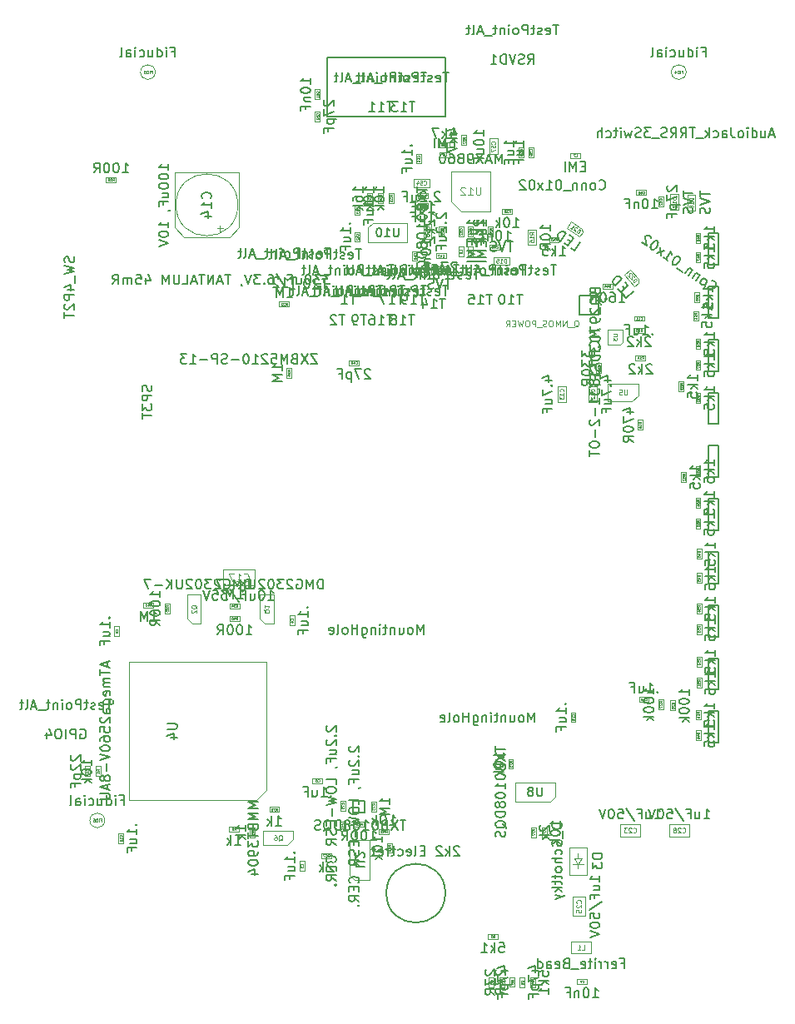
<source format=gbr>
G04 #@! TF.GenerationSoftware,KiCad,Pcbnew,5.1.6+dfsg1-1~bpo10+1*
G04 #@! TF.CreationDate,2021-06-28T17:41:37-04:00*
G04 #@! TF.ProjectId,RUSP_Mainboard,52555350-5f4d-4616-996e-626f6172642e,rev?*
G04 #@! TF.SameCoordinates,Original*
G04 #@! TF.FileFunction,Other,Fab,Bot*
%FSLAX46Y46*%
G04 Gerber Fmt 4.6, Leading zero omitted, Abs format (unit mm)*
G04 Created by KiCad (PCBNEW 5.1.6+dfsg1-1~bpo10+1) date 2021-06-28 17:41:37*
%MOMM*%
%LPD*%
G01*
G04 APERTURE LIST*
%ADD10C,0.100000*%
%ADD11C,0.150000*%
%ADD12C,0.127000*%
%ADD13C,0.200000*%
%ADD14C,0.040000*%
%ADD15C,0.075000*%
%ADD16C,0.015000*%
%ADD17C,0.080000*%
%ADD18C,0.050000*%
%ADD19C,0.060000*%
%ADD20C,0.120000*%
G04 APERTURE END LIST*
D10*
X135100000Y-134250000D02*
X136100000Y-134250000D01*
X135100000Y-133750000D02*
X135100000Y-134250000D01*
X136100000Y-133750000D02*
X135100000Y-133750000D01*
X136100000Y-134250000D02*
X136100000Y-133750000D01*
X134480000Y-137600000D02*
X134480000Y-136200000D01*
X137520000Y-136200000D02*
X134480000Y-136200000D01*
X136950000Y-137600000D02*
X137520000Y-137050000D01*
X137520000Y-137050000D02*
X137520000Y-136200000D01*
X136950000Y-137600000D02*
X134500000Y-137600000D01*
X137100000Y-82350000D02*
X136100000Y-82350000D01*
X137100000Y-82850000D02*
X137100000Y-82350000D01*
X136100000Y-82850000D02*
X137100000Y-82850000D01*
X136100000Y-82350000D02*
X136100000Y-82850000D01*
D11*
X153000000Y-63500000D02*
X153000000Y-57500000D01*
X153000000Y-57500000D02*
X141000000Y-57500000D01*
X141000000Y-57500000D02*
X141000000Y-63500000D01*
X141000000Y-63500000D02*
X153000000Y-63500000D01*
D10*
X164150000Y-132720000D02*
X163650000Y-133220000D01*
X164150000Y-132720000D02*
X164150000Y-131220000D01*
X160150000Y-133220000D02*
X163650000Y-133220000D01*
X160150000Y-131220000D02*
X160150000Y-133220000D01*
X164150000Y-131220000D02*
X160150000Y-131220000D01*
D11*
X153000000Y-142500000D02*
G75*
G03*
X153000000Y-142500000I-3000000J0D01*
G01*
X143600000Y-134300000D02*
X143600000Y-133100000D01*
X143600000Y-133100000D02*
X144800000Y-133100000D01*
X144800000Y-133100000D02*
X144800000Y-134300000D01*
X144800000Y-134300000D02*
X143600000Y-134300000D01*
D12*
X168600000Y-81700000D02*
X168600000Y-83700000D01*
X168600000Y-81700000D02*
X166600000Y-81700000D01*
X166600000Y-83700000D02*
X166600000Y-81700000D01*
X166600000Y-83700000D02*
X168600000Y-83700000D01*
D13*
X169450000Y-82050000D02*
G75*
G03*
X169450000Y-82050000I-100000J0D01*
G01*
D11*
X179775000Y-127200000D02*
X180775000Y-127200000D01*
X180775000Y-127200000D02*
X180775000Y-124000000D01*
X179775000Y-124000000D02*
X180775000Y-124000000D01*
X179775000Y-127200000D02*
X179775000Y-124000000D01*
X179775000Y-78600000D02*
X179775000Y-75400000D01*
X179775000Y-75400000D02*
X180775000Y-75400000D01*
X180775000Y-78600000D02*
X180775000Y-75400000D01*
X179775000Y-78600000D02*
X180775000Y-78600000D01*
X179775000Y-84000000D02*
X179775000Y-80800000D01*
X179775000Y-80800000D02*
X180775000Y-80800000D01*
X180775000Y-84000000D02*
X180775000Y-80800000D01*
X179775000Y-84000000D02*
X180775000Y-84000000D01*
X179795000Y-89400000D02*
X179795000Y-86200000D01*
X179795000Y-86200000D02*
X180795000Y-86200000D01*
X180795000Y-89400000D02*
X180795000Y-86200000D01*
X179795000Y-89400000D02*
X180795000Y-89400000D01*
X179795000Y-94800000D02*
X179795000Y-91600000D01*
X179795000Y-91600000D02*
X180795000Y-91600000D01*
X180795000Y-94800000D02*
X180795000Y-91600000D01*
X179795000Y-94800000D02*
X180795000Y-94800000D01*
X179775000Y-100200000D02*
X179775000Y-97000000D01*
X179775000Y-97000000D02*
X180775000Y-97000000D01*
X180775000Y-100200000D02*
X180775000Y-97000000D01*
X179775000Y-100200000D02*
X180775000Y-100200000D01*
X179775000Y-105600000D02*
X179775000Y-102400000D01*
X179775000Y-102400000D02*
X180775000Y-102400000D01*
X180775000Y-105600000D02*
X180775000Y-102400000D01*
X179775000Y-105600000D02*
X180775000Y-105600000D01*
X179775000Y-111000000D02*
X179775000Y-107800000D01*
X179775000Y-107800000D02*
X180775000Y-107800000D01*
X180775000Y-111000000D02*
X180775000Y-107800000D01*
X179775000Y-111000000D02*
X180775000Y-111000000D01*
X179775000Y-116400000D02*
X179775000Y-113200000D01*
X179775000Y-113200000D02*
X180775000Y-113200000D01*
X180775000Y-116400000D02*
X180775000Y-113200000D01*
X179775000Y-116400000D02*
X180775000Y-116400000D01*
X179775000Y-121800000D02*
X179775000Y-118600000D01*
X179775000Y-118600000D02*
X180775000Y-118600000D01*
X180775000Y-121800000D02*
X180775000Y-118600000D01*
X179775000Y-121800000D02*
X180775000Y-121800000D01*
D10*
X167400000Y-140620000D02*
X167400000Y-137820000D01*
X167400000Y-137820000D02*
X165600000Y-137820000D01*
X165600000Y-137820000D02*
X165600000Y-140620000D01*
X165600000Y-140620000D02*
X167400000Y-140620000D01*
X166500000Y-139970000D02*
X166500000Y-139570000D01*
X166500000Y-139570000D02*
X167050000Y-139570000D01*
X166500000Y-139570000D02*
X165950000Y-139570000D01*
X166500000Y-139570000D02*
X166900000Y-138970000D01*
X166900000Y-138970000D02*
X166100000Y-138970000D01*
X166100000Y-138970000D02*
X166500000Y-139570000D01*
X166500000Y-138970000D02*
X166500000Y-138470000D01*
X165800000Y-148650000D02*
X167800000Y-148650000D01*
X165800000Y-147450000D02*
X165800000Y-148650000D01*
X167800000Y-147450000D02*
X165800000Y-147450000D01*
X167800000Y-148650000D02*
X167800000Y-147450000D01*
X133800000Y-133000000D02*
X134800000Y-132000000D01*
X120800000Y-133000000D02*
X133800000Y-133000000D01*
X120800000Y-119000000D02*
X120800000Y-133000000D01*
X134800000Y-119000000D02*
X120800000Y-119000000D01*
X134800000Y-132000000D02*
X134800000Y-119000000D01*
X177500000Y-59000000D02*
G75*
G03*
X177500000Y-59000000I-750000J0D01*
G01*
X123500000Y-59000000D02*
G75*
G03*
X123500000Y-59000000I-750000J0D01*
G01*
X118350000Y-135100000D02*
G75*
G03*
X118350000Y-135100000I-750000J0D01*
G01*
X136850000Y-90100000D02*
X137350000Y-90100000D01*
X137350000Y-90100000D02*
X137350000Y-89100000D01*
X137350000Y-89100000D02*
X136850000Y-89100000D01*
X136850000Y-89100000D02*
X136850000Y-90100000D01*
X116350000Y-129600000D02*
X116350000Y-130600000D01*
X116850000Y-129600000D02*
X116350000Y-129600000D01*
X116850000Y-130600000D02*
X116850000Y-129600000D01*
X116350000Y-130600000D02*
X116850000Y-130600000D01*
X138175000Y-140225000D02*
X138675000Y-140225000D01*
X138675000Y-140225000D02*
X138675000Y-139225000D01*
X138675000Y-139225000D02*
X138175000Y-139225000D01*
X138175000Y-139225000D02*
X138175000Y-140225000D01*
X137650000Y-115270000D02*
X137650000Y-114270000D01*
X137150000Y-115270000D02*
X137650000Y-115270000D01*
X137150000Y-114270000D02*
X137150000Y-115270000D01*
X137650000Y-114270000D02*
X137150000Y-114270000D01*
X119325000Y-116350000D02*
X119825000Y-116350000D01*
X119825000Y-116350000D02*
X119825000Y-115350000D01*
X119825000Y-115350000D02*
X119325000Y-115350000D01*
X119325000Y-115350000D02*
X119325000Y-116350000D01*
X139500000Y-131300000D02*
X140500000Y-131300000D01*
X139500000Y-130800000D02*
X139500000Y-131300000D01*
X140500000Y-130800000D02*
X139500000Y-130800000D01*
X140500000Y-131300000D02*
X140500000Y-130800000D01*
X167400000Y-151750000D02*
X167400000Y-151250000D01*
X167400000Y-151250000D02*
X166400000Y-151250000D01*
X166400000Y-151250000D02*
X166400000Y-151750000D01*
X166400000Y-151750000D02*
X167400000Y-151750000D01*
X157950000Y-151050000D02*
X157450000Y-151050000D01*
X157450000Y-151050000D02*
X157450000Y-152050000D01*
X157450000Y-152050000D02*
X157950000Y-152050000D01*
X157950000Y-152050000D02*
X157950000Y-151050000D01*
X161080000Y-151060000D02*
X160580000Y-151060000D01*
X160580000Y-151060000D02*
X160580000Y-152060000D01*
X160580000Y-152060000D02*
X161080000Y-152060000D01*
X161080000Y-152060000D02*
X161080000Y-151060000D01*
X120250000Y-137400000D02*
X120250000Y-136400000D01*
X119750000Y-137400000D02*
X120250000Y-137400000D01*
X119750000Y-136400000D02*
X119750000Y-137400000D01*
X120250000Y-136400000D02*
X119750000Y-136400000D01*
X173200000Y-84300000D02*
X173200000Y-83800000D01*
X173200000Y-83800000D02*
X172200000Y-83800000D01*
X172200000Y-83800000D02*
X172200000Y-84300000D01*
X172200000Y-84300000D02*
X173200000Y-84300000D01*
X131900000Y-72500000D02*
G75*
G03*
X131900000Y-72500000I-3150000J0D01*
G01*
X132050000Y-69200000D02*
X125450000Y-69200000D01*
X132050000Y-74800000D02*
X132050000Y-69200000D01*
X125450000Y-74800000D02*
X125450000Y-69200000D01*
X131050000Y-75800000D02*
X126450000Y-75800000D01*
X131050000Y-75800000D02*
X132050000Y-74800000D01*
X126450000Y-75800000D02*
X125450000Y-74800000D01*
X130080000Y-75204838D02*
X130080000Y-74574838D01*
X130395000Y-74889838D02*
X129765000Y-74889838D01*
X142850000Y-136200000D02*
X142850000Y-135200000D01*
X142350000Y-136200000D02*
X142850000Y-136200000D01*
X142350000Y-135200000D02*
X142350000Y-136200000D01*
X142850000Y-135200000D02*
X142350000Y-135200000D01*
X144300000Y-73550000D02*
X144300000Y-72550000D01*
X143800000Y-73550000D02*
X144300000Y-73550000D01*
X143800000Y-72550000D02*
X143800000Y-73550000D01*
X144300000Y-72550000D02*
X143800000Y-72550000D01*
X143800000Y-75250000D02*
X143800000Y-76250000D01*
X144300000Y-75250000D02*
X143800000Y-75250000D01*
X144300000Y-76250000D02*
X144300000Y-75250000D01*
X143800000Y-76250000D02*
X144300000Y-76250000D01*
X143215000Y-88800000D02*
X144215000Y-88800000D01*
X143215000Y-88300000D02*
X143215000Y-88800000D01*
X144215000Y-88300000D02*
X143215000Y-88300000D01*
X144215000Y-88800000D02*
X144215000Y-88300000D01*
X153050000Y-77940000D02*
X153050000Y-77440000D01*
X153050000Y-77440000D02*
X152050000Y-77440000D01*
X152050000Y-77440000D02*
X152050000Y-77940000D01*
X152050000Y-77940000D02*
X153050000Y-77940000D01*
X157525000Y-76575000D02*
X157525000Y-77075000D01*
X157525000Y-77075000D02*
X158525000Y-77075000D01*
X158525000Y-77075000D02*
X158525000Y-76575000D01*
X158525000Y-76575000D02*
X157525000Y-76575000D01*
X150150000Y-78200000D02*
X150150000Y-77200000D01*
X149650000Y-78200000D02*
X150150000Y-78200000D01*
X149650000Y-77200000D02*
X149650000Y-78200000D01*
X150150000Y-77200000D02*
X149650000Y-77200000D01*
X155800000Y-75700000D02*
X155800000Y-74700000D01*
X155300000Y-75700000D02*
X155800000Y-75700000D01*
X155300000Y-74700000D02*
X155300000Y-75700000D01*
X155800000Y-74700000D02*
X155300000Y-74700000D01*
X154850000Y-74700000D02*
X154350000Y-74700000D01*
X154350000Y-74700000D02*
X154350000Y-75700000D01*
X154350000Y-75700000D02*
X154850000Y-75700000D01*
X154850000Y-75700000D02*
X154850000Y-74700000D01*
X150200000Y-71850000D02*
X151200000Y-71850000D01*
X150200000Y-71350000D02*
X150200000Y-71850000D01*
X151200000Y-71350000D02*
X150200000Y-71350000D01*
X151200000Y-71850000D02*
X151200000Y-71350000D01*
X151200000Y-72850000D02*
X151200000Y-72350000D01*
X151200000Y-72350000D02*
X150200000Y-72350000D01*
X150200000Y-72350000D02*
X150200000Y-72850000D01*
X150200000Y-72850000D02*
X151200000Y-72850000D01*
X150050000Y-68300000D02*
X150550000Y-68300000D01*
X150550000Y-68300000D02*
X150550000Y-67300000D01*
X150550000Y-67300000D02*
X150050000Y-67300000D01*
X150050000Y-67300000D02*
X150050000Y-68300000D01*
X157500000Y-65750000D02*
X157500000Y-67350000D01*
X158300000Y-65750000D02*
X157500000Y-65750000D01*
X158300000Y-67350000D02*
X158300000Y-65750000D01*
X157500000Y-67350000D02*
X158300000Y-67350000D01*
X160450000Y-67650000D02*
X160950000Y-67650000D01*
X160950000Y-67650000D02*
X160950000Y-66650000D01*
X160950000Y-66650000D02*
X160450000Y-66650000D01*
X160450000Y-66650000D02*
X160450000Y-67650000D01*
X161450000Y-66650000D02*
X161450000Y-67650000D01*
X161950000Y-66650000D02*
X161450000Y-66650000D01*
X161950000Y-67650000D02*
X161950000Y-66650000D01*
X161450000Y-67650000D02*
X161950000Y-67650000D01*
X173425000Y-71500000D02*
X173425000Y-71000000D01*
X173425000Y-71000000D02*
X172425000Y-71000000D01*
X172425000Y-71000000D02*
X172425000Y-71500000D01*
X172425000Y-71500000D02*
X173425000Y-71500000D01*
X139750000Y-60750000D02*
X139750000Y-61750000D01*
X140250000Y-60750000D02*
X139750000Y-60750000D01*
X140250000Y-61750000D02*
X140250000Y-60750000D01*
X139750000Y-61750000D02*
X140250000Y-61750000D01*
X175150000Y-71675000D02*
X174650000Y-71675000D01*
X174650000Y-71675000D02*
X174650000Y-72675000D01*
X174650000Y-72675000D02*
X175150000Y-72675000D01*
X175150000Y-72675000D02*
X175150000Y-71675000D01*
X140250000Y-64000000D02*
X140250000Y-63000000D01*
X139750000Y-64000000D02*
X140250000Y-64000000D01*
X139750000Y-63000000D02*
X139750000Y-64000000D01*
X140250000Y-63000000D02*
X139750000Y-63000000D01*
X157900000Y-77800000D02*
X157900000Y-78600000D01*
X157900000Y-78600000D02*
X159500000Y-78600000D01*
X159500000Y-78600000D02*
X159500000Y-77800000D01*
X159500000Y-77800000D02*
X157900000Y-77800000D01*
X151550000Y-79525000D02*
X153150000Y-79525000D01*
X151550000Y-78725000D02*
X151550000Y-79525000D01*
X153150000Y-78725000D02*
X151550000Y-78725000D01*
X153150000Y-79525000D02*
X153150000Y-78725000D01*
X176700000Y-71425000D02*
X175900000Y-71425000D01*
X175900000Y-71425000D02*
X175900000Y-73025000D01*
X175900000Y-73025000D02*
X176700000Y-73025000D01*
X176700000Y-73025000D02*
X176700000Y-71425000D01*
X178425000Y-73075000D02*
X178425000Y-71475000D01*
X177625000Y-73075000D02*
X178425000Y-73075000D01*
X177625000Y-71475000D02*
X177625000Y-73075000D01*
X178425000Y-71475000D02*
X177625000Y-71475000D01*
X165765499Y-74206302D02*
X166855771Y-74914332D01*
X166855771Y-74914332D02*
X166943980Y-75329325D01*
X166943980Y-75329325D02*
X166671661Y-75748660D01*
X166671661Y-75748660D02*
X165329788Y-74877238D01*
X165329788Y-74877238D02*
X165765499Y-74206302D01*
X171761953Y-79057832D02*
X172631823Y-80023920D01*
X172631823Y-80023920D02*
X172609619Y-80447603D01*
X172609619Y-80447603D02*
X172238047Y-80782168D01*
X172238047Y-80782168D02*
X171167438Y-79593136D01*
X171167438Y-79593136D02*
X171761953Y-79057832D01*
X155800000Y-77750000D02*
X155800000Y-76750000D01*
X155300000Y-77750000D02*
X155800000Y-77750000D01*
X155300000Y-76750000D02*
X155300000Y-77750000D01*
X155800000Y-76750000D02*
X155300000Y-76750000D01*
X154850000Y-76750000D02*
X154350000Y-76750000D01*
X154350000Y-76750000D02*
X154350000Y-77750000D01*
X154350000Y-77750000D02*
X154850000Y-77750000D01*
X154850000Y-77750000D02*
X154850000Y-76750000D01*
X166690000Y-67725000D02*
X166690000Y-67225000D01*
X166690000Y-67225000D02*
X165690000Y-67225000D01*
X165690000Y-67225000D02*
X165690000Y-67725000D01*
X165690000Y-67725000D02*
X166690000Y-67725000D01*
X153400000Y-67150000D02*
X152400000Y-67150000D01*
X153400000Y-67650000D02*
X153400000Y-67150000D01*
X152400000Y-67650000D02*
X153400000Y-67650000D01*
X152400000Y-67150000D02*
X152400000Y-67650000D01*
X117450000Y-129600000D02*
X117450000Y-130600000D01*
X117950000Y-129600000D02*
X117450000Y-129600000D01*
X117950000Y-130600000D02*
X117950000Y-129600000D01*
X117450000Y-130600000D02*
X117950000Y-130600000D01*
X162120000Y-151060000D02*
X161620000Y-151060000D01*
X161620000Y-151060000D02*
X161620000Y-152060000D01*
X161620000Y-152060000D02*
X162120000Y-152060000D01*
X162120000Y-152060000D02*
X162120000Y-151060000D01*
X157350000Y-147150000D02*
X158350000Y-147150000D01*
X157350000Y-146650000D02*
X157350000Y-147150000D01*
X158350000Y-146650000D02*
X157350000Y-146650000D01*
X158350000Y-147150000D02*
X158350000Y-146650000D01*
X159550000Y-151035000D02*
X159550000Y-152035000D01*
X160050000Y-151035000D02*
X159550000Y-151035000D01*
X160050000Y-152035000D02*
X160050000Y-151035000D01*
X159550000Y-152035000D02*
X160050000Y-152035000D01*
X158500000Y-152050000D02*
X159000000Y-152050000D01*
X159000000Y-152050000D02*
X159000000Y-151050000D01*
X159000000Y-151050000D02*
X158500000Y-151050000D01*
X158500000Y-151050000D02*
X158500000Y-152050000D01*
X133150000Y-136800000D02*
X133650000Y-136800000D01*
X133650000Y-136800000D02*
X133650000Y-135800000D01*
X133650000Y-135800000D02*
X133150000Y-135800000D01*
X133150000Y-135800000D02*
X133150000Y-136800000D01*
X132000000Y-136250000D02*
X132000000Y-135750000D01*
X132000000Y-135750000D02*
X131000000Y-135750000D01*
X131000000Y-135750000D02*
X131000000Y-136250000D01*
X131000000Y-136250000D02*
X132000000Y-136250000D01*
X168350000Y-88600000D02*
X168350000Y-89600000D01*
X168850000Y-88600000D02*
X168350000Y-88600000D01*
X168850000Y-89600000D02*
X168850000Y-88600000D01*
X168350000Y-89600000D02*
X168850000Y-89600000D01*
X173200000Y-85500000D02*
X173200000Y-85000000D01*
X173200000Y-85000000D02*
X172200000Y-85000000D01*
X172200000Y-85000000D02*
X172200000Y-85500000D01*
X172200000Y-85500000D02*
X173200000Y-85500000D01*
X173350000Y-88300000D02*
X173350000Y-87800000D01*
X173350000Y-87800000D02*
X172350000Y-87800000D01*
X172350000Y-87800000D02*
X172350000Y-88300000D01*
X172350000Y-88300000D02*
X173350000Y-88300000D01*
X172575000Y-95375000D02*
X173075000Y-95375000D01*
X173075000Y-95375000D02*
X173075000Y-94375000D01*
X173075000Y-94375000D02*
X172575000Y-94375000D01*
X172575000Y-94375000D02*
X172575000Y-95375000D01*
X144715000Y-135750000D02*
X144715000Y-135250000D01*
X144715000Y-135250000D02*
X143715000Y-135250000D01*
X143715000Y-135250000D02*
X143715000Y-135750000D01*
X143715000Y-135750000D02*
X144715000Y-135750000D01*
X118500000Y-69695000D02*
X118500000Y-70195000D01*
X118500000Y-70195000D02*
X119500000Y-70195000D01*
X119500000Y-70195000D02*
X119500000Y-69695000D01*
X119500000Y-69695000D02*
X118500000Y-69695000D01*
X146150000Y-72320000D02*
X146650000Y-72320000D01*
X146650000Y-72320000D02*
X146650000Y-71320000D01*
X146650000Y-71320000D02*
X146150000Y-71320000D01*
X146150000Y-71320000D02*
X146150000Y-72320000D01*
X157350000Y-75700000D02*
X157850000Y-75700000D01*
X157850000Y-75700000D02*
X157850000Y-74700000D01*
X157850000Y-74700000D02*
X157350000Y-74700000D01*
X157350000Y-74700000D02*
X157350000Y-75700000D01*
X153400000Y-66150000D02*
X152400000Y-66150000D01*
X153400000Y-66650000D02*
X153400000Y-66150000D01*
X152400000Y-66650000D02*
X153400000Y-66650000D01*
X152400000Y-66150000D02*
X152400000Y-66650000D01*
X154650000Y-66425000D02*
X155150000Y-66425000D01*
X155150000Y-66425000D02*
X155150000Y-65425000D01*
X155150000Y-65425000D02*
X154650000Y-65425000D01*
X154650000Y-65425000D02*
X154650000Y-66425000D01*
X152350000Y-75700000D02*
X152850000Y-75700000D01*
X152850000Y-75700000D02*
X152850000Y-74700000D01*
X152850000Y-74700000D02*
X152350000Y-74700000D01*
X152350000Y-74700000D02*
X152350000Y-75700000D01*
X158800000Y-73400000D02*
X159800000Y-73400000D01*
X158800000Y-72900000D02*
X158800000Y-73400000D01*
X159800000Y-72900000D02*
X158800000Y-72900000D01*
X159800000Y-73400000D02*
X159800000Y-72900000D01*
X164550000Y-76275000D02*
X164550000Y-75775000D01*
X164550000Y-75775000D02*
X163550000Y-75775000D01*
X163550000Y-75775000D02*
X163550000Y-76275000D01*
X163550000Y-76275000D02*
X164550000Y-76275000D01*
X169000000Y-81025000D02*
X170000000Y-81025000D01*
X169000000Y-80525000D02*
X169000000Y-81025000D01*
X170000000Y-80525000D02*
X169000000Y-80525000D01*
X170000000Y-81025000D02*
X170000000Y-80525000D01*
X179050000Y-110950000D02*
X179050000Y-109950000D01*
X178550000Y-110950000D02*
X179050000Y-110950000D01*
X178550000Y-109950000D02*
X178550000Y-110950000D01*
X179050000Y-109950000D02*
X178550000Y-109950000D01*
X179050000Y-108500000D02*
X179050000Y-107500000D01*
X178550000Y-108500000D02*
X179050000Y-108500000D01*
X178550000Y-107500000D02*
X178550000Y-108500000D01*
X179050000Y-107500000D02*
X178550000Y-107500000D01*
X178950000Y-78300000D02*
X178950000Y-77300000D01*
X178450000Y-78300000D02*
X178950000Y-78300000D01*
X178450000Y-77300000D02*
X178450000Y-78300000D01*
X178950000Y-77300000D02*
X178450000Y-77300000D01*
X178950000Y-75350000D02*
X178450000Y-75350000D01*
X178450000Y-75350000D02*
X178450000Y-76350000D01*
X178450000Y-76350000D02*
X178950000Y-76350000D01*
X178950000Y-76350000D02*
X178950000Y-75350000D01*
X179000000Y-126950000D02*
X179000000Y-125950000D01*
X178500000Y-126950000D02*
X179000000Y-126950000D01*
X178500000Y-125950000D02*
X178500000Y-126950000D01*
X179000000Y-125950000D02*
X178500000Y-125950000D01*
X179000000Y-123850000D02*
X178500000Y-123850000D01*
X178500000Y-123850000D02*
X178500000Y-124850000D01*
X178500000Y-124850000D02*
X179000000Y-124850000D01*
X179000000Y-124850000D02*
X179000000Y-123850000D01*
X179050000Y-120600000D02*
X178550000Y-120600000D01*
X178550000Y-120600000D02*
X178550000Y-121600000D01*
X178550000Y-121600000D02*
X179050000Y-121600000D01*
X179050000Y-121600000D02*
X179050000Y-120600000D01*
X179050000Y-119450000D02*
X179050000Y-118450000D01*
X178550000Y-119450000D02*
X179050000Y-119450000D01*
X178550000Y-118450000D02*
X178550000Y-119450000D01*
X179050000Y-118450000D02*
X178550000Y-118450000D01*
X179050000Y-115150000D02*
X178550000Y-115150000D01*
X178550000Y-115150000D02*
X178550000Y-116150000D01*
X178550000Y-116150000D02*
X179050000Y-116150000D01*
X179050000Y-116150000D02*
X179050000Y-115150000D01*
X179050000Y-114050000D02*
X179050000Y-113050000D01*
X178550000Y-114050000D02*
X179050000Y-114050000D01*
X178550000Y-113050000D02*
X178550000Y-114050000D01*
X179050000Y-113050000D02*
X178550000Y-113050000D01*
X178750000Y-84300000D02*
X178750000Y-83300000D01*
X178250000Y-84300000D02*
X178750000Y-84300000D01*
X178250000Y-83300000D02*
X178250000Y-84300000D01*
X178750000Y-83300000D02*
X178250000Y-83300000D01*
X178850000Y-81400000D02*
X178350000Y-81400000D01*
X178350000Y-81400000D02*
X178350000Y-82400000D01*
X178350000Y-82400000D02*
X178850000Y-82400000D01*
X178850000Y-82400000D02*
X178850000Y-81400000D01*
X178950000Y-88300000D02*
X178450000Y-88300000D01*
X178450000Y-88300000D02*
X178450000Y-89300000D01*
X178450000Y-89300000D02*
X178950000Y-89300000D01*
X178950000Y-89300000D02*
X178950000Y-88300000D01*
X178950000Y-86100000D02*
X178450000Y-86100000D01*
X178450000Y-86100000D02*
X178450000Y-87100000D01*
X178450000Y-87100000D02*
X178950000Y-87100000D01*
X178950000Y-87100000D02*
X178950000Y-86100000D01*
X177250000Y-91450000D02*
X177250000Y-90450000D01*
X176750000Y-91450000D02*
X177250000Y-91450000D01*
X176750000Y-90450000D02*
X176750000Y-91450000D01*
X177250000Y-90450000D02*
X176750000Y-90450000D01*
X178950000Y-91650000D02*
X178450000Y-91650000D01*
X178450000Y-91650000D02*
X178450000Y-92650000D01*
X178450000Y-92650000D02*
X178950000Y-92650000D01*
X178950000Y-92650000D02*
X178950000Y-91650000D01*
X178950000Y-99100000D02*
X178450000Y-99100000D01*
X178450000Y-99100000D02*
X178450000Y-100100000D01*
X178450000Y-100100000D02*
X178950000Y-100100000D01*
X178950000Y-100100000D02*
X178950000Y-99100000D01*
X177500000Y-99685000D02*
X177000000Y-99685000D01*
X177000000Y-99685000D02*
X177000000Y-100685000D01*
X177000000Y-100685000D02*
X177500000Y-100685000D01*
X177500000Y-100685000D02*
X177500000Y-99685000D01*
X178950000Y-104400000D02*
X178450000Y-104400000D01*
X178450000Y-104400000D02*
X178450000Y-105400000D01*
X178450000Y-105400000D02*
X178950000Y-105400000D01*
X178950000Y-105400000D02*
X178950000Y-104400000D01*
X178950000Y-103300000D02*
X178950000Y-102300000D01*
X178450000Y-103300000D02*
X178950000Y-103300000D01*
X178450000Y-102300000D02*
X178450000Y-103300000D01*
X178950000Y-102300000D02*
X178450000Y-102300000D01*
X171080000Y-86445000D02*
X170800000Y-86725000D01*
X171080000Y-85165000D02*
X171080000Y-86445000D01*
X170800000Y-86725000D02*
X169520000Y-86725000D01*
X169520000Y-86725000D02*
X169520000Y-85165000D01*
X171080000Y-85165000D02*
X169520000Y-85165000D01*
X172000000Y-92500000D02*
X172650000Y-91850000D01*
X172650000Y-90700000D02*
X172650000Y-91850000D01*
X172000000Y-92500000D02*
X169550000Y-92500000D01*
X169550000Y-90700000D02*
X169550000Y-92500000D01*
X172650000Y-90700000D02*
X169550000Y-90700000D01*
X154600000Y-73150000D02*
X157600000Y-73150000D01*
X157600000Y-73150000D02*
X157600000Y-69150000D01*
X157600000Y-69150000D02*
X153600000Y-69150000D01*
X153600000Y-69150000D02*
X153600000Y-72150000D01*
X154600000Y-73150000D02*
X153600000Y-72150000D01*
X133600000Y-111200000D02*
X133600000Y-109600000D01*
X133600000Y-109600000D02*
X130400000Y-109600000D01*
X130400000Y-109600000D02*
X130400000Y-111200000D01*
X130400000Y-111200000D02*
X133600000Y-111200000D01*
X142350000Y-134100000D02*
X142850000Y-134100000D01*
X142850000Y-134100000D02*
X142850000Y-133100000D01*
X142850000Y-133100000D02*
X142350000Y-133100000D01*
X142350000Y-133100000D02*
X142350000Y-134100000D01*
X145950000Y-133200000D02*
X145450000Y-133200000D01*
X145450000Y-133200000D02*
X145450000Y-134200000D01*
X145450000Y-134200000D02*
X145950000Y-134200000D01*
X145950000Y-134200000D02*
X145950000Y-133200000D01*
X173700000Y-122550000D02*
X172700000Y-122550000D01*
X173700000Y-123050000D02*
X173700000Y-122550000D01*
X172700000Y-123050000D02*
X173700000Y-123050000D01*
X172700000Y-122550000D02*
X172700000Y-123050000D01*
X165750000Y-125100000D02*
X166250000Y-125100000D01*
X166250000Y-125100000D02*
X166250000Y-124100000D01*
X166250000Y-124100000D02*
X165750000Y-124100000D01*
X165750000Y-124100000D02*
X165750000Y-125100000D01*
X170800000Y-135520000D02*
X170800000Y-136720000D01*
X170800000Y-136720000D02*
X172800000Y-136720000D01*
X172800000Y-136720000D02*
X172800000Y-135520000D01*
X172800000Y-135520000D02*
X170800000Y-135520000D01*
X167200000Y-144820000D02*
X167200000Y-142820000D01*
X166000000Y-144820000D02*
X167200000Y-144820000D01*
X166000000Y-142820000D02*
X166000000Y-144820000D01*
X167200000Y-142820000D02*
X166000000Y-142820000D01*
X177800000Y-135520000D02*
X175800000Y-135520000D01*
X177800000Y-136720000D02*
X177800000Y-135520000D01*
X175800000Y-136720000D02*
X177800000Y-136720000D01*
X175800000Y-135520000D02*
X175800000Y-136720000D01*
X176400000Y-122900000D02*
X175900000Y-122900000D01*
X175900000Y-122900000D02*
X175900000Y-123900000D01*
X175900000Y-123900000D02*
X176400000Y-123900000D01*
X176400000Y-123900000D02*
X176400000Y-122900000D01*
X174650000Y-122800000D02*
X174650000Y-123800000D01*
X175150000Y-122800000D02*
X174650000Y-122800000D01*
X175150000Y-123800000D02*
X175150000Y-122800000D01*
X174650000Y-123800000D02*
X175150000Y-123800000D01*
X134125000Y-112080000D02*
X135525000Y-112080000D01*
X135525000Y-115120000D02*
X135525000Y-112080000D01*
X134125000Y-114550000D02*
X134675000Y-115120000D01*
X134675000Y-115120000D02*
X135525000Y-115120000D01*
X134125000Y-114550000D02*
X134125000Y-112100000D01*
X126750000Y-114550000D02*
X126750000Y-112100000D01*
X127300000Y-115120000D02*
X128150000Y-115120000D01*
X126750000Y-114550000D02*
X127300000Y-115120000D01*
X128150000Y-115120000D02*
X128150000Y-112080000D01*
X126750000Y-112080000D02*
X128150000Y-112080000D01*
X162200000Y-76600000D02*
X162200000Y-75000000D01*
X161400000Y-76600000D02*
X162200000Y-76600000D01*
X161400000Y-75000000D02*
X161400000Y-76600000D01*
X162200000Y-75000000D02*
X161400000Y-75000000D01*
X132075000Y-113025000D02*
X131075000Y-113025000D01*
X132075000Y-113525000D02*
X132075000Y-113025000D01*
X131075000Y-113525000D02*
X132075000Y-113525000D01*
X131075000Y-113025000D02*
X131075000Y-113525000D01*
X132075000Y-114825000D02*
X132075000Y-114325000D01*
X132075000Y-114325000D02*
X131075000Y-114325000D01*
X131075000Y-114325000D02*
X131075000Y-114825000D01*
X131075000Y-114825000D02*
X132075000Y-114825000D01*
X123300000Y-113450000D02*
X123300000Y-112950000D01*
X123300000Y-112950000D02*
X122300000Y-112950000D01*
X122300000Y-112950000D02*
X122300000Y-113450000D01*
X122300000Y-113450000D02*
X123300000Y-113450000D01*
X124450000Y-113050000D02*
X124450000Y-114050000D01*
X124950000Y-113050000D02*
X124450000Y-113050000D01*
X124950000Y-114050000D02*
X124950000Y-113050000D01*
X124450000Y-114050000D02*
X124950000Y-114050000D01*
X168400000Y-90950000D02*
X167600000Y-90950000D01*
X167600000Y-90950000D02*
X167600000Y-92550000D01*
X167600000Y-92550000D02*
X168400000Y-92550000D01*
X168400000Y-92550000D02*
X168400000Y-90950000D01*
X164450000Y-90950000D02*
X164450000Y-92550000D01*
X165250000Y-90950000D02*
X164450000Y-90950000D01*
X165250000Y-92550000D02*
X165250000Y-90950000D01*
X164450000Y-92550000D02*
X165250000Y-92550000D01*
X151600000Y-76000000D02*
X151600000Y-74400000D01*
X150800000Y-76000000D02*
X151600000Y-76000000D01*
X150800000Y-74400000D02*
X150800000Y-76000000D01*
X151600000Y-74400000D02*
X150800000Y-74400000D01*
X151360000Y-70680000D02*
X151360000Y-69880000D01*
X151360000Y-69880000D02*
X149760000Y-69880000D01*
X149760000Y-69880000D02*
X149760000Y-70680000D01*
X149760000Y-70680000D02*
X151360000Y-70680000D01*
X145050000Y-71320000D02*
X145050000Y-72320000D01*
X145550000Y-71320000D02*
X145050000Y-71320000D01*
X145550000Y-72320000D02*
X145550000Y-71320000D01*
X145050000Y-72320000D02*
X145550000Y-72320000D01*
X147250000Y-72320000D02*
X147750000Y-72320000D01*
X147750000Y-72320000D02*
X147750000Y-71320000D01*
X147750000Y-71320000D02*
X147250000Y-71320000D01*
X147250000Y-71320000D02*
X147250000Y-72320000D01*
X146250000Y-136000000D02*
X146250000Y-136500000D01*
X146250000Y-136500000D02*
X147250000Y-136500000D01*
X147250000Y-136500000D02*
X147250000Y-136000000D01*
X147250000Y-136000000D02*
X146250000Y-136000000D01*
X147050000Y-138400000D02*
X147550000Y-138400000D01*
X147550000Y-138400000D02*
X147550000Y-137400000D01*
X147550000Y-137400000D02*
X147050000Y-137400000D01*
X147050000Y-137400000D02*
X147050000Y-138400000D01*
X140400000Y-138950000D02*
X141400000Y-138950000D01*
X140400000Y-138450000D02*
X140400000Y-138950000D01*
X141400000Y-138450000D02*
X140400000Y-138450000D01*
X141400000Y-138950000D02*
X141400000Y-138450000D01*
X159400000Y-128850000D02*
X159400000Y-129850000D01*
X159900000Y-128850000D02*
X159400000Y-128850000D01*
X159900000Y-129850000D02*
X159900000Y-128850000D01*
X159400000Y-129850000D02*
X159900000Y-129850000D01*
X163300000Y-136800000D02*
X163300000Y-135800000D01*
X162800000Y-136800000D02*
X163300000Y-136800000D01*
X162800000Y-135800000D02*
X162800000Y-136800000D01*
X163300000Y-135800000D02*
X162800000Y-135800000D01*
X162200000Y-135800000D02*
X161700000Y-135800000D01*
X161700000Y-135800000D02*
X161700000Y-136800000D01*
X161700000Y-136800000D02*
X162200000Y-136800000D01*
X162200000Y-136800000D02*
X162200000Y-135800000D01*
X143800000Y-141120000D02*
X143300000Y-140620000D01*
X143800000Y-141120000D02*
X145300000Y-141120000D01*
X143300000Y-137120000D02*
X143300000Y-140620000D01*
X145300000Y-137120000D02*
X143300000Y-137120000D01*
X145300000Y-141120000D02*
X145300000Y-137120000D01*
X145150000Y-76320000D02*
X149150000Y-76320000D01*
X149150000Y-76320000D02*
X149150000Y-74320000D01*
X149150000Y-74320000D02*
X145650000Y-74320000D01*
X145150000Y-74820000D02*
X145150000Y-76320000D01*
X145150000Y-74820000D02*
X145650000Y-74320000D01*
D11*
X162085714Y-125102380D02*
X162085714Y-124102380D01*
X161752380Y-124816666D01*
X161419047Y-124102380D01*
X161419047Y-125102380D01*
X160800000Y-125102380D02*
X160895238Y-125054761D01*
X160942857Y-125007142D01*
X160990476Y-124911904D01*
X160990476Y-124626190D01*
X160942857Y-124530952D01*
X160895238Y-124483333D01*
X160800000Y-124435714D01*
X160657142Y-124435714D01*
X160561904Y-124483333D01*
X160514285Y-124530952D01*
X160466666Y-124626190D01*
X160466666Y-124911904D01*
X160514285Y-125007142D01*
X160561904Y-125054761D01*
X160657142Y-125102380D01*
X160800000Y-125102380D01*
X159609523Y-124435714D02*
X159609523Y-125102380D01*
X160038095Y-124435714D02*
X160038095Y-124959523D01*
X159990476Y-125054761D01*
X159895238Y-125102380D01*
X159752380Y-125102380D01*
X159657142Y-125054761D01*
X159609523Y-125007142D01*
X159133333Y-124435714D02*
X159133333Y-125102380D01*
X159133333Y-124530952D02*
X159085714Y-124483333D01*
X158990476Y-124435714D01*
X158847619Y-124435714D01*
X158752380Y-124483333D01*
X158704761Y-124578571D01*
X158704761Y-125102380D01*
X158371428Y-124435714D02*
X157990476Y-124435714D01*
X158228571Y-124102380D02*
X158228571Y-124959523D01*
X158180952Y-125054761D01*
X158085714Y-125102380D01*
X157990476Y-125102380D01*
X157657142Y-125102380D02*
X157657142Y-124435714D01*
X157657142Y-124102380D02*
X157704761Y-124150000D01*
X157657142Y-124197619D01*
X157609523Y-124150000D01*
X157657142Y-124102380D01*
X157657142Y-124197619D01*
X157180952Y-124435714D02*
X157180952Y-125102380D01*
X157180952Y-124530952D02*
X157133333Y-124483333D01*
X157038095Y-124435714D01*
X156895238Y-124435714D01*
X156800000Y-124483333D01*
X156752380Y-124578571D01*
X156752380Y-125102380D01*
X155847619Y-124435714D02*
X155847619Y-125245238D01*
X155895238Y-125340476D01*
X155942857Y-125388095D01*
X156038095Y-125435714D01*
X156180952Y-125435714D01*
X156276190Y-125388095D01*
X155847619Y-125054761D02*
X155942857Y-125102380D01*
X156133333Y-125102380D01*
X156228571Y-125054761D01*
X156276190Y-125007142D01*
X156323809Y-124911904D01*
X156323809Y-124626190D01*
X156276190Y-124530952D01*
X156228571Y-124483333D01*
X156133333Y-124435714D01*
X155942857Y-124435714D01*
X155847619Y-124483333D01*
X155371428Y-125102380D02*
X155371428Y-124102380D01*
X155371428Y-124578571D02*
X154800000Y-124578571D01*
X154800000Y-125102380D02*
X154800000Y-124102380D01*
X154180952Y-125102380D02*
X154276190Y-125054761D01*
X154323809Y-125007142D01*
X154371428Y-124911904D01*
X154371428Y-124626190D01*
X154323809Y-124530952D01*
X154276190Y-124483333D01*
X154180952Y-124435714D01*
X154038095Y-124435714D01*
X153942857Y-124483333D01*
X153895238Y-124530952D01*
X153847619Y-124626190D01*
X153847619Y-124911904D01*
X153895238Y-125007142D01*
X153942857Y-125054761D01*
X154038095Y-125102380D01*
X154180952Y-125102380D01*
X153276190Y-125102380D02*
X153371428Y-125054761D01*
X153419047Y-124959523D01*
X153419047Y-124102380D01*
X152514285Y-125054761D02*
X152609523Y-125102380D01*
X152800000Y-125102380D01*
X152895238Y-125054761D01*
X152942857Y-124959523D01*
X152942857Y-124578571D01*
X152895238Y-124483333D01*
X152800000Y-124435714D01*
X152609523Y-124435714D01*
X152514285Y-124483333D01*
X152466666Y-124578571D01*
X152466666Y-124673809D01*
X152942857Y-124769047D01*
X150785714Y-116152380D02*
X150785714Y-115152380D01*
X150452380Y-115866666D01*
X150119047Y-115152380D01*
X150119047Y-116152380D01*
X149500000Y-116152380D02*
X149595238Y-116104761D01*
X149642857Y-116057142D01*
X149690476Y-115961904D01*
X149690476Y-115676190D01*
X149642857Y-115580952D01*
X149595238Y-115533333D01*
X149500000Y-115485714D01*
X149357142Y-115485714D01*
X149261904Y-115533333D01*
X149214285Y-115580952D01*
X149166666Y-115676190D01*
X149166666Y-115961904D01*
X149214285Y-116057142D01*
X149261904Y-116104761D01*
X149357142Y-116152380D01*
X149500000Y-116152380D01*
X148309523Y-115485714D02*
X148309523Y-116152380D01*
X148738095Y-115485714D02*
X148738095Y-116009523D01*
X148690476Y-116104761D01*
X148595238Y-116152380D01*
X148452380Y-116152380D01*
X148357142Y-116104761D01*
X148309523Y-116057142D01*
X147833333Y-115485714D02*
X147833333Y-116152380D01*
X147833333Y-115580952D02*
X147785714Y-115533333D01*
X147690476Y-115485714D01*
X147547619Y-115485714D01*
X147452380Y-115533333D01*
X147404761Y-115628571D01*
X147404761Y-116152380D01*
X147071428Y-115485714D02*
X146690476Y-115485714D01*
X146928571Y-115152380D02*
X146928571Y-116009523D01*
X146880952Y-116104761D01*
X146785714Y-116152380D01*
X146690476Y-116152380D01*
X146357142Y-116152380D02*
X146357142Y-115485714D01*
X146357142Y-115152380D02*
X146404761Y-115200000D01*
X146357142Y-115247619D01*
X146309523Y-115200000D01*
X146357142Y-115152380D01*
X146357142Y-115247619D01*
X145880952Y-115485714D02*
X145880952Y-116152380D01*
X145880952Y-115580952D02*
X145833333Y-115533333D01*
X145738095Y-115485714D01*
X145595238Y-115485714D01*
X145500000Y-115533333D01*
X145452380Y-115628571D01*
X145452380Y-116152380D01*
X144547619Y-115485714D02*
X144547619Y-116295238D01*
X144595238Y-116390476D01*
X144642857Y-116438095D01*
X144738095Y-116485714D01*
X144880952Y-116485714D01*
X144976190Y-116438095D01*
X144547619Y-116104761D02*
X144642857Y-116152380D01*
X144833333Y-116152380D01*
X144928571Y-116104761D01*
X144976190Y-116057142D01*
X145023809Y-115961904D01*
X145023809Y-115676190D01*
X144976190Y-115580952D01*
X144928571Y-115533333D01*
X144833333Y-115485714D01*
X144642857Y-115485714D01*
X144547619Y-115533333D01*
X144071428Y-116152380D02*
X144071428Y-115152380D01*
X144071428Y-115628571D02*
X143500000Y-115628571D01*
X143500000Y-116152380D02*
X143500000Y-115152380D01*
X142880952Y-116152380D02*
X142976190Y-116104761D01*
X143023809Y-116057142D01*
X143071428Y-115961904D01*
X143071428Y-115676190D01*
X143023809Y-115580952D01*
X142976190Y-115533333D01*
X142880952Y-115485714D01*
X142738095Y-115485714D01*
X142642857Y-115533333D01*
X142595238Y-115580952D01*
X142547619Y-115676190D01*
X142547619Y-115961904D01*
X142595238Y-116057142D01*
X142642857Y-116104761D01*
X142738095Y-116152380D01*
X142880952Y-116152380D01*
X141976190Y-116152380D02*
X142071428Y-116104761D01*
X142119047Y-116009523D01*
X142119047Y-115152380D01*
X141214285Y-116104761D02*
X141309523Y-116152380D01*
X141500000Y-116152380D01*
X141595238Y-116104761D01*
X141642857Y-116009523D01*
X141642857Y-115628571D01*
X141595238Y-115533333D01*
X141500000Y-115485714D01*
X141309523Y-115485714D01*
X141214285Y-115533333D01*
X141166666Y-115628571D01*
X141166666Y-115723809D01*
X141642857Y-115819047D01*
X135719047Y-135622380D02*
X136290476Y-135622380D01*
X136004761Y-135622380D02*
X136004761Y-134622380D01*
X136100000Y-134765238D01*
X136195238Y-134860476D01*
X136290476Y-134908095D01*
X135290476Y-135622380D02*
X135290476Y-134622380D01*
X135195238Y-135241428D02*
X134909523Y-135622380D01*
X134909523Y-134955714D02*
X135290476Y-135336666D01*
D14*
X135760714Y-134113095D02*
X135844047Y-133994047D01*
X135903571Y-134113095D02*
X135903571Y-133863095D01*
X135808333Y-133863095D01*
X135784523Y-133875000D01*
X135772619Y-133886904D01*
X135760714Y-133910714D01*
X135760714Y-133946428D01*
X135772619Y-133970238D01*
X135784523Y-133982142D01*
X135808333Y-133994047D01*
X135903571Y-133994047D01*
X135677380Y-133863095D02*
X135510714Y-133863095D01*
X135617857Y-134113095D01*
X135379761Y-133970238D02*
X135403571Y-133958333D01*
X135415476Y-133946428D01*
X135427380Y-133922619D01*
X135427380Y-133910714D01*
X135415476Y-133886904D01*
X135403571Y-133875000D01*
X135379761Y-133863095D01*
X135332142Y-133863095D01*
X135308333Y-133875000D01*
X135296428Y-133886904D01*
X135284523Y-133910714D01*
X135284523Y-133922619D01*
X135296428Y-133946428D01*
X135308333Y-133958333D01*
X135332142Y-133970238D01*
X135379761Y-133970238D01*
X135403571Y-133982142D01*
X135415476Y-133994047D01*
X135427380Y-134017857D01*
X135427380Y-134065476D01*
X135415476Y-134089285D01*
X135403571Y-134101190D01*
X135379761Y-134113095D01*
X135332142Y-134113095D01*
X135308333Y-134101190D01*
X135296428Y-134089285D01*
X135284523Y-134065476D01*
X135284523Y-134017857D01*
X135296428Y-133994047D01*
X135308333Y-133982142D01*
X135332142Y-133970238D01*
D11*
X133952380Y-133209523D02*
X132952380Y-133209523D01*
X133666666Y-133542857D01*
X132952380Y-133876190D01*
X133952380Y-133876190D01*
X133952380Y-134352380D02*
X132952380Y-134352380D01*
X133666666Y-134685714D01*
X132952380Y-135019047D01*
X133952380Y-135019047D01*
X133428571Y-135828571D02*
X133476190Y-135971428D01*
X133523809Y-136019047D01*
X133619047Y-136066666D01*
X133761904Y-136066666D01*
X133857142Y-136019047D01*
X133904761Y-135971428D01*
X133952380Y-135876190D01*
X133952380Y-135495238D01*
X132952380Y-135495238D01*
X132952380Y-135828571D01*
X133000000Y-135923809D01*
X133047619Y-135971428D01*
X133142857Y-136019047D01*
X133238095Y-136019047D01*
X133333333Y-135971428D01*
X133380952Y-135923809D01*
X133428571Y-135828571D01*
X133428571Y-135495238D01*
X132952380Y-136352380D02*
X132952380Y-136923809D01*
X133952380Y-136638095D02*
X132952380Y-136638095D01*
X132952380Y-137161904D02*
X132952380Y-137780952D01*
X133333333Y-137447619D01*
X133333333Y-137590476D01*
X133380952Y-137685714D01*
X133428571Y-137733333D01*
X133523809Y-137780952D01*
X133761904Y-137780952D01*
X133857142Y-137733333D01*
X133904761Y-137685714D01*
X133952380Y-137590476D01*
X133952380Y-137304761D01*
X133904761Y-137209523D01*
X133857142Y-137161904D01*
X133952380Y-138257142D02*
X133952380Y-138447619D01*
X133904761Y-138542857D01*
X133857142Y-138590476D01*
X133714285Y-138685714D01*
X133523809Y-138733333D01*
X133142857Y-138733333D01*
X133047619Y-138685714D01*
X133000000Y-138638095D01*
X132952380Y-138542857D01*
X132952380Y-138352380D01*
X133000000Y-138257142D01*
X133047619Y-138209523D01*
X133142857Y-138161904D01*
X133380952Y-138161904D01*
X133476190Y-138209523D01*
X133523809Y-138257142D01*
X133571428Y-138352380D01*
X133571428Y-138542857D01*
X133523809Y-138638095D01*
X133476190Y-138685714D01*
X133380952Y-138733333D01*
X132952380Y-139352380D02*
X132952380Y-139447619D01*
X133000000Y-139542857D01*
X133047619Y-139590476D01*
X133142857Y-139638095D01*
X133333333Y-139685714D01*
X133571428Y-139685714D01*
X133761904Y-139638095D01*
X133857142Y-139590476D01*
X133904761Y-139542857D01*
X133952380Y-139447619D01*
X133952380Y-139352380D01*
X133904761Y-139257142D01*
X133857142Y-139209523D01*
X133761904Y-139161904D01*
X133571428Y-139114285D01*
X133333333Y-139114285D01*
X133142857Y-139161904D01*
X133047619Y-139209523D01*
X133000000Y-139257142D01*
X132952380Y-139352380D01*
X133285714Y-140542857D02*
X133952380Y-140542857D01*
X132904761Y-140304761D02*
X133619047Y-140066666D01*
X133619047Y-140685714D01*
D15*
X136047619Y-137173809D02*
X136095238Y-137150000D01*
X136142857Y-137102380D01*
X136214285Y-137030952D01*
X136261904Y-137007142D01*
X136309523Y-137007142D01*
X136285714Y-137126190D02*
X136333333Y-137102380D01*
X136380952Y-137054761D01*
X136404761Y-136959523D01*
X136404761Y-136792857D01*
X136380952Y-136697619D01*
X136333333Y-136650000D01*
X136285714Y-136626190D01*
X136190476Y-136626190D01*
X136142857Y-136650000D01*
X136095238Y-136697619D01*
X136071428Y-136792857D01*
X136071428Y-136959523D01*
X136095238Y-137054761D01*
X136142857Y-137102380D01*
X136190476Y-137126190D01*
X136285714Y-137126190D01*
X135642857Y-136626190D02*
X135738095Y-136626190D01*
X135785714Y-136650000D01*
X135809523Y-136673809D01*
X135857142Y-136745238D01*
X135880952Y-136840476D01*
X135880952Y-137030952D01*
X135857142Y-137078571D01*
X135833333Y-137102380D01*
X135785714Y-137126190D01*
X135690476Y-137126190D01*
X135642857Y-137102380D01*
X135619047Y-137078571D01*
X135595238Y-137030952D01*
X135595238Y-136911904D01*
X135619047Y-136864285D01*
X135642857Y-136840476D01*
X135690476Y-136816666D01*
X135785714Y-136816666D01*
X135833333Y-136840476D01*
X135857142Y-136864285D01*
X135880952Y-136911904D01*
D11*
X139952380Y-87652380D02*
X139285714Y-87652380D01*
X139952380Y-88652380D01*
X139285714Y-88652380D01*
X139000000Y-87652380D02*
X138333333Y-88652380D01*
X138333333Y-87652380D02*
X139000000Y-88652380D01*
X137619047Y-88128571D02*
X137476190Y-88176190D01*
X137428571Y-88223809D01*
X137380952Y-88319047D01*
X137380952Y-88461904D01*
X137428571Y-88557142D01*
X137476190Y-88604761D01*
X137571428Y-88652380D01*
X137952380Y-88652380D01*
X137952380Y-87652380D01*
X137619047Y-87652380D01*
X137523809Y-87700000D01*
X137476190Y-87747619D01*
X137428571Y-87842857D01*
X137428571Y-87938095D01*
X137476190Y-88033333D01*
X137523809Y-88080952D01*
X137619047Y-88128571D01*
X137952380Y-88128571D01*
X136952380Y-88652380D02*
X136952380Y-87652380D01*
X136619047Y-88366666D01*
X136285714Y-87652380D01*
X136285714Y-88652380D01*
X135333333Y-87652380D02*
X135809523Y-87652380D01*
X135857142Y-88128571D01*
X135809523Y-88080952D01*
X135714285Y-88033333D01*
X135476190Y-88033333D01*
X135380952Y-88080952D01*
X135333333Y-88128571D01*
X135285714Y-88223809D01*
X135285714Y-88461904D01*
X135333333Y-88557142D01*
X135380952Y-88604761D01*
X135476190Y-88652380D01*
X135714285Y-88652380D01*
X135809523Y-88604761D01*
X135857142Y-88557142D01*
X134904761Y-87747619D02*
X134857142Y-87700000D01*
X134761904Y-87652380D01*
X134523809Y-87652380D01*
X134428571Y-87700000D01*
X134380952Y-87747619D01*
X134333333Y-87842857D01*
X134333333Y-87938095D01*
X134380952Y-88080952D01*
X134952380Y-88652380D01*
X134333333Y-88652380D01*
X133380952Y-88652380D02*
X133952380Y-88652380D01*
X133666666Y-88652380D02*
X133666666Y-87652380D01*
X133761904Y-87795238D01*
X133857142Y-87890476D01*
X133952380Y-87938095D01*
X132761904Y-87652380D02*
X132666666Y-87652380D01*
X132571428Y-87700000D01*
X132523809Y-87747619D01*
X132476190Y-87842857D01*
X132428571Y-88033333D01*
X132428571Y-88271428D01*
X132476190Y-88461904D01*
X132523809Y-88557142D01*
X132571428Y-88604761D01*
X132666666Y-88652380D01*
X132761904Y-88652380D01*
X132857142Y-88604761D01*
X132904761Y-88557142D01*
X132952380Y-88461904D01*
X133000000Y-88271428D01*
X133000000Y-88033333D01*
X132952380Y-87842857D01*
X132904761Y-87747619D01*
X132857142Y-87700000D01*
X132761904Y-87652380D01*
X132000000Y-88271428D02*
X131238095Y-88271428D01*
X130809523Y-88604761D02*
X130666666Y-88652380D01*
X130428571Y-88652380D01*
X130333333Y-88604761D01*
X130285714Y-88557142D01*
X130238095Y-88461904D01*
X130238095Y-88366666D01*
X130285714Y-88271428D01*
X130333333Y-88223809D01*
X130428571Y-88176190D01*
X130619047Y-88128571D01*
X130714285Y-88080952D01*
X130761904Y-88033333D01*
X130809523Y-87938095D01*
X130809523Y-87842857D01*
X130761904Y-87747619D01*
X130714285Y-87700000D01*
X130619047Y-87652380D01*
X130380952Y-87652380D01*
X130238095Y-87700000D01*
X129809523Y-88652380D02*
X129809523Y-87652380D01*
X129428571Y-87652380D01*
X129333333Y-87700000D01*
X129285714Y-87747619D01*
X129238095Y-87842857D01*
X129238095Y-87985714D01*
X129285714Y-88080952D01*
X129333333Y-88128571D01*
X129428571Y-88176190D01*
X129809523Y-88176190D01*
X128809523Y-88271428D02*
X128047619Y-88271428D01*
X127047619Y-88652380D02*
X127619047Y-88652380D01*
X127333333Y-88652380D02*
X127333333Y-87652380D01*
X127428571Y-87795238D01*
X127523809Y-87890476D01*
X127619047Y-87938095D01*
X126714285Y-87652380D02*
X126095238Y-87652380D01*
X126428571Y-88033333D01*
X126285714Y-88033333D01*
X126190476Y-88080952D01*
X126142857Y-88128571D01*
X126095238Y-88223809D01*
X126095238Y-88461904D01*
X126142857Y-88557142D01*
X126190476Y-88604761D01*
X126285714Y-88652380D01*
X126571428Y-88652380D01*
X126666666Y-88604761D01*
X126714285Y-88557142D01*
X136885714Y-81882380D02*
X137457142Y-81882380D01*
X137171428Y-81882380D02*
X137171428Y-80882380D01*
X137266666Y-81025238D01*
X137361904Y-81120476D01*
X137457142Y-81168095D01*
X136457142Y-81882380D02*
X136457142Y-80882380D01*
X136123809Y-81596666D01*
X135790476Y-80882380D01*
X135790476Y-81882380D01*
D14*
X136760714Y-82713095D02*
X136844047Y-82594047D01*
X136903571Y-82713095D02*
X136903571Y-82463095D01*
X136808333Y-82463095D01*
X136784523Y-82475000D01*
X136772619Y-82486904D01*
X136760714Y-82510714D01*
X136760714Y-82546428D01*
X136772619Y-82570238D01*
X136784523Y-82582142D01*
X136808333Y-82594047D01*
X136903571Y-82594047D01*
X136665476Y-82486904D02*
X136653571Y-82475000D01*
X136629761Y-82463095D01*
X136570238Y-82463095D01*
X136546428Y-82475000D01*
X136534523Y-82486904D01*
X136522619Y-82510714D01*
X136522619Y-82534523D01*
X136534523Y-82570238D01*
X136677380Y-82713095D01*
X136522619Y-82713095D01*
X136439285Y-82463095D02*
X136284523Y-82463095D01*
X136367857Y-82558333D01*
X136332142Y-82558333D01*
X136308333Y-82570238D01*
X136296428Y-82582142D01*
X136284523Y-82605952D01*
X136284523Y-82665476D01*
X136296428Y-82689285D01*
X136308333Y-82701190D01*
X136332142Y-82713095D01*
X136403571Y-82713095D01*
X136427380Y-82701190D01*
X136439285Y-82689285D01*
D11*
X158102380Y-127553333D02*
X158102380Y-128124761D01*
X159102380Y-127839047D02*
X158102380Y-127839047D01*
X158102380Y-128362857D02*
X159102380Y-129029523D01*
X158102380Y-129029523D02*
X159102380Y-128362857D01*
X158578571Y-129743809D02*
X158626190Y-129886666D01*
X158673809Y-129934285D01*
X158769047Y-129981904D01*
X158911904Y-129981904D01*
X159007142Y-129934285D01*
X159054761Y-129886666D01*
X159102380Y-129791428D01*
X159102380Y-129410476D01*
X158102380Y-129410476D01*
X158102380Y-129743809D01*
X158150000Y-129839047D01*
X158197619Y-129886666D01*
X158292857Y-129934285D01*
X158388095Y-129934285D01*
X158483333Y-129886666D01*
X158530952Y-129839047D01*
X158578571Y-129743809D01*
X158578571Y-129410476D01*
X158102380Y-130600952D02*
X158102380Y-130696190D01*
X158150000Y-130791428D01*
X158197619Y-130839047D01*
X158292857Y-130886666D01*
X158483333Y-130934285D01*
X158721428Y-130934285D01*
X158911904Y-130886666D01*
X159007142Y-130839047D01*
X159054761Y-130791428D01*
X159102380Y-130696190D01*
X159102380Y-130600952D01*
X159054761Y-130505714D01*
X159007142Y-130458095D01*
X158911904Y-130410476D01*
X158721428Y-130362857D01*
X158483333Y-130362857D01*
X158292857Y-130410476D01*
X158197619Y-130458095D01*
X158150000Y-130505714D01*
X158102380Y-130600952D01*
X159102380Y-131886666D02*
X159102380Y-131315238D01*
X159102380Y-131600952D02*
X158102380Y-131600952D01*
X158245238Y-131505714D01*
X158340476Y-131410476D01*
X158388095Y-131315238D01*
X158102380Y-132505714D02*
X158102380Y-132600952D01*
X158150000Y-132696190D01*
X158197619Y-132743809D01*
X158292857Y-132791428D01*
X158483333Y-132839047D01*
X158721428Y-132839047D01*
X158911904Y-132791428D01*
X159007142Y-132743809D01*
X159054761Y-132696190D01*
X159102380Y-132600952D01*
X159102380Y-132505714D01*
X159054761Y-132410476D01*
X159007142Y-132362857D01*
X158911904Y-132315238D01*
X158721428Y-132267619D01*
X158483333Y-132267619D01*
X158292857Y-132315238D01*
X158197619Y-132362857D01*
X158150000Y-132410476D01*
X158102380Y-132505714D01*
X158530952Y-133410476D02*
X158483333Y-133315238D01*
X158435714Y-133267619D01*
X158340476Y-133220000D01*
X158292857Y-133220000D01*
X158197619Y-133267619D01*
X158150000Y-133315238D01*
X158102380Y-133410476D01*
X158102380Y-133600952D01*
X158150000Y-133696190D01*
X158197619Y-133743809D01*
X158292857Y-133791428D01*
X158340476Y-133791428D01*
X158435714Y-133743809D01*
X158483333Y-133696190D01*
X158530952Y-133600952D01*
X158530952Y-133410476D01*
X158578571Y-133315238D01*
X158626190Y-133267619D01*
X158721428Y-133220000D01*
X158911904Y-133220000D01*
X159007142Y-133267619D01*
X159054761Y-133315238D01*
X159102380Y-133410476D01*
X159102380Y-133600952D01*
X159054761Y-133696190D01*
X159007142Y-133743809D01*
X158911904Y-133791428D01*
X158721428Y-133791428D01*
X158626190Y-133743809D01*
X158578571Y-133696190D01*
X158530952Y-133600952D01*
X159102380Y-134220000D02*
X158102380Y-134220000D01*
X158102380Y-134458095D01*
X158150000Y-134600952D01*
X158245238Y-134696190D01*
X158340476Y-134743809D01*
X158530952Y-134791428D01*
X158673809Y-134791428D01*
X158864285Y-134743809D01*
X158959523Y-134696190D01*
X159054761Y-134600952D01*
X159102380Y-134458095D01*
X159102380Y-134220000D01*
X159197619Y-135886666D02*
X159150000Y-135791428D01*
X159054761Y-135696190D01*
X158911904Y-135553333D01*
X158864285Y-135458095D01*
X158864285Y-135362857D01*
X159102380Y-135410476D02*
X159054761Y-135315238D01*
X158959523Y-135220000D01*
X158769047Y-135172380D01*
X158435714Y-135172380D01*
X158245238Y-135220000D01*
X158150000Y-135315238D01*
X158102380Y-135410476D01*
X158102380Y-135600952D01*
X158150000Y-135696190D01*
X158245238Y-135791428D01*
X158435714Y-135839047D01*
X158769047Y-135839047D01*
X158959523Y-135791428D01*
X159054761Y-135696190D01*
X159102380Y-135600952D01*
X159102380Y-135410476D01*
X159054761Y-136220000D02*
X159102380Y-136362857D01*
X159102380Y-136600952D01*
X159054761Y-136696190D01*
X159007142Y-136743809D01*
X158911904Y-136791428D01*
X158816666Y-136791428D01*
X158721428Y-136743809D01*
X158673809Y-136696190D01*
X158626190Y-136600952D01*
X158578571Y-136410476D01*
X158530952Y-136315238D01*
X158483333Y-136267619D01*
X158388095Y-136220000D01*
X158292857Y-136220000D01*
X158197619Y-136267619D01*
X158150000Y-136315238D01*
X158102380Y-136410476D01*
X158102380Y-136648571D01*
X158150000Y-136791428D01*
X162835714Y-131727142D02*
X162835714Y-132455714D01*
X162792857Y-132541428D01*
X162750000Y-132584285D01*
X162664285Y-132627142D01*
X162492857Y-132627142D01*
X162407142Y-132584285D01*
X162364285Y-132541428D01*
X162321428Y-132455714D01*
X162321428Y-131727142D01*
X161764285Y-132112857D02*
X161850000Y-132070000D01*
X161892857Y-132027142D01*
X161935714Y-131941428D01*
X161935714Y-131898571D01*
X161892857Y-131812857D01*
X161850000Y-131770000D01*
X161764285Y-131727142D01*
X161592857Y-131727142D01*
X161507142Y-131770000D01*
X161464285Y-131812857D01*
X161421428Y-131898571D01*
X161421428Y-131941428D01*
X161464285Y-132027142D01*
X161507142Y-132070000D01*
X161592857Y-132112857D01*
X161764285Y-132112857D01*
X161850000Y-132155714D01*
X161892857Y-132198571D01*
X161935714Y-132284285D01*
X161935714Y-132455714D01*
X161892857Y-132541428D01*
X161850000Y-132584285D01*
X161764285Y-132627142D01*
X161592857Y-132627142D01*
X161507142Y-132584285D01*
X161464285Y-132541428D01*
X161421428Y-132455714D01*
X161421428Y-132284285D01*
X161464285Y-132198571D01*
X161507142Y-132155714D01*
X161592857Y-132112857D01*
X154428571Y-137797619D02*
X154380952Y-137750000D01*
X154285714Y-137702380D01*
X154047619Y-137702380D01*
X153952380Y-137750000D01*
X153904761Y-137797619D01*
X153857142Y-137892857D01*
X153857142Y-137988095D01*
X153904761Y-138130952D01*
X154476190Y-138702380D01*
X153857142Y-138702380D01*
X153428571Y-138702380D02*
X153428571Y-137702380D01*
X153333333Y-138321428D02*
X153047619Y-138702380D01*
X153047619Y-138035714D02*
X153428571Y-138416666D01*
X152666666Y-137797619D02*
X152619047Y-137750000D01*
X152523809Y-137702380D01*
X152285714Y-137702380D01*
X152190476Y-137750000D01*
X152142857Y-137797619D01*
X152095238Y-137892857D01*
X152095238Y-137988095D01*
X152142857Y-138130952D01*
X152714285Y-138702380D01*
X152095238Y-138702380D01*
X150904761Y-138178571D02*
X150571428Y-138178571D01*
X150428571Y-138702380D02*
X150904761Y-138702380D01*
X150904761Y-137702380D01*
X150428571Y-137702380D01*
X149857142Y-138702380D02*
X149952380Y-138654761D01*
X150000000Y-138559523D01*
X150000000Y-137702380D01*
X149095238Y-138654761D02*
X149190476Y-138702380D01*
X149380952Y-138702380D01*
X149476190Y-138654761D01*
X149523809Y-138559523D01*
X149523809Y-138178571D01*
X149476190Y-138083333D01*
X149380952Y-138035714D01*
X149190476Y-138035714D01*
X149095238Y-138083333D01*
X149047619Y-138178571D01*
X149047619Y-138273809D01*
X149523809Y-138369047D01*
X148190476Y-138654761D02*
X148285714Y-138702380D01*
X148476190Y-138702380D01*
X148571428Y-138654761D01*
X148619047Y-138607142D01*
X148666666Y-138511904D01*
X148666666Y-138226190D01*
X148619047Y-138130952D01*
X148571428Y-138083333D01*
X148476190Y-138035714D01*
X148285714Y-138035714D01*
X148190476Y-138083333D01*
X147904761Y-138035714D02*
X147523809Y-138035714D01*
X147761904Y-137702380D02*
X147761904Y-138559523D01*
X147714285Y-138654761D01*
X147619047Y-138702380D01*
X147523809Y-138702380D01*
X147190476Y-138702380D02*
X147190476Y-138035714D01*
X147190476Y-138226190D02*
X147142857Y-138130952D01*
X147095238Y-138083333D01*
X147000000Y-138035714D01*
X146904761Y-138035714D01*
X146190476Y-138654761D02*
X146285714Y-138702380D01*
X146476190Y-138702380D01*
X146571428Y-138654761D01*
X146619047Y-138559523D01*
X146619047Y-138178571D01*
X146571428Y-138083333D01*
X146476190Y-138035714D01*
X146285714Y-138035714D01*
X146190476Y-138083333D01*
X146142857Y-138178571D01*
X146142857Y-138273809D01*
X146619047Y-138369047D01*
X145857142Y-138035714D02*
X145476190Y-138035714D01*
X145714285Y-137702380D02*
X145714285Y-138559523D01*
X145666666Y-138654761D01*
X145571428Y-138702380D01*
X145476190Y-138702380D01*
D16*
X166062838Y-84956876D02*
X166123790Y-84926400D01*
X166184742Y-84865447D01*
X166276171Y-84774019D01*
X166337123Y-84743542D01*
X166398076Y-84743542D01*
X166367600Y-84895923D02*
X166428552Y-84865447D01*
X166489504Y-84804495D01*
X166519980Y-84682590D01*
X166519980Y-84469257D01*
X166489504Y-84347352D01*
X166428552Y-84286400D01*
X166367600Y-84255923D01*
X166245695Y-84255923D01*
X166184742Y-84286400D01*
X166123790Y-84347352D01*
X166093314Y-84469257D01*
X166093314Y-84682590D01*
X166123790Y-84804495D01*
X166184742Y-84865447D01*
X166245695Y-84895923D01*
X166367600Y-84895923D01*
X165971409Y-84956876D02*
X165483790Y-84956876D01*
X165331409Y-84895923D02*
X165331409Y-84255923D01*
X164965695Y-84895923D01*
X164965695Y-84255923D01*
X164660933Y-84895923D02*
X164660933Y-84255923D01*
X164447600Y-84713066D01*
X164234266Y-84255923D01*
X164234266Y-84895923D01*
X163807600Y-84255923D02*
X163685695Y-84255923D01*
X163624742Y-84286400D01*
X163563790Y-84347352D01*
X163533314Y-84469257D01*
X163533314Y-84682590D01*
X163563790Y-84804495D01*
X163624742Y-84865447D01*
X163685695Y-84895923D01*
X163807600Y-84895923D01*
X163868552Y-84865447D01*
X163929504Y-84804495D01*
X163959980Y-84682590D01*
X163959980Y-84469257D01*
X163929504Y-84347352D01*
X163868552Y-84286400D01*
X163807600Y-84255923D01*
X163289504Y-84865447D02*
X163198076Y-84895923D01*
X163045695Y-84895923D01*
X162984742Y-84865447D01*
X162954266Y-84834971D01*
X162923790Y-84774019D01*
X162923790Y-84713066D01*
X162954266Y-84652114D01*
X162984742Y-84621638D01*
X163045695Y-84591161D01*
X163167600Y-84560685D01*
X163228552Y-84530209D01*
X163259028Y-84499733D01*
X163289504Y-84438780D01*
X163289504Y-84377828D01*
X163259028Y-84316876D01*
X163228552Y-84286400D01*
X163167600Y-84255923D01*
X163015219Y-84255923D01*
X162923790Y-84286400D01*
X162801885Y-84956876D02*
X162314266Y-84956876D01*
X162161885Y-84895923D02*
X162161885Y-84255923D01*
X161918076Y-84255923D01*
X161857123Y-84286400D01*
X161826647Y-84316876D01*
X161796171Y-84377828D01*
X161796171Y-84469257D01*
X161826647Y-84530209D01*
X161857123Y-84560685D01*
X161918076Y-84591161D01*
X162161885Y-84591161D01*
X161399980Y-84255923D02*
X161278076Y-84255923D01*
X161217123Y-84286400D01*
X161156171Y-84347352D01*
X161125695Y-84469257D01*
X161125695Y-84682590D01*
X161156171Y-84804495D01*
X161217123Y-84865447D01*
X161278076Y-84895923D01*
X161399980Y-84895923D01*
X161460933Y-84865447D01*
X161521885Y-84804495D01*
X161552361Y-84682590D01*
X161552361Y-84469257D01*
X161521885Y-84347352D01*
X161460933Y-84286400D01*
X161399980Y-84255923D01*
X160912361Y-84255923D02*
X160759980Y-84895923D01*
X160638076Y-84438780D01*
X160516171Y-84895923D01*
X160363790Y-84255923D01*
X160119980Y-84560685D02*
X159906647Y-84560685D01*
X159815219Y-84895923D02*
X160119980Y-84895923D01*
X160119980Y-84255923D01*
X159815219Y-84255923D01*
X159175219Y-84895923D02*
X159388552Y-84591161D01*
X159540933Y-84895923D02*
X159540933Y-84255923D01*
X159297123Y-84255923D01*
X159236171Y-84286400D01*
X159205695Y-84316876D01*
X159175219Y-84377828D01*
X159175219Y-84469257D01*
X159205695Y-84530209D01*
X159236171Y-84560685D01*
X159297123Y-84591161D01*
X159540933Y-84591161D01*
D11*
X164852380Y-135410476D02*
X163852380Y-135410476D01*
X163852380Y-135648571D01*
X163900000Y-135791428D01*
X163995238Y-135886666D01*
X164090476Y-135934285D01*
X164280952Y-135981904D01*
X164423809Y-135981904D01*
X164614285Y-135934285D01*
X164709523Y-135886666D01*
X164804761Y-135791428D01*
X164852380Y-135648571D01*
X164852380Y-135410476D01*
X164947619Y-136172380D02*
X164947619Y-136934285D01*
X164804761Y-137124761D02*
X164852380Y-137267619D01*
X164852380Y-137505714D01*
X164804761Y-137600952D01*
X164757142Y-137648571D01*
X164661904Y-137696190D01*
X164566666Y-137696190D01*
X164471428Y-137648571D01*
X164423809Y-137600952D01*
X164376190Y-137505714D01*
X164328571Y-137315238D01*
X164280952Y-137220000D01*
X164233333Y-137172380D01*
X164138095Y-137124761D01*
X164042857Y-137124761D01*
X163947619Y-137172380D01*
X163900000Y-137220000D01*
X163852380Y-137315238D01*
X163852380Y-137553333D01*
X163900000Y-137696190D01*
X164804761Y-138553333D02*
X164852380Y-138458095D01*
X164852380Y-138267619D01*
X164804761Y-138172380D01*
X164757142Y-138124761D01*
X164661904Y-138077142D01*
X164376190Y-138077142D01*
X164280952Y-138124761D01*
X164233333Y-138172380D01*
X164185714Y-138267619D01*
X164185714Y-138458095D01*
X164233333Y-138553333D01*
X164852380Y-138981904D02*
X163852380Y-138981904D01*
X164852380Y-139410476D02*
X164328571Y-139410476D01*
X164233333Y-139362857D01*
X164185714Y-139267619D01*
X164185714Y-139124761D01*
X164233333Y-139029523D01*
X164280952Y-138981904D01*
X164852380Y-140029523D02*
X164804761Y-139934285D01*
X164757142Y-139886666D01*
X164661904Y-139839047D01*
X164376190Y-139839047D01*
X164280952Y-139886666D01*
X164233333Y-139934285D01*
X164185714Y-140029523D01*
X164185714Y-140172380D01*
X164233333Y-140267619D01*
X164280952Y-140315238D01*
X164376190Y-140362857D01*
X164661904Y-140362857D01*
X164757142Y-140315238D01*
X164804761Y-140267619D01*
X164852380Y-140172380D01*
X164852380Y-140029523D01*
X164185714Y-140648571D02*
X164185714Y-141029523D01*
X163852380Y-140791428D02*
X164709523Y-140791428D01*
X164804761Y-140839047D01*
X164852380Y-140934285D01*
X164852380Y-141029523D01*
X164185714Y-141220000D02*
X164185714Y-141600952D01*
X163852380Y-141362857D02*
X164709523Y-141362857D01*
X164804761Y-141410476D01*
X164852380Y-141505714D01*
X164852380Y-141600952D01*
X164852380Y-141934285D02*
X163852380Y-141934285D01*
X164471428Y-142029523D02*
X164852380Y-142315238D01*
X164185714Y-142315238D02*
X164566666Y-141934285D01*
X164185714Y-142648571D02*
X164852380Y-142886666D01*
X164185714Y-143124761D02*
X164852380Y-142886666D01*
X165090476Y-142791428D01*
X165138095Y-142743809D01*
X165185714Y-142648571D01*
X168952380Y-138481904D02*
X167952380Y-138481904D01*
X167952380Y-138720000D01*
X168000000Y-138862857D01*
X168095238Y-138958095D01*
X168190476Y-139005714D01*
X168380952Y-139053333D01*
X168523809Y-139053333D01*
X168714285Y-139005714D01*
X168809523Y-138958095D01*
X168904761Y-138862857D01*
X168952380Y-138720000D01*
X168952380Y-138481904D01*
X167952380Y-139386666D02*
X167952380Y-140005714D01*
X168333333Y-139672380D01*
X168333333Y-139815238D01*
X168380952Y-139910476D01*
X168428571Y-139958095D01*
X168523809Y-140005714D01*
X168761904Y-140005714D01*
X168857142Y-139958095D01*
X168904761Y-139910476D01*
X168952380Y-139815238D01*
X168952380Y-139529523D01*
X168904761Y-139434285D01*
X168857142Y-139386666D01*
X170871428Y-149628571D02*
X171204761Y-149628571D01*
X171204761Y-150152380D02*
X171204761Y-149152380D01*
X170728571Y-149152380D01*
X169966666Y-150104761D02*
X170061904Y-150152380D01*
X170252380Y-150152380D01*
X170347619Y-150104761D01*
X170395238Y-150009523D01*
X170395238Y-149628571D01*
X170347619Y-149533333D01*
X170252380Y-149485714D01*
X170061904Y-149485714D01*
X169966666Y-149533333D01*
X169919047Y-149628571D01*
X169919047Y-149723809D01*
X170395238Y-149819047D01*
X169490476Y-150152380D02*
X169490476Y-149485714D01*
X169490476Y-149676190D02*
X169442857Y-149580952D01*
X169395238Y-149533333D01*
X169300000Y-149485714D01*
X169204761Y-149485714D01*
X168871428Y-150152380D02*
X168871428Y-149485714D01*
X168871428Y-149676190D02*
X168823809Y-149580952D01*
X168776190Y-149533333D01*
X168680952Y-149485714D01*
X168585714Y-149485714D01*
X168252380Y-150152380D02*
X168252380Y-149485714D01*
X168252380Y-149152380D02*
X168300000Y-149200000D01*
X168252380Y-149247619D01*
X168204761Y-149200000D01*
X168252380Y-149152380D01*
X168252380Y-149247619D01*
X167919047Y-149485714D02*
X167538095Y-149485714D01*
X167776190Y-149152380D02*
X167776190Y-150009523D01*
X167728571Y-150104761D01*
X167633333Y-150152380D01*
X167538095Y-150152380D01*
X166823809Y-150104761D02*
X166919047Y-150152380D01*
X167109523Y-150152380D01*
X167204761Y-150104761D01*
X167252380Y-150009523D01*
X167252380Y-149628571D01*
X167204761Y-149533333D01*
X167109523Y-149485714D01*
X166919047Y-149485714D01*
X166823809Y-149533333D01*
X166776190Y-149628571D01*
X166776190Y-149723809D01*
X167252380Y-149819047D01*
X166585714Y-150247619D02*
X165823809Y-150247619D01*
X165252380Y-149628571D02*
X165109523Y-149676190D01*
X165061904Y-149723809D01*
X165014285Y-149819047D01*
X165014285Y-149961904D01*
X165061904Y-150057142D01*
X165109523Y-150104761D01*
X165204761Y-150152380D01*
X165585714Y-150152380D01*
X165585714Y-149152380D01*
X165252380Y-149152380D01*
X165157142Y-149200000D01*
X165109523Y-149247619D01*
X165061904Y-149342857D01*
X165061904Y-149438095D01*
X165109523Y-149533333D01*
X165157142Y-149580952D01*
X165252380Y-149628571D01*
X165585714Y-149628571D01*
X164204761Y-150104761D02*
X164300000Y-150152380D01*
X164490476Y-150152380D01*
X164585714Y-150104761D01*
X164633333Y-150009523D01*
X164633333Y-149628571D01*
X164585714Y-149533333D01*
X164490476Y-149485714D01*
X164300000Y-149485714D01*
X164204761Y-149533333D01*
X164157142Y-149628571D01*
X164157142Y-149723809D01*
X164633333Y-149819047D01*
X163300000Y-150152380D02*
X163300000Y-149628571D01*
X163347619Y-149533333D01*
X163442857Y-149485714D01*
X163633333Y-149485714D01*
X163728571Y-149533333D01*
X163300000Y-150104761D02*
X163395238Y-150152380D01*
X163633333Y-150152380D01*
X163728571Y-150104761D01*
X163776190Y-150009523D01*
X163776190Y-149914285D01*
X163728571Y-149819047D01*
X163633333Y-149771428D01*
X163395238Y-149771428D01*
X163300000Y-149723809D01*
X162395238Y-150152380D02*
X162395238Y-149152380D01*
X162395238Y-150104761D02*
X162490476Y-150152380D01*
X162680952Y-150152380D01*
X162776190Y-150104761D01*
X162823809Y-150057142D01*
X162871428Y-149961904D01*
X162871428Y-149676190D01*
X162823809Y-149580952D01*
X162776190Y-149533333D01*
X162680952Y-149485714D01*
X162490476Y-149485714D01*
X162395238Y-149533333D01*
D17*
X166883333Y-148276190D02*
X167121428Y-148276190D01*
X167121428Y-147776190D01*
X166454761Y-148276190D02*
X166740476Y-148276190D01*
X166597619Y-148276190D02*
X166597619Y-147776190D01*
X166645238Y-147847619D01*
X166692857Y-147895238D01*
X166740476Y-147919047D01*
D11*
X118616666Y-119000000D02*
X118616666Y-119476190D01*
X118902380Y-118904761D02*
X117902380Y-119238095D01*
X118902380Y-119571428D01*
X117902380Y-119761904D02*
X117902380Y-120333333D01*
X118902380Y-120047619D02*
X117902380Y-120047619D01*
X118902380Y-120666666D02*
X118235714Y-120666666D01*
X118330952Y-120666666D02*
X118283333Y-120714285D01*
X118235714Y-120809523D01*
X118235714Y-120952380D01*
X118283333Y-121047619D01*
X118378571Y-121095238D01*
X118902380Y-121095238D01*
X118378571Y-121095238D02*
X118283333Y-121142857D01*
X118235714Y-121238095D01*
X118235714Y-121380952D01*
X118283333Y-121476190D01*
X118378571Y-121523809D01*
X118902380Y-121523809D01*
X118854761Y-122380952D02*
X118902380Y-122285714D01*
X118902380Y-122095238D01*
X118854761Y-122000000D01*
X118759523Y-121952380D01*
X118378571Y-121952380D01*
X118283333Y-122000000D01*
X118235714Y-122095238D01*
X118235714Y-122285714D01*
X118283333Y-122380952D01*
X118378571Y-122428571D01*
X118473809Y-122428571D01*
X118569047Y-121952380D01*
X118235714Y-123285714D02*
X119045238Y-123285714D01*
X119140476Y-123238095D01*
X119188095Y-123190476D01*
X119235714Y-123095238D01*
X119235714Y-122952380D01*
X119188095Y-122857142D01*
X118854761Y-123285714D02*
X118902380Y-123190476D01*
X118902380Y-123000000D01*
X118854761Y-122904761D01*
X118807142Y-122857142D01*
X118711904Y-122809523D01*
X118426190Y-122809523D01*
X118330952Y-122857142D01*
X118283333Y-122904761D01*
X118235714Y-123000000D01*
X118235714Y-123190476D01*
X118283333Y-123285714D01*
X118902380Y-124190476D02*
X118378571Y-124190476D01*
X118283333Y-124142857D01*
X118235714Y-124047619D01*
X118235714Y-123857142D01*
X118283333Y-123761904D01*
X118854761Y-124190476D02*
X118902380Y-124095238D01*
X118902380Y-123857142D01*
X118854761Y-123761904D01*
X118759523Y-123714285D01*
X118664285Y-123714285D01*
X118569047Y-123761904D01*
X118521428Y-123857142D01*
X118521428Y-124095238D01*
X118473809Y-124190476D01*
X117997619Y-124619047D02*
X117950000Y-124666666D01*
X117902380Y-124761904D01*
X117902380Y-125000000D01*
X117950000Y-125095238D01*
X117997619Y-125142857D01*
X118092857Y-125190476D01*
X118188095Y-125190476D01*
X118330952Y-125142857D01*
X118902380Y-124571428D01*
X118902380Y-125190476D01*
X117902380Y-126095238D02*
X117902380Y-125619047D01*
X118378571Y-125571428D01*
X118330952Y-125619047D01*
X118283333Y-125714285D01*
X118283333Y-125952380D01*
X118330952Y-126047619D01*
X118378571Y-126095238D01*
X118473809Y-126142857D01*
X118711904Y-126142857D01*
X118807142Y-126095238D01*
X118854761Y-126047619D01*
X118902380Y-125952380D01*
X118902380Y-125714285D01*
X118854761Y-125619047D01*
X118807142Y-125571428D01*
X117902380Y-127000000D02*
X117902380Y-126809523D01*
X117950000Y-126714285D01*
X117997619Y-126666666D01*
X118140476Y-126571428D01*
X118330952Y-126523809D01*
X118711904Y-126523809D01*
X118807142Y-126571428D01*
X118854761Y-126619047D01*
X118902380Y-126714285D01*
X118902380Y-126904761D01*
X118854761Y-127000000D01*
X118807142Y-127047619D01*
X118711904Y-127095238D01*
X118473809Y-127095238D01*
X118378571Y-127047619D01*
X118330952Y-127000000D01*
X118283333Y-126904761D01*
X118283333Y-126714285D01*
X118330952Y-126619047D01*
X118378571Y-126571428D01*
X118473809Y-126523809D01*
X117902380Y-127714285D02*
X117902380Y-127809523D01*
X117950000Y-127904761D01*
X117997619Y-127952380D01*
X118092857Y-128000000D01*
X118283333Y-128047619D01*
X118521428Y-128047619D01*
X118711904Y-128000000D01*
X118807142Y-127952380D01*
X118854761Y-127904761D01*
X118902380Y-127809523D01*
X118902380Y-127714285D01*
X118854761Y-127619047D01*
X118807142Y-127571428D01*
X118711904Y-127523809D01*
X118521428Y-127476190D01*
X118283333Y-127476190D01*
X118092857Y-127523809D01*
X117997619Y-127571428D01*
X117950000Y-127619047D01*
X117902380Y-127714285D01*
X117902380Y-128333333D02*
X118902380Y-128666666D01*
X117902380Y-129000000D01*
X118521428Y-129333333D02*
X118521428Y-130095238D01*
X118330952Y-130714285D02*
X118283333Y-130619047D01*
X118235714Y-130571428D01*
X118140476Y-130523809D01*
X118092857Y-130523809D01*
X117997619Y-130571428D01*
X117950000Y-130619047D01*
X117902380Y-130714285D01*
X117902380Y-130904761D01*
X117950000Y-131000000D01*
X117997619Y-131047619D01*
X118092857Y-131095238D01*
X118140476Y-131095238D01*
X118235714Y-131047619D01*
X118283333Y-131000000D01*
X118330952Y-130904761D01*
X118330952Y-130714285D01*
X118378571Y-130619047D01*
X118426190Y-130571428D01*
X118521428Y-130523809D01*
X118711904Y-130523809D01*
X118807142Y-130571428D01*
X118854761Y-130619047D01*
X118902380Y-130714285D01*
X118902380Y-130904761D01*
X118854761Y-131000000D01*
X118807142Y-131047619D01*
X118711904Y-131095238D01*
X118521428Y-131095238D01*
X118426190Y-131047619D01*
X118378571Y-131000000D01*
X118330952Y-130904761D01*
X118616666Y-131476190D02*
X118616666Y-131952380D01*
X118902380Y-131380952D02*
X117902380Y-131714285D01*
X118902380Y-132047619D01*
X117902380Y-132380952D02*
X118711904Y-132380952D01*
X118807142Y-132428571D01*
X118854761Y-132476190D01*
X118902380Y-132571428D01*
X118902380Y-132761904D01*
X118854761Y-132857142D01*
X118807142Y-132904761D01*
X118711904Y-132952380D01*
X117902380Y-132952380D01*
X124702380Y-125238095D02*
X125511904Y-125238095D01*
X125607142Y-125285714D01*
X125654761Y-125333333D01*
X125702380Y-125428571D01*
X125702380Y-125619047D01*
X125654761Y-125714285D01*
X125607142Y-125761904D01*
X125511904Y-125809523D01*
X124702380Y-125809523D01*
X125035714Y-126714285D02*
X125702380Y-126714285D01*
X124654761Y-126476190D02*
X125369047Y-126238095D01*
X125369047Y-126857142D01*
X179130952Y-56928571D02*
X179464285Y-56928571D01*
X179464285Y-57452380D02*
X179464285Y-56452380D01*
X178988095Y-56452380D01*
X178607142Y-57452380D02*
X178607142Y-56785714D01*
X178607142Y-56452380D02*
X178654761Y-56500000D01*
X178607142Y-56547619D01*
X178559523Y-56500000D01*
X178607142Y-56452380D01*
X178607142Y-56547619D01*
X177702380Y-57452380D02*
X177702380Y-56452380D01*
X177702380Y-57404761D02*
X177797619Y-57452380D01*
X177988095Y-57452380D01*
X178083333Y-57404761D01*
X178130952Y-57357142D01*
X178178571Y-57261904D01*
X178178571Y-56976190D01*
X178130952Y-56880952D01*
X178083333Y-56833333D01*
X177988095Y-56785714D01*
X177797619Y-56785714D01*
X177702380Y-56833333D01*
X176797619Y-56785714D02*
X176797619Y-57452380D01*
X177226190Y-56785714D02*
X177226190Y-57309523D01*
X177178571Y-57404761D01*
X177083333Y-57452380D01*
X176940476Y-57452380D01*
X176845238Y-57404761D01*
X176797619Y-57357142D01*
X175892857Y-57404761D02*
X175988095Y-57452380D01*
X176178571Y-57452380D01*
X176273809Y-57404761D01*
X176321428Y-57357142D01*
X176369047Y-57261904D01*
X176369047Y-56976190D01*
X176321428Y-56880952D01*
X176273809Y-56833333D01*
X176178571Y-56785714D01*
X175988095Y-56785714D01*
X175892857Y-56833333D01*
X175464285Y-57452380D02*
X175464285Y-56785714D01*
X175464285Y-56452380D02*
X175511904Y-56500000D01*
X175464285Y-56547619D01*
X175416666Y-56500000D01*
X175464285Y-56452380D01*
X175464285Y-56547619D01*
X174559523Y-57452380D02*
X174559523Y-56928571D01*
X174607142Y-56833333D01*
X174702380Y-56785714D01*
X174892857Y-56785714D01*
X174988095Y-56833333D01*
X174559523Y-57404761D02*
X174654761Y-57452380D01*
X174892857Y-57452380D01*
X174988095Y-57404761D01*
X175035714Y-57309523D01*
X175035714Y-57214285D01*
X174988095Y-57119047D01*
X174892857Y-57071428D01*
X174654761Y-57071428D01*
X174559523Y-57023809D01*
X173940476Y-57452380D02*
X174035714Y-57404761D01*
X174083333Y-57309523D01*
X174083333Y-56452380D01*
D18*
X177071428Y-58978571D02*
X177171428Y-58978571D01*
X177171428Y-59135714D02*
X177171428Y-58835714D01*
X177028571Y-58835714D01*
X176914285Y-59135714D02*
X176914285Y-58835714D01*
X176771428Y-59135714D02*
X176771428Y-58835714D01*
X176700000Y-58835714D01*
X176657142Y-58850000D01*
X176628571Y-58878571D01*
X176614285Y-58907142D01*
X176600000Y-58964285D01*
X176600000Y-59007142D01*
X176614285Y-59064285D01*
X176628571Y-59092857D01*
X176657142Y-59121428D01*
X176700000Y-59135714D01*
X176771428Y-59135714D01*
X176342857Y-58935714D02*
X176342857Y-59135714D01*
X176414285Y-58821428D02*
X176485714Y-59035714D01*
X176300000Y-59035714D01*
D11*
X125130952Y-56928571D02*
X125464285Y-56928571D01*
X125464285Y-57452380D02*
X125464285Y-56452380D01*
X124988095Y-56452380D01*
X124607142Y-57452380D02*
X124607142Y-56785714D01*
X124607142Y-56452380D02*
X124654761Y-56500000D01*
X124607142Y-56547619D01*
X124559523Y-56500000D01*
X124607142Y-56452380D01*
X124607142Y-56547619D01*
X123702380Y-57452380D02*
X123702380Y-56452380D01*
X123702380Y-57404761D02*
X123797619Y-57452380D01*
X123988095Y-57452380D01*
X124083333Y-57404761D01*
X124130952Y-57357142D01*
X124178571Y-57261904D01*
X124178571Y-56976190D01*
X124130952Y-56880952D01*
X124083333Y-56833333D01*
X123988095Y-56785714D01*
X123797619Y-56785714D01*
X123702380Y-56833333D01*
X122797619Y-56785714D02*
X122797619Y-57452380D01*
X123226190Y-56785714D02*
X123226190Y-57309523D01*
X123178571Y-57404761D01*
X123083333Y-57452380D01*
X122940476Y-57452380D01*
X122845238Y-57404761D01*
X122797619Y-57357142D01*
X121892857Y-57404761D02*
X121988095Y-57452380D01*
X122178571Y-57452380D01*
X122273809Y-57404761D01*
X122321428Y-57357142D01*
X122369047Y-57261904D01*
X122369047Y-56976190D01*
X122321428Y-56880952D01*
X122273809Y-56833333D01*
X122178571Y-56785714D01*
X121988095Y-56785714D01*
X121892857Y-56833333D01*
X121464285Y-57452380D02*
X121464285Y-56785714D01*
X121464285Y-56452380D02*
X121511904Y-56500000D01*
X121464285Y-56547619D01*
X121416666Y-56500000D01*
X121464285Y-56452380D01*
X121464285Y-56547619D01*
X120559523Y-57452380D02*
X120559523Y-56928571D01*
X120607142Y-56833333D01*
X120702380Y-56785714D01*
X120892857Y-56785714D01*
X120988095Y-56833333D01*
X120559523Y-57404761D02*
X120654761Y-57452380D01*
X120892857Y-57452380D01*
X120988095Y-57404761D01*
X121035714Y-57309523D01*
X121035714Y-57214285D01*
X120988095Y-57119047D01*
X120892857Y-57071428D01*
X120654761Y-57071428D01*
X120559523Y-57023809D01*
X119940476Y-57452380D02*
X120035714Y-57404761D01*
X120083333Y-57309523D01*
X120083333Y-56452380D01*
D18*
X123071428Y-58978571D02*
X123171428Y-58978571D01*
X123171428Y-59135714D02*
X123171428Y-58835714D01*
X123028571Y-58835714D01*
X122914285Y-59135714D02*
X122914285Y-58835714D01*
X122771428Y-59135714D02*
X122771428Y-58835714D01*
X122700000Y-58835714D01*
X122657142Y-58850000D01*
X122628571Y-58878571D01*
X122614285Y-58907142D01*
X122600000Y-58964285D01*
X122600000Y-59007142D01*
X122614285Y-59064285D01*
X122628571Y-59092857D01*
X122657142Y-59121428D01*
X122700000Y-59135714D01*
X122771428Y-59135714D01*
X122328571Y-58835714D02*
X122471428Y-58835714D01*
X122485714Y-58978571D01*
X122471428Y-58964285D01*
X122442857Y-58950000D01*
X122371428Y-58950000D01*
X122342857Y-58964285D01*
X122328571Y-58978571D01*
X122314285Y-59007142D01*
X122314285Y-59078571D01*
X122328571Y-59107142D01*
X122342857Y-59121428D01*
X122371428Y-59135714D01*
X122442857Y-59135714D01*
X122471428Y-59121428D01*
X122485714Y-59107142D01*
D11*
X119980952Y-133028571D02*
X120314285Y-133028571D01*
X120314285Y-133552380D02*
X120314285Y-132552380D01*
X119838095Y-132552380D01*
X119457142Y-133552380D02*
X119457142Y-132885714D01*
X119457142Y-132552380D02*
X119504761Y-132600000D01*
X119457142Y-132647619D01*
X119409523Y-132600000D01*
X119457142Y-132552380D01*
X119457142Y-132647619D01*
X118552380Y-133552380D02*
X118552380Y-132552380D01*
X118552380Y-133504761D02*
X118647619Y-133552380D01*
X118838095Y-133552380D01*
X118933333Y-133504761D01*
X118980952Y-133457142D01*
X119028571Y-133361904D01*
X119028571Y-133076190D01*
X118980952Y-132980952D01*
X118933333Y-132933333D01*
X118838095Y-132885714D01*
X118647619Y-132885714D01*
X118552380Y-132933333D01*
X117647619Y-132885714D02*
X117647619Y-133552380D01*
X118076190Y-132885714D02*
X118076190Y-133409523D01*
X118028571Y-133504761D01*
X117933333Y-133552380D01*
X117790476Y-133552380D01*
X117695238Y-133504761D01*
X117647619Y-133457142D01*
X116742857Y-133504761D02*
X116838095Y-133552380D01*
X117028571Y-133552380D01*
X117123809Y-133504761D01*
X117171428Y-133457142D01*
X117219047Y-133361904D01*
X117219047Y-133076190D01*
X117171428Y-132980952D01*
X117123809Y-132933333D01*
X117028571Y-132885714D01*
X116838095Y-132885714D01*
X116742857Y-132933333D01*
X116314285Y-133552380D02*
X116314285Y-132885714D01*
X116314285Y-132552380D02*
X116361904Y-132600000D01*
X116314285Y-132647619D01*
X116266666Y-132600000D01*
X116314285Y-132552380D01*
X116314285Y-132647619D01*
X115409523Y-133552380D02*
X115409523Y-133028571D01*
X115457142Y-132933333D01*
X115552380Y-132885714D01*
X115742857Y-132885714D01*
X115838095Y-132933333D01*
X115409523Y-133504761D02*
X115504761Y-133552380D01*
X115742857Y-133552380D01*
X115838095Y-133504761D01*
X115885714Y-133409523D01*
X115885714Y-133314285D01*
X115838095Y-133219047D01*
X115742857Y-133171428D01*
X115504761Y-133171428D01*
X115409523Y-133123809D01*
X114790476Y-133552380D02*
X114885714Y-133504761D01*
X114933333Y-133409523D01*
X114933333Y-132552380D01*
D18*
X117921428Y-135078571D02*
X118021428Y-135078571D01*
X118021428Y-135235714D02*
X118021428Y-134935714D01*
X117878571Y-134935714D01*
X117764285Y-135235714D02*
X117764285Y-134935714D01*
X117621428Y-135235714D02*
X117621428Y-134935714D01*
X117550000Y-134935714D01*
X117507142Y-134950000D01*
X117478571Y-134978571D01*
X117464285Y-135007142D01*
X117450000Y-135064285D01*
X117450000Y-135107142D01*
X117464285Y-135164285D01*
X117478571Y-135192857D01*
X117507142Y-135221428D01*
X117550000Y-135235714D01*
X117621428Y-135235714D01*
X117192857Y-134935714D02*
X117250000Y-134935714D01*
X117278571Y-134950000D01*
X117292857Y-134964285D01*
X117321428Y-135007142D01*
X117335714Y-135064285D01*
X117335714Y-135178571D01*
X117321428Y-135207142D01*
X117307142Y-135221428D01*
X117278571Y-135235714D01*
X117221428Y-135235714D01*
X117192857Y-135221428D01*
X117178571Y-135207142D01*
X117164285Y-135178571D01*
X117164285Y-135107142D01*
X117178571Y-135078571D01*
X117192857Y-135064285D01*
X117221428Y-135050000D01*
X117278571Y-135050000D01*
X117307142Y-135064285D01*
X117321428Y-135078571D01*
X117335714Y-135107142D01*
D11*
X123104761Y-90857142D02*
X123152380Y-91000000D01*
X123152380Y-91238095D01*
X123104761Y-91333333D01*
X123057142Y-91380952D01*
X122961904Y-91428571D01*
X122866666Y-91428571D01*
X122771428Y-91380952D01*
X122723809Y-91333333D01*
X122676190Y-91238095D01*
X122628571Y-91047619D01*
X122580952Y-90952380D01*
X122533333Y-90904761D01*
X122438095Y-90857142D01*
X122342857Y-90857142D01*
X122247619Y-90904761D01*
X122200000Y-90952380D01*
X122152380Y-91047619D01*
X122152380Y-91285714D01*
X122200000Y-91428571D01*
X123152380Y-91857142D02*
X122152380Y-91857142D01*
X122152380Y-92238095D01*
X122200000Y-92333333D01*
X122247619Y-92380952D01*
X122342857Y-92428571D01*
X122485714Y-92428571D01*
X122580952Y-92380952D01*
X122628571Y-92333333D01*
X122676190Y-92238095D01*
X122676190Y-91857142D01*
X122152380Y-92761904D02*
X122152380Y-93380952D01*
X122533333Y-93047619D01*
X122533333Y-93190476D01*
X122580952Y-93285714D01*
X122628571Y-93333333D01*
X122723809Y-93380952D01*
X122961904Y-93380952D01*
X123057142Y-93333333D01*
X123104761Y-93285714D01*
X123152380Y-93190476D01*
X123152380Y-92904761D01*
X123104761Y-92809523D01*
X123057142Y-92761904D01*
X122152380Y-93666666D02*
X122152380Y-94238095D01*
X123152380Y-93952380D02*
X122152380Y-93952380D01*
X136382380Y-89314285D02*
X136382380Y-88742857D01*
X136382380Y-89028571D02*
X135382380Y-89028571D01*
X135525238Y-88933333D01*
X135620476Y-88838095D01*
X135668095Y-88742857D01*
X136382380Y-89742857D02*
X135382380Y-89742857D01*
X136096666Y-90076190D01*
X135382380Y-90409523D01*
X136382380Y-90409523D01*
D14*
X137213095Y-89439285D02*
X137094047Y-89355952D01*
X137213095Y-89296428D02*
X136963095Y-89296428D01*
X136963095Y-89391666D01*
X136975000Y-89415476D01*
X136986904Y-89427380D01*
X137010714Y-89439285D01*
X137046428Y-89439285D01*
X137070238Y-89427380D01*
X137082142Y-89415476D01*
X137094047Y-89391666D01*
X137094047Y-89296428D01*
X136986904Y-89534523D02*
X136975000Y-89546428D01*
X136963095Y-89570238D01*
X136963095Y-89629761D01*
X136975000Y-89653571D01*
X136986904Y-89665476D01*
X137010714Y-89677380D01*
X137034523Y-89677380D01*
X137070238Y-89665476D01*
X137213095Y-89522619D01*
X137213095Y-89677380D01*
X137046428Y-89891666D02*
X137213095Y-89891666D01*
X136951190Y-89832142D02*
X137129761Y-89772619D01*
X137129761Y-89927380D01*
D11*
X114977619Y-128457142D02*
X114930000Y-128504761D01*
X114882380Y-128600000D01*
X114882380Y-128838095D01*
X114930000Y-128933333D01*
X114977619Y-128980952D01*
X115072857Y-129028571D01*
X115168095Y-129028571D01*
X115310952Y-128980952D01*
X115882380Y-128409523D01*
X115882380Y-129028571D01*
X114977619Y-129409523D02*
X114930000Y-129457142D01*
X114882380Y-129552380D01*
X114882380Y-129790476D01*
X114930000Y-129885714D01*
X114977619Y-129933333D01*
X115072857Y-129980952D01*
X115168095Y-129980952D01*
X115310952Y-129933333D01*
X115882380Y-129361904D01*
X115882380Y-129980952D01*
X115215714Y-130409523D02*
X116215714Y-130409523D01*
X115263333Y-130409523D02*
X115215714Y-130504761D01*
X115215714Y-130695238D01*
X115263333Y-130790476D01*
X115310952Y-130838095D01*
X115406190Y-130885714D01*
X115691904Y-130885714D01*
X115787142Y-130838095D01*
X115834761Y-130790476D01*
X115882380Y-130695238D01*
X115882380Y-130504761D01*
X115834761Y-130409523D01*
X115358571Y-131647619D02*
X115358571Y-131314285D01*
X115882380Y-131314285D02*
X114882380Y-131314285D01*
X114882380Y-131790476D01*
D14*
X116689285Y-130058333D02*
X116701190Y-130046428D01*
X116713095Y-130010714D01*
X116713095Y-129986904D01*
X116701190Y-129951190D01*
X116677380Y-129927380D01*
X116653571Y-129915476D01*
X116605952Y-129903571D01*
X116570238Y-129903571D01*
X116522619Y-129915476D01*
X116498809Y-129927380D01*
X116475000Y-129951190D01*
X116463095Y-129986904D01*
X116463095Y-130010714D01*
X116475000Y-130046428D01*
X116486904Y-130058333D01*
X116713095Y-130296428D02*
X116713095Y-130153571D01*
X116713095Y-130225000D02*
X116463095Y-130225000D01*
X116498809Y-130201190D01*
X116522619Y-130177380D01*
X116534523Y-130153571D01*
D11*
X137612142Y-138367857D02*
X137659761Y-138415476D01*
X137707380Y-138367857D01*
X137659761Y-138320238D01*
X137612142Y-138367857D01*
X137707380Y-138367857D01*
X137707380Y-139367857D02*
X137707380Y-138796428D01*
X137707380Y-139082142D02*
X136707380Y-139082142D01*
X136850238Y-138986904D01*
X136945476Y-138891666D01*
X136993095Y-138796428D01*
X137040714Y-140225000D02*
X137707380Y-140225000D01*
X137040714Y-139796428D02*
X137564523Y-139796428D01*
X137659761Y-139844047D01*
X137707380Y-139939285D01*
X137707380Y-140082142D01*
X137659761Y-140177380D01*
X137612142Y-140225000D01*
X137183571Y-141034523D02*
X137183571Y-140701190D01*
X137707380Y-140701190D02*
X136707380Y-140701190D01*
X136707380Y-141177380D01*
D14*
X138514285Y-139683333D02*
X138526190Y-139671428D01*
X138538095Y-139635714D01*
X138538095Y-139611904D01*
X138526190Y-139576190D01*
X138502380Y-139552380D01*
X138478571Y-139540476D01*
X138430952Y-139528571D01*
X138395238Y-139528571D01*
X138347619Y-139540476D01*
X138323809Y-139552380D01*
X138300000Y-139576190D01*
X138288095Y-139611904D01*
X138288095Y-139635714D01*
X138300000Y-139671428D01*
X138311904Y-139683333D01*
X138288095Y-139766666D02*
X138288095Y-139921428D01*
X138383333Y-139838095D01*
X138383333Y-139873809D01*
X138395238Y-139897619D01*
X138407142Y-139909523D01*
X138430952Y-139921428D01*
X138490476Y-139921428D01*
X138514285Y-139909523D01*
X138526190Y-139897619D01*
X138538095Y-139873809D01*
X138538095Y-139802380D01*
X138526190Y-139778571D01*
X138514285Y-139766666D01*
D11*
X138927142Y-113412857D02*
X138974761Y-113460476D01*
X139022380Y-113412857D01*
X138974761Y-113365238D01*
X138927142Y-113412857D01*
X139022380Y-113412857D01*
X139022380Y-114412857D02*
X139022380Y-113841428D01*
X139022380Y-114127142D02*
X138022380Y-114127142D01*
X138165238Y-114031904D01*
X138260476Y-113936666D01*
X138308095Y-113841428D01*
X138355714Y-115270000D02*
X139022380Y-115270000D01*
X138355714Y-114841428D02*
X138879523Y-114841428D01*
X138974761Y-114889047D01*
X139022380Y-114984285D01*
X139022380Y-115127142D01*
X138974761Y-115222380D01*
X138927142Y-115270000D01*
X138498571Y-116079523D02*
X138498571Y-115746190D01*
X139022380Y-115746190D02*
X138022380Y-115746190D01*
X138022380Y-116222380D01*
D14*
X137489285Y-114728333D02*
X137501190Y-114716428D01*
X137513095Y-114680714D01*
X137513095Y-114656904D01*
X137501190Y-114621190D01*
X137477380Y-114597380D01*
X137453571Y-114585476D01*
X137405952Y-114573571D01*
X137370238Y-114573571D01*
X137322619Y-114585476D01*
X137298809Y-114597380D01*
X137275000Y-114621190D01*
X137263095Y-114656904D01*
X137263095Y-114680714D01*
X137275000Y-114716428D01*
X137286904Y-114728333D01*
X137346428Y-114942619D02*
X137513095Y-114942619D01*
X137251190Y-114883095D02*
X137429761Y-114823571D01*
X137429761Y-114978333D01*
D11*
X118762142Y-114492857D02*
X118809761Y-114540476D01*
X118857380Y-114492857D01*
X118809761Y-114445238D01*
X118762142Y-114492857D01*
X118857380Y-114492857D01*
X118857380Y-115492857D02*
X118857380Y-114921428D01*
X118857380Y-115207142D02*
X117857380Y-115207142D01*
X118000238Y-115111904D01*
X118095476Y-115016666D01*
X118143095Y-114921428D01*
X118190714Y-116350000D02*
X118857380Y-116350000D01*
X118190714Y-115921428D02*
X118714523Y-115921428D01*
X118809761Y-115969047D01*
X118857380Y-116064285D01*
X118857380Y-116207142D01*
X118809761Y-116302380D01*
X118762142Y-116350000D01*
X118333571Y-117159523D02*
X118333571Y-116826190D01*
X118857380Y-116826190D02*
X117857380Y-116826190D01*
X117857380Y-117302380D01*
D14*
X119664285Y-115808333D02*
X119676190Y-115796428D01*
X119688095Y-115760714D01*
X119688095Y-115736904D01*
X119676190Y-115701190D01*
X119652380Y-115677380D01*
X119628571Y-115665476D01*
X119580952Y-115653571D01*
X119545238Y-115653571D01*
X119497619Y-115665476D01*
X119473809Y-115677380D01*
X119450000Y-115701190D01*
X119438095Y-115736904D01*
X119438095Y-115760714D01*
X119450000Y-115796428D01*
X119461904Y-115808333D01*
X119438095Y-116034523D02*
X119438095Y-115915476D01*
X119557142Y-115903571D01*
X119545238Y-115915476D01*
X119533333Y-115939285D01*
X119533333Y-115998809D01*
X119545238Y-116022619D01*
X119557142Y-116034523D01*
X119580952Y-116046428D01*
X119640476Y-116046428D01*
X119664285Y-116034523D01*
X119676190Y-116022619D01*
X119688095Y-115998809D01*
X119688095Y-115939285D01*
X119676190Y-115915476D01*
X119664285Y-115903571D01*
D11*
X141357142Y-132577142D02*
X141309523Y-132624761D01*
X141357142Y-132672380D01*
X141404761Y-132624761D01*
X141357142Y-132577142D01*
X141357142Y-132672380D01*
X140357142Y-132672380D02*
X140928571Y-132672380D01*
X140642857Y-132672380D02*
X140642857Y-131672380D01*
X140738095Y-131815238D01*
X140833333Y-131910476D01*
X140928571Y-131958095D01*
X139500000Y-132005714D02*
X139500000Y-132672380D01*
X139928571Y-132005714D02*
X139928571Y-132529523D01*
X139880952Y-132624761D01*
X139785714Y-132672380D01*
X139642857Y-132672380D01*
X139547619Y-132624761D01*
X139500000Y-132577142D01*
X138690476Y-132148571D02*
X139023809Y-132148571D01*
X139023809Y-132672380D02*
X139023809Y-131672380D01*
X138547619Y-131672380D01*
D14*
X140041666Y-131139285D02*
X140053571Y-131151190D01*
X140089285Y-131163095D01*
X140113095Y-131163095D01*
X140148809Y-131151190D01*
X140172619Y-131127380D01*
X140184523Y-131103571D01*
X140196428Y-131055952D01*
X140196428Y-131020238D01*
X140184523Y-130972619D01*
X140172619Y-130948809D01*
X140148809Y-130925000D01*
X140113095Y-130913095D01*
X140089285Y-130913095D01*
X140053571Y-130925000D01*
X140041666Y-130936904D01*
X139827380Y-130913095D02*
X139875000Y-130913095D01*
X139898809Y-130925000D01*
X139910714Y-130936904D01*
X139934523Y-130972619D01*
X139946428Y-131020238D01*
X139946428Y-131115476D01*
X139934523Y-131139285D01*
X139922619Y-131151190D01*
X139898809Y-131163095D01*
X139851190Y-131163095D01*
X139827380Y-131151190D01*
X139815476Y-131139285D01*
X139803571Y-131115476D01*
X139803571Y-131055952D01*
X139815476Y-131032142D01*
X139827380Y-131020238D01*
X139851190Y-131008333D01*
X139898809Y-131008333D01*
X139922619Y-131020238D01*
X139934523Y-131032142D01*
X139946428Y-131055952D01*
D11*
X167971428Y-153122380D02*
X168542857Y-153122380D01*
X168257142Y-153122380D02*
X168257142Y-152122380D01*
X168352380Y-152265238D01*
X168447619Y-152360476D01*
X168542857Y-152408095D01*
X167352380Y-152122380D02*
X167257142Y-152122380D01*
X167161904Y-152170000D01*
X167114285Y-152217619D01*
X167066666Y-152312857D01*
X167019047Y-152503333D01*
X167019047Y-152741428D01*
X167066666Y-152931904D01*
X167114285Y-153027142D01*
X167161904Y-153074761D01*
X167257142Y-153122380D01*
X167352380Y-153122380D01*
X167447619Y-153074761D01*
X167495238Y-153027142D01*
X167542857Y-152931904D01*
X167590476Y-152741428D01*
X167590476Y-152503333D01*
X167542857Y-152312857D01*
X167495238Y-152217619D01*
X167447619Y-152170000D01*
X167352380Y-152122380D01*
X166590476Y-152455714D02*
X166590476Y-153122380D01*
X166590476Y-152550952D02*
X166542857Y-152503333D01*
X166447619Y-152455714D01*
X166304761Y-152455714D01*
X166209523Y-152503333D01*
X166161904Y-152598571D01*
X166161904Y-153122380D01*
X165352380Y-152598571D02*
X165685714Y-152598571D01*
X165685714Y-153122380D02*
X165685714Y-152122380D01*
X165209523Y-152122380D01*
D14*
X166941666Y-151589285D02*
X166953571Y-151601190D01*
X166989285Y-151613095D01*
X167013095Y-151613095D01*
X167048809Y-151601190D01*
X167072619Y-151577380D01*
X167084523Y-151553571D01*
X167096428Y-151505952D01*
X167096428Y-151470238D01*
X167084523Y-151422619D01*
X167072619Y-151398809D01*
X167048809Y-151375000D01*
X167013095Y-151363095D01*
X166989285Y-151363095D01*
X166953571Y-151375000D01*
X166941666Y-151386904D01*
X166858333Y-151363095D02*
X166691666Y-151363095D01*
X166798809Y-151613095D01*
D11*
X158655714Y-150383333D02*
X159322380Y-150383333D01*
X158274761Y-150145238D02*
X158989047Y-149907142D01*
X158989047Y-150526190D01*
X158322380Y-150811904D02*
X158322380Y-151478571D01*
X159322380Y-151050000D01*
X158655714Y-151859523D02*
X159655714Y-151859523D01*
X158703333Y-151859523D02*
X158655714Y-151954761D01*
X158655714Y-152145238D01*
X158703333Y-152240476D01*
X158750952Y-152288095D01*
X158846190Y-152335714D01*
X159131904Y-152335714D01*
X159227142Y-152288095D01*
X159274761Y-152240476D01*
X159322380Y-152145238D01*
X159322380Y-151954761D01*
X159274761Y-151859523D01*
X158798571Y-153097619D02*
X158798571Y-152764285D01*
X159322380Y-152764285D02*
X158322380Y-152764285D01*
X158322380Y-153240476D01*
D14*
X157789285Y-151508333D02*
X157801190Y-151496428D01*
X157813095Y-151460714D01*
X157813095Y-151436904D01*
X157801190Y-151401190D01*
X157777380Y-151377380D01*
X157753571Y-151365476D01*
X157705952Y-151353571D01*
X157670238Y-151353571D01*
X157622619Y-151365476D01*
X157598809Y-151377380D01*
X157575000Y-151401190D01*
X157563095Y-151436904D01*
X157563095Y-151460714D01*
X157575000Y-151496428D01*
X157586904Y-151508333D01*
X157670238Y-151651190D02*
X157658333Y-151627380D01*
X157646428Y-151615476D01*
X157622619Y-151603571D01*
X157610714Y-151603571D01*
X157586904Y-151615476D01*
X157575000Y-151627380D01*
X157563095Y-151651190D01*
X157563095Y-151698809D01*
X157575000Y-151722619D01*
X157586904Y-151734523D01*
X157610714Y-151746428D01*
X157622619Y-151746428D01*
X157646428Y-151734523D01*
X157658333Y-151722619D01*
X157670238Y-151698809D01*
X157670238Y-151651190D01*
X157682142Y-151627380D01*
X157694047Y-151615476D01*
X157717857Y-151603571D01*
X157765476Y-151603571D01*
X157789285Y-151615476D01*
X157801190Y-151627380D01*
X157813095Y-151651190D01*
X157813095Y-151698809D01*
X157801190Y-151722619D01*
X157789285Y-151734523D01*
X157765476Y-151746428D01*
X157717857Y-151746428D01*
X157694047Y-151734523D01*
X157682142Y-151722619D01*
X157670238Y-151698809D01*
D11*
X161785714Y-150393333D02*
X162452380Y-150393333D01*
X161404761Y-150155238D02*
X162119047Y-149917142D01*
X162119047Y-150536190D01*
X161452380Y-150821904D02*
X161452380Y-151488571D01*
X162452380Y-151060000D01*
X161785714Y-151869523D02*
X162785714Y-151869523D01*
X161833333Y-151869523D02*
X161785714Y-151964761D01*
X161785714Y-152155238D01*
X161833333Y-152250476D01*
X161880952Y-152298095D01*
X161976190Y-152345714D01*
X162261904Y-152345714D01*
X162357142Y-152298095D01*
X162404761Y-152250476D01*
X162452380Y-152155238D01*
X162452380Y-151964761D01*
X162404761Y-151869523D01*
X161928571Y-153107619D02*
X161928571Y-152774285D01*
X162452380Y-152774285D02*
X161452380Y-152774285D01*
X161452380Y-153250476D01*
D14*
X160919285Y-151518333D02*
X160931190Y-151506428D01*
X160943095Y-151470714D01*
X160943095Y-151446904D01*
X160931190Y-151411190D01*
X160907380Y-151387380D01*
X160883571Y-151375476D01*
X160835952Y-151363571D01*
X160800238Y-151363571D01*
X160752619Y-151375476D01*
X160728809Y-151387380D01*
X160705000Y-151411190D01*
X160693095Y-151446904D01*
X160693095Y-151470714D01*
X160705000Y-151506428D01*
X160716904Y-151518333D01*
X160943095Y-151637380D02*
X160943095Y-151685000D01*
X160931190Y-151708809D01*
X160919285Y-151720714D01*
X160883571Y-151744523D01*
X160835952Y-151756428D01*
X160740714Y-151756428D01*
X160716904Y-151744523D01*
X160705000Y-151732619D01*
X160693095Y-151708809D01*
X160693095Y-151661190D01*
X160705000Y-151637380D01*
X160716904Y-151625476D01*
X160740714Y-151613571D01*
X160800238Y-151613571D01*
X160824047Y-151625476D01*
X160835952Y-151637380D01*
X160847857Y-151661190D01*
X160847857Y-151708809D01*
X160835952Y-151732619D01*
X160824047Y-151744523D01*
X160800238Y-151756428D01*
D11*
X121527142Y-135542857D02*
X121574761Y-135590476D01*
X121622380Y-135542857D01*
X121574761Y-135495238D01*
X121527142Y-135542857D01*
X121622380Y-135542857D01*
X121622380Y-136542857D02*
X121622380Y-135971428D01*
X121622380Y-136257142D02*
X120622380Y-136257142D01*
X120765238Y-136161904D01*
X120860476Y-136066666D01*
X120908095Y-135971428D01*
X120955714Y-137400000D02*
X121622380Y-137400000D01*
X120955714Y-136971428D02*
X121479523Y-136971428D01*
X121574761Y-137019047D01*
X121622380Y-137114285D01*
X121622380Y-137257142D01*
X121574761Y-137352380D01*
X121527142Y-137400000D01*
X121098571Y-138209523D02*
X121098571Y-137876190D01*
X121622380Y-137876190D02*
X120622380Y-137876190D01*
X120622380Y-138352380D01*
D14*
X120089285Y-136739285D02*
X120101190Y-136727380D01*
X120113095Y-136691666D01*
X120113095Y-136667857D01*
X120101190Y-136632142D01*
X120077380Y-136608333D01*
X120053571Y-136596428D01*
X120005952Y-136584523D01*
X119970238Y-136584523D01*
X119922619Y-136596428D01*
X119898809Y-136608333D01*
X119875000Y-136632142D01*
X119863095Y-136667857D01*
X119863095Y-136691666D01*
X119875000Y-136727380D01*
X119886904Y-136739285D01*
X120113095Y-136977380D02*
X120113095Y-136834523D01*
X120113095Y-136905952D02*
X119863095Y-136905952D01*
X119898809Y-136882142D01*
X119922619Y-136858333D01*
X119934523Y-136834523D01*
X119863095Y-137132142D02*
X119863095Y-137155952D01*
X119875000Y-137179761D01*
X119886904Y-137191666D01*
X119910714Y-137203571D01*
X119958333Y-137215476D01*
X120017857Y-137215476D01*
X120065476Y-137203571D01*
X120089285Y-137191666D01*
X120101190Y-137179761D01*
X120113095Y-137155952D01*
X120113095Y-137132142D01*
X120101190Y-137108333D01*
X120089285Y-137096428D01*
X120065476Y-137084523D01*
X120017857Y-137072619D01*
X119958333Y-137072619D01*
X119910714Y-137084523D01*
X119886904Y-137096428D01*
X119875000Y-137108333D01*
X119863095Y-137132142D01*
D11*
X174057142Y-85577142D02*
X174009523Y-85624761D01*
X174057142Y-85672380D01*
X174104761Y-85624761D01*
X174057142Y-85577142D01*
X174057142Y-85672380D01*
X173057142Y-85672380D02*
X173628571Y-85672380D01*
X173342857Y-85672380D02*
X173342857Y-84672380D01*
X173438095Y-84815238D01*
X173533333Y-84910476D01*
X173628571Y-84958095D01*
X172200000Y-85005714D02*
X172200000Y-85672380D01*
X172628571Y-85005714D02*
X172628571Y-85529523D01*
X172580952Y-85624761D01*
X172485714Y-85672380D01*
X172342857Y-85672380D01*
X172247619Y-85624761D01*
X172200000Y-85577142D01*
X171390476Y-85148571D02*
X171723809Y-85148571D01*
X171723809Y-85672380D02*
X171723809Y-84672380D01*
X171247619Y-84672380D01*
D14*
X172860714Y-84139285D02*
X172872619Y-84151190D01*
X172908333Y-84163095D01*
X172932142Y-84163095D01*
X172967857Y-84151190D01*
X172991666Y-84127380D01*
X173003571Y-84103571D01*
X173015476Y-84055952D01*
X173015476Y-84020238D01*
X173003571Y-83972619D01*
X172991666Y-83948809D01*
X172967857Y-83925000D01*
X172932142Y-83913095D01*
X172908333Y-83913095D01*
X172872619Y-83925000D01*
X172860714Y-83936904D01*
X172622619Y-84163095D02*
X172765476Y-84163095D01*
X172694047Y-84163095D02*
X172694047Y-83913095D01*
X172717857Y-83948809D01*
X172741666Y-83972619D01*
X172765476Y-83984523D01*
X172384523Y-84163095D02*
X172527380Y-84163095D01*
X172455952Y-84163095D02*
X172455952Y-83913095D01*
X172479761Y-83948809D01*
X172503571Y-83972619D01*
X172527380Y-83984523D01*
D11*
X124852380Y-68952380D02*
X124852380Y-68380952D01*
X124852380Y-68666666D02*
X123852380Y-68666666D01*
X123995238Y-68571428D01*
X124090476Y-68476190D01*
X124138095Y-68380952D01*
X123852380Y-69571428D02*
X123852380Y-69666666D01*
X123900000Y-69761904D01*
X123947619Y-69809523D01*
X124042857Y-69857142D01*
X124233333Y-69904761D01*
X124471428Y-69904761D01*
X124661904Y-69857142D01*
X124757142Y-69809523D01*
X124804761Y-69761904D01*
X124852380Y-69666666D01*
X124852380Y-69571428D01*
X124804761Y-69476190D01*
X124757142Y-69428571D01*
X124661904Y-69380952D01*
X124471428Y-69333333D01*
X124233333Y-69333333D01*
X124042857Y-69380952D01*
X123947619Y-69428571D01*
X123900000Y-69476190D01*
X123852380Y-69571428D01*
X123852380Y-70523809D02*
X123852380Y-70619047D01*
X123900000Y-70714285D01*
X123947619Y-70761904D01*
X124042857Y-70809523D01*
X124233333Y-70857142D01*
X124471428Y-70857142D01*
X124661904Y-70809523D01*
X124757142Y-70761904D01*
X124804761Y-70714285D01*
X124852380Y-70619047D01*
X124852380Y-70523809D01*
X124804761Y-70428571D01*
X124757142Y-70380952D01*
X124661904Y-70333333D01*
X124471428Y-70285714D01*
X124233333Y-70285714D01*
X124042857Y-70333333D01*
X123947619Y-70380952D01*
X123900000Y-70428571D01*
X123852380Y-70523809D01*
X124185714Y-71714285D02*
X124852380Y-71714285D01*
X124185714Y-71285714D02*
X124709523Y-71285714D01*
X124804761Y-71333333D01*
X124852380Y-71428571D01*
X124852380Y-71571428D01*
X124804761Y-71666666D01*
X124757142Y-71714285D01*
X124328571Y-72523809D02*
X124328571Y-72190476D01*
X124852380Y-72190476D02*
X123852380Y-72190476D01*
X123852380Y-72666666D01*
X124804761Y-73095238D02*
X124852380Y-73095238D01*
X124947619Y-73047619D01*
X124995238Y-73000000D01*
X124852380Y-74809523D02*
X124852380Y-74238095D01*
X124852380Y-74523809D02*
X123852380Y-74523809D01*
X123995238Y-74428571D01*
X124090476Y-74333333D01*
X124138095Y-74238095D01*
X123852380Y-75428571D02*
X123852380Y-75523809D01*
X123900000Y-75619047D01*
X123947619Y-75666666D01*
X124042857Y-75714285D01*
X124233333Y-75761904D01*
X124471428Y-75761904D01*
X124661904Y-75714285D01*
X124757142Y-75666666D01*
X124804761Y-75619047D01*
X124852380Y-75523809D01*
X124852380Y-75428571D01*
X124804761Y-75333333D01*
X124757142Y-75285714D01*
X124661904Y-75238095D01*
X124471428Y-75190476D01*
X124233333Y-75190476D01*
X124042857Y-75238095D01*
X123947619Y-75285714D01*
X123900000Y-75333333D01*
X123852380Y-75428571D01*
X123852380Y-76047619D02*
X124852380Y-76380952D01*
X123852380Y-76714285D01*
X129107142Y-71857142D02*
X129154761Y-71809523D01*
X129202380Y-71666666D01*
X129202380Y-71571428D01*
X129154761Y-71428571D01*
X129059523Y-71333333D01*
X128964285Y-71285714D01*
X128773809Y-71238095D01*
X128630952Y-71238095D01*
X128440476Y-71285714D01*
X128345238Y-71333333D01*
X128250000Y-71428571D01*
X128202380Y-71571428D01*
X128202380Y-71666666D01*
X128250000Y-71809523D01*
X128297619Y-71857142D01*
X129202380Y-72809523D02*
X129202380Y-72238095D01*
X129202380Y-72523809D02*
X128202380Y-72523809D01*
X128345238Y-72428571D01*
X128440476Y-72333333D01*
X128488095Y-72238095D01*
X128535714Y-73666666D02*
X129202380Y-73666666D01*
X128154761Y-73428571D02*
X128869047Y-73190476D01*
X128869047Y-73809523D01*
X143317619Y-127580952D02*
X143270000Y-127628571D01*
X143222380Y-127723809D01*
X143222380Y-127961904D01*
X143270000Y-128057142D01*
X143317619Y-128104761D01*
X143412857Y-128152380D01*
X143508095Y-128152380D01*
X143650952Y-128104761D01*
X144222380Y-127533333D01*
X144222380Y-128152380D01*
X144127142Y-128580952D02*
X144174761Y-128628571D01*
X144222380Y-128580952D01*
X144174761Y-128533333D01*
X144127142Y-128580952D01*
X144222380Y-128580952D01*
X143317619Y-129009523D02*
X143270000Y-129057142D01*
X143222380Y-129152380D01*
X143222380Y-129390476D01*
X143270000Y-129485714D01*
X143317619Y-129533333D01*
X143412857Y-129580952D01*
X143508095Y-129580952D01*
X143650952Y-129533333D01*
X144222380Y-128961904D01*
X144222380Y-129580952D01*
X143555714Y-130438095D02*
X144222380Y-130438095D01*
X143555714Y-130009523D02*
X144079523Y-130009523D01*
X144174761Y-130057142D01*
X144222380Y-130152380D01*
X144222380Y-130295238D01*
X144174761Y-130390476D01*
X144127142Y-130438095D01*
X143698571Y-131247619D02*
X143698571Y-130914285D01*
X144222380Y-130914285D02*
X143222380Y-130914285D01*
X143222380Y-131390476D01*
X144174761Y-131819047D02*
X144222380Y-131819047D01*
X144317619Y-131771428D01*
X144365238Y-131723809D01*
X144222380Y-133485714D02*
X144222380Y-133009523D01*
X143222380Y-133009523D01*
X143222380Y-134009523D02*
X143222380Y-134200000D01*
X143270000Y-134295238D01*
X143365238Y-134390476D01*
X143555714Y-134438095D01*
X143889047Y-134438095D01*
X144079523Y-134390476D01*
X144174761Y-134295238D01*
X144222380Y-134200000D01*
X144222380Y-134009523D01*
X144174761Y-133914285D01*
X144079523Y-133819047D01*
X143889047Y-133771428D01*
X143555714Y-133771428D01*
X143365238Y-133819047D01*
X143270000Y-133914285D01*
X143222380Y-134009523D01*
X143222380Y-134771428D02*
X144222380Y-135009523D01*
X143508095Y-135200000D01*
X144222380Y-135390476D01*
X143222380Y-135628571D01*
X143841428Y-136009523D02*
X143841428Y-136771428D01*
X143698571Y-137247619D02*
X143698571Y-137580952D01*
X144222380Y-137723809D02*
X144222380Y-137247619D01*
X143222380Y-137247619D01*
X143222380Y-137723809D01*
X144174761Y-138104761D02*
X144222380Y-138247619D01*
X144222380Y-138485714D01*
X144174761Y-138580952D01*
X144127142Y-138628571D01*
X144031904Y-138676190D01*
X143936666Y-138676190D01*
X143841428Y-138628571D01*
X143793809Y-138580952D01*
X143746190Y-138485714D01*
X143698571Y-138295238D01*
X143650952Y-138200000D01*
X143603333Y-138152380D01*
X143508095Y-138104761D01*
X143412857Y-138104761D01*
X143317619Y-138152380D01*
X143270000Y-138200000D01*
X143222380Y-138295238D01*
X143222380Y-138533333D01*
X143270000Y-138676190D01*
X144222380Y-139676190D02*
X143746190Y-139342857D01*
X144222380Y-139104761D02*
X143222380Y-139104761D01*
X143222380Y-139485714D01*
X143270000Y-139580952D01*
X143317619Y-139628571D01*
X143412857Y-139676190D01*
X143555714Y-139676190D01*
X143650952Y-139628571D01*
X143698571Y-139580952D01*
X143746190Y-139485714D01*
X143746190Y-139104761D01*
X144127142Y-141438095D02*
X144174761Y-141390476D01*
X144222380Y-141247619D01*
X144222380Y-141152380D01*
X144174761Y-141009523D01*
X144079523Y-140914285D01*
X143984285Y-140866666D01*
X143793809Y-140819047D01*
X143650952Y-140819047D01*
X143460476Y-140866666D01*
X143365238Y-140914285D01*
X143270000Y-141009523D01*
X143222380Y-141152380D01*
X143222380Y-141247619D01*
X143270000Y-141390476D01*
X143317619Y-141438095D01*
X143698571Y-141866666D02*
X143698571Y-142200000D01*
X144222380Y-142342857D02*
X144222380Y-141866666D01*
X143222380Y-141866666D01*
X143222380Y-142342857D01*
X144222380Y-143342857D02*
X143746190Y-143009523D01*
X144222380Y-142771428D02*
X143222380Y-142771428D01*
X143222380Y-143152380D01*
X143270000Y-143247619D01*
X143317619Y-143295238D01*
X143412857Y-143342857D01*
X143555714Y-143342857D01*
X143650952Y-143295238D01*
X143698571Y-143247619D01*
X143746190Y-143152380D01*
X143746190Y-142771428D01*
X144127142Y-143771428D02*
X144174761Y-143819047D01*
X144222380Y-143771428D01*
X144174761Y-143723809D01*
X144127142Y-143771428D01*
X144222380Y-143771428D01*
D14*
X142689285Y-135539285D02*
X142701190Y-135527380D01*
X142713095Y-135491666D01*
X142713095Y-135467857D01*
X142701190Y-135432142D01*
X142677380Y-135408333D01*
X142653571Y-135396428D01*
X142605952Y-135384523D01*
X142570238Y-135384523D01*
X142522619Y-135396428D01*
X142498809Y-135408333D01*
X142475000Y-135432142D01*
X142463095Y-135467857D01*
X142463095Y-135491666D01*
X142475000Y-135527380D01*
X142486904Y-135539285D01*
X142713095Y-135777380D02*
X142713095Y-135634523D01*
X142713095Y-135705952D02*
X142463095Y-135705952D01*
X142498809Y-135682142D01*
X142522619Y-135658333D01*
X142534523Y-135634523D01*
X142463095Y-136003571D02*
X142463095Y-135884523D01*
X142582142Y-135872619D01*
X142570238Y-135884523D01*
X142558333Y-135908333D01*
X142558333Y-135967857D01*
X142570238Y-135991666D01*
X142582142Y-136003571D01*
X142605952Y-136015476D01*
X142665476Y-136015476D01*
X142689285Y-136003571D01*
X142701190Y-135991666D01*
X142713095Y-135967857D01*
X142713095Y-135908333D01*
X142701190Y-135884523D01*
X142689285Y-135872619D01*
D11*
X145577142Y-71692857D02*
X145624761Y-71740476D01*
X145672380Y-71692857D01*
X145624761Y-71645238D01*
X145577142Y-71692857D01*
X145672380Y-71692857D01*
X145672380Y-72692857D02*
X145672380Y-72121428D01*
X145672380Y-72407142D02*
X144672380Y-72407142D01*
X144815238Y-72311904D01*
X144910476Y-72216666D01*
X144958095Y-72121428D01*
X145005714Y-73550000D02*
X145672380Y-73550000D01*
X145005714Y-73121428D02*
X145529523Y-73121428D01*
X145624761Y-73169047D01*
X145672380Y-73264285D01*
X145672380Y-73407142D01*
X145624761Y-73502380D01*
X145577142Y-73550000D01*
X145148571Y-74359523D02*
X145148571Y-74026190D01*
X145672380Y-74026190D02*
X144672380Y-74026190D01*
X144672380Y-74502380D01*
D14*
X144139285Y-72889285D02*
X144151190Y-72877380D01*
X144163095Y-72841666D01*
X144163095Y-72817857D01*
X144151190Y-72782142D01*
X144127380Y-72758333D01*
X144103571Y-72746428D01*
X144055952Y-72734523D01*
X144020238Y-72734523D01*
X143972619Y-72746428D01*
X143948809Y-72758333D01*
X143925000Y-72782142D01*
X143913095Y-72817857D01*
X143913095Y-72841666D01*
X143925000Y-72877380D01*
X143936904Y-72889285D01*
X143913095Y-72972619D02*
X143913095Y-73127380D01*
X144008333Y-73044047D01*
X144008333Y-73079761D01*
X144020238Y-73103571D01*
X144032142Y-73115476D01*
X144055952Y-73127380D01*
X144115476Y-73127380D01*
X144139285Y-73115476D01*
X144151190Y-73103571D01*
X144163095Y-73079761D01*
X144163095Y-73008333D01*
X144151190Y-72984523D01*
X144139285Y-72972619D01*
X144163095Y-73246428D02*
X144163095Y-73294047D01*
X144151190Y-73317857D01*
X144139285Y-73329761D01*
X144103571Y-73353571D01*
X144055952Y-73365476D01*
X143960714Y-73365476D01*
X143936904Y-73353571D01*
X143925000Y-73341666D01*
X143913095Y-73317857D01*
X143913095Y-73270238D01*
X143925000Y-73246428D01*
X143936904Y-73234523D01*
X143960714Y-73222619D01*
X144020238Y-73222619D01*
X144044047Y-73234523D01*
X144055952Y-73246428D01*
X144067857Y-73270238D01*
X144067857Y-73317857D01*
X144055952Y-73341666D01*
X144044047Y-73353571D01*
X144020238Y-73365476D01*
D11*
X143237142Y-74392857D02*
X143284761Y-74440476D01*
X143332380Y-74392857D01*
X143284761Y-74345238D01*
X143237142Y-74392857D01*
X143332380Y-74392857D01*
X143332380Y-75392857D02*
X143332380Y-74821428D01*
X143332380Y-75107142D02*
X142332380Y-75107142D01*
X142475238Y-75011904D01*
X142570476Y-74916666D01*
X142618095Y-74821428D01*
X142665714Y-76250000D02*
X143332380Y-76250000D01*
X142665714Y-75821428D02*
X143189523Y-75821428D01*
X143284761Y-75869047D01*
X143332380Y-75964285D01*
X143332380Y-76107142D01*
X143284761Y-76202380D01*
X143237142Y-76250000D01*
X142808571Y-77059523D02*
X142808571Y-76726190D01*
X143332380Y-76726190D02*
X142332380Y-76726190D01*
X142332380Y-77202380D01*
D14*
X144139285Y-75589285D02*
X144151190Y-75577380D01*
X144163095Y-75541666D01*
X144163095Y-75517857D01*
X144151190Y-75482142D01*
X144127380Y-75458333D01*
X144103571Y-75446428D01*
X144055952Y-75434523D01*
X144020238Y-75434523D01*
X143972619Y-75446428D01*
X143948809Y-75458333D01*
X143925000Y-75482142D01*
X143913095Y-75517857D01*
X143913095Y-75541666D01*
X143925000Y-75577380D01*
X143936904Y-75589285D01*
X143996428Y-75803571D02*
X144163095Y-75803571D01*
X143901190Y-75744047D02*
X144079761Y-75684523D01*
X144079761Y-75839285D01*
X143936904Y-75922619D02*
X143925000Y-75934523D01*
X143913095Y-75958333D01*
X143913095Y-76017857D01*
X143925000Y-76041666D01*
X143936904Y-76053571D01*
X143960714Y-76065476D01*
X143984523Y-76065476D01*
X144020238Y-76053571D01*
X144163095Y-75910714D01*
X144163095Y-76065476D01*
D11*
X145357857Y-89267619D02*
X145310238Y-89220000D01*
X145215000Y-89172380D01*
X144976904Y-89172380D01*
X144881666Y-89220000D01*
X144834047Y-89267619D01*
X144786428Y-89362857D01*
X144786428Y-89458095D01*
X144834047Y-89600952D01*
X145405476Y-90172380D01*
X144786428Y-90172380D01*
X144453095Y-89172380D02*
X143786428Y-89172380D01*
X144215000Y-90172380D01*
X143405476Y-89505714D02*
X143405476Y-90505714D01*
X143405476Y-89553333D02*
X143310238Y-89505714D01*
X143119761Y-89505714D01*
X143024523Y-89553333D01*
X142976904Y-89600952D01*
X142929285Y-89696190D01*
X142929285Y-89981904D01*
X142976904Y-90077142D01*
X143024523Y-90124761D01*
X143119761Y-90172380D01*
X143310238Y-90172380D01*
X143405476Y-90124761D01*
X142167380Y-89648571D02*
X142500714Y-89648571D01*
X142500714Y-90172380D02*
X142500714Y-89172380D01*
X142024523Y-89172380D01*
D14*
X143875714Y-88639285D02*
X143887619Y-88651190D01*
X143923333Y-88663095D01*
X143947142Y-88663095D01*
X143982857Y-88651190D01*
X144006666Y-88627380D01*
X144018571Y-88603571D01*
X144030476Y-88555952D01*
X144030476Y-88520238D01*
X144018571Y-88472619D01*
X144006666Y-88448809D01*
X143982857Y-88425000D01*
X143947142Y-88413095D01*
X143923333Y-88413095D01*
X143887619Y-88425000D01*
X143875714Y-88436904D01*
X143661428Y-88496428D02*
X143661428Y-88663095D01*
X143720952Y-88401190D02*
X143780476Y-88579761D01*
X143625714Y-88579761D01*
X143423333Y-88413095D02*
X143470952Y-88413095D01*
X143494761Y-88425000D01*
X143506666Y-88436904D01*
X143530476Y-88472619D01*
X143542380Y-88520238D01*
X143542380Y-88615476D01*
X143530476Y-88639285D01*
X143518571Y-88651190D01*
X143494761Y-88663095D01*
X143447142Y-88663095D01*
X143423333Y-88651190D01*
X143411428Y-88639285D01*
X143399523Y-88615476D01*
X143399523Y-88555952D01*
X143411428Y-88532142D01*
X143423333Y-88520238D01*
X143447142Y-88508333D01*
X143494761Y-88508333D01*
X143518571Y-88520238D01*
X143530476Y-88532142D01*
X143542380Y-88555952D01*
D11*
X154192857Y-78407619D02*
X154145238Y-78360000D01*
X154050000Y-78312380D01*
X153811904Y-78312380D01*
X153716666Y-78360000D01*
X153669047Y-78407619D01*
X153621428Y-78502857D01*
X153621428Y-78598095D01*
X153669047Y-78740952D01*
X154240476Y-79312380D01*
X153621428Y-79312380D01*
X153288095Y-78312380D02*
X152621428Y-78312380D01*
X153050000Y-79312380D01*
X152240476Y-78645714D02*
X152240476Y-79645714D01*
X152240476Y-78693333D02*
X152145238Y-78645714D01*
X151954761Y-78645714D01*
X151859523Y-78693333D01*
X151811904Y-78740952D01*
X151764285Y-78836190D01*
X151764285Y-79121904D01*
X151811904Y-79217142D01*
X151859523Y-79264761D01*
X151954761Y-79312380D01*
X152145238Y-79312380D01*
X152240476Y-79264761D01*
X151002380Y-78788571D02*
X151335714Y-78788571D01*
X151335714Y-79312380D02*
X151335714Y-78312380D01*
X150859523Y-78312380D01*
D14*
X152710714Y-77779285D02*
X152722619Y-77791190D01*
X152758333Y-77803095D01*
X152782142Y-77803095D01*
X152817857Y-77791190D01*
X152841666Y-77767380D01*
X152853571Y-77743571D01*
X152865476Y-77695952D01*
X152865476Y-77660238D01*
X152853571Y-77612619D01*
X152841666Y-77588809D01*
X152817857Y-77565000D01*
X152782142Y-77553095D01*
X152758333Y-77553095D01*
X152722619Y-77565000D01*
X152710714Y-77576904D01*
X152496428Y-77636428D02*
X152496428Y-77803095D01*
X152555952Y-77541190D02*
X152615476Y-77719761D01*
X152460714Y-77719761D01*
X152389285Y-77553095D02*
X152222619Y-77553095D01*
X152329761Y-77803095D01*
D11*
X159096428Y-76107380D02*
X159667857Y-76107380D01*
X159382142Y-76107380D02*
X159382142Y-75107380D01*
X159477380Y-75250238D01*
X159572619Y-75345476D01*
X159667857Y-75393095D01*
X158477380Y-75107380D02*
X158382142Y-75107380D01*
X158286904Y-75155000D01*
X158239285Y-75202619D01*
X158191666Y-75297857D01*
X158144047Y-75488333D01*
X158144047Y-75726428D01*
X158191666Y-75916904D01*
X158239285Y-76012142D01*
X158286904Y-76059761D01*
X158382142Y-76107380D01*
X158477380Y-76107380D01*
X158572619Y-76059761D01*
X158620238Y-76012142D01*
X158667857Y-75916904D01*
X158715476Y-75726428D01*
X158715476Y-75488333D01*
X158667857Y-75297857D01*
X158620238Y-75202619D01*
X158572619Y-75155000D01*
X158477380Y-75107380D01*
X157715476Y-75440714D02*
X157715476Y-76107380D01*
X157715476Y-75535952D02*
X157667857Y-75488333D01*
X157572619Y-75440714D01*
X157429761Y-75440714D01*
X157334523Y-75488333D01*
X157286904Y-75583571D01*
X157286904Y-76107380D01*
X156477380Y-75583571D02*
X156810714Y-75583571D01*
X156810714Y-76107380D02*
X156810714Y-75107380D01*
X156334523Y-75107380D01*
D14*
X158185714Y-76914285D02*
X158197619Y-76926190D01*
X158233333Y-76938095D01*
X158257142Y-76938095D01*
X158292857Y-76926190D01*
X158316666Y-76902380D01*
X158328571Y-76878571D01*
X158340476Y-76830952D01*
X158340476Y-76795238D01*
X158328571Y-76747619D01*
X158316666Y-76723809D01*
X158292857Y-76700000D01*
X158257142Y-76688095D01*
X158233333Y-76688095D01*
X158197619Y-76700000D01*
X158185714Y-76711904D01*
X157971428Y-76771428D02*
X157971428Y-76938095D01*
X158030952Y-76676190D02*
X158090476Y-76854761D01*
X157935714Y-76854761D01*
X157804761Y-76795238D02*
X157828571Y-76783333D01*
X157840476Y-76771428D01*
X157852380Y-76747619D01*
X157852380Y-76735714D01*
X157840476Y-76711904D01*
X157828571Y-76700000D01*
X157804761Y-76688095D01*
X157757142Y-76688095D01*
X157733333Y-76700000D01*
X157721428Y-76711904D01*
X157709523Y-76735714D01*
X157709523Y-76747619D01*
X157721428Y-76771428D01*
X157733333Y-76783333D01*
X157757142Y-76795238D01*
X157804761Y-76795238D01*
X157828571Y-76807142D01*
X157840476Y-76819047D01*
X157852380Y-76842857D01*
X157852380Y-76890476D01*
X157840476Y-76914285D01*
X157828571Y-76926190D01*
X157804761Y-76938095D01*
X157757142Y-76938095D01*
X157733333Y-76926190D01*
X157721428Y-76914285D01*
X157709523Y-76890476D01*
X157709523Y-76842857D01*
X157721428Y-76819047D01*
X157733333Y-76807142D01*
X157757142Y-76795238D01*
D11*
X151522380Y-76628571D02*
X151522380Y-76057142D01*
X151522380Y-76342857D02*
X150522380Y-76342857D01*
X150665238Y-76247619D01*
X150760476Y-76152380D01*
X150808095Y-76057142D01*
X150522380Y-77247619D02*
X150522380Y-77342857D01*
X150570000Y-77438095D01*
X150617619Y-77485714D01*
X150712857Y-77533333D01*
X150903333Y-77580952D01*
X151141428Y-77580952D01*
X151331904Y-77533333D01*
X151427142Y-77485714D01*
X151474761Y-77438095D01*
X151522380Y-77342857D01*
X151522380Y-77247619D01*
X151474761Y-77152380D01*
X151427142Y-77104761D01*
X151331904Y-77057142D01*
X151141428Y-77009523D01*
X150903333Y-77009523D01*
X150712857Y-77057142D01*
X150617619Y-77104761D01*
X150570000Y-77152380D01*
X150522380Y-77247619D01*
X150855714Y-78009523D02*
X151522380Y-78009523D01*
X150950952Y-78009523D02*
X150903333Y-78057142D01*
X150855714Y-78152380D01*
X150855714Y-78295238D01*
X150903333Y-78390476D01*
X150998571Y-78438095D01*
X151522380Y-78438095D01*
X150998571Y-79247619D02*
X150998571Y-78914285D01*
X151522380Y-78914285D02*
X150522380Y-78914285D01*
X150522380Y-79390476D01*
D14*
X149989285Y-77539285D02*
X150001190Y-77527380D01*
X150013095Y-77491666D01*
X150013095Y-77467857D01*
X150001190Y-77432142D01*
X149977380Y-77408333D01*
X149953571Y-77396428D01*
X149905952Y-77384523D01*
X149870238Y-77384523D01*
X149822619Y-77396428D01*
X149798809Y-77408333D01*
X149775000Y-77432142D01*
X149763095Y-77467857D01*
X149763095Y-77491666D01*
X149775000Y-77527380D01*
X149786904Y-77539285D01*
X149846428Y-77753571D02*
X150013095Y-77753571D01*
X149751190Y-77694047D02*
X149929761Y-77634523D01*
X149929761Y-77789285D01*
X150013095Y-77896428D02*
X150013095Y-77944047D01*
X150001190Y-77967857D01*
X149989285Y-77979761D01*
X149953571Y-78003571D01*
X149905952Y-78015476D01*
X149810714Y-78015476D01*
X149786904Y-78003571D01*
X149775000Y-77991666D01*
X149763095Y-77967857D01*
X149763095Y-77920238D01*
X149775000Y-77896428D01*
X149786904Y-77884523D01*
X149810714Y-77872619D01*
X149870238Y-77872619D01*
X149894047Y-77884523D01*
X149905952Y-77896428D01*
X149917857Y-77920238D01*
X149917857Y-77967857D01*
X149905952Y-77991666D01*
X149894047Y-78003571D01*
X149870238Y-78015476D01*
D11*
X157172380Y-74604761D02*
X157172380Y-74033333D01*
X157172380Y-74319047D02*
X156172380Y-74319047D01*
X156315238Y-74223809D01*
X156410476Y-74128571D01*
X156458095Y-74033333D01*
X156505714Y-75461904D02*
X157172380Y-75461904D01*
X156505714Y-75033333D02*
X157029523Y-75033333D01*
X157124761Y-75080952D01*
X157172380Y-75176190D01*
X157172380Y-75319047D01*
X157124761Y-75414285D01*
X157077142Y-75461904D01*
X156648571Y-76271428D02*
X156648571Y-75938095D01*
X157172380Y-75938095D02*
X156172380Y-75938095D01*
X156172380Y-76414285D01*
D14*
X155639285Y-75039285D02*
X155651190Y-75027380D01*
X155663095Y-74991666D01*
X155663095Y-74967857D01*
X155651190Y-74932142D01*
X155627380Y-74908333D01*
X155603571Y-74896428D01*
X155555952Y-74884523D01*
X155520238Y-74884523D01*
X155472619Y-74896428D01*
X155448809Y-74908333D01*
X155425000Y-74932142D01*
X155413095Y-74967857D01*
X155413095Y-74991666D01*
X155425000Y-75027380D01*
X155436904Y-75039285D01*
X155413095Y-75265476D02*
X155413095Y-75146428D01*
X155532142Y-75134523D01*
X155520238Y-75146428D01*
X155508333Y-75170238D01*
X155508333Y-75229761D01*
X155520238Y-75253571D01*
X155532142Y-75265476D01*
X155555952Y-75277380D01*
X155615476Y-75277380D01*
X155639285Y-75265476D01*
X155651190Y-75253571D01*
X155663095Y-75229761D01*
X155663095Y-75170238D01*
X155651190Y-75146428D01*
X155639285Y-75134523D01*
X155663095Y-75515476D02*
X155663095Y-75372619D01*
X155663095Y-75444047D02*
X155413095Y-75444047D01*
X155448809Y-75420238D01*
X155472619Y-75396428D01*
X155484523Y-75372619D01*
D11*
X156222380Y-74604761D02*
X156222380Y-74033333D01*
X156222380Y-74319047D02*
X155222380Y-74319047D01*
X155365238Y-74223809D01*
X155460476Y-74128571D01*
X155508095Y-74033333D01*
X155555714Y-75461904D02*
X156222380Y-75461904D01*
X155555714Y-75033333D02*
X156079523Y-75033333D01*
X156174761Y-75080952D01*
X156222380Y-75176190D01*
X156222380Y-75319047D01*
X156174761Y-75414285D01*
X156127142Y-75461904D01*
X155698571Y-76271428D02*
X155698571Y-75938095D01*
X156222380Y-75938095D02*
X155222380Y-75938095D01*
X155222380Y-76414285D01*
D14*
X154689285Y-75039285D02*
X154701190Y-75027380D01*
X154713095Y-74991666D01*
X154713095Y-74967857D01*
X154701190Y-74932142D01*
X154677380Y-74908333D01*
X154653571Y-74896428D01*
X154605952Y-74884523D01*
X154570238Y-74884523D01*
X154522619Y-74896428D01*
X154498809Y-74908333D01*
X154475000Y-74932142D01*
X154463095Y-74967857D01*
X154463095Y-74991666D01*
X154475000Y-75027380D01*
X154486904Y-75039285D01*
X154463095Y-75265476D02*
X154463095Y-75146428D01*
X154582142Y-75134523D01*
X154570238Y-75146428D01*
X154558333Y-75170238D01*
X154558333Y-75229761D01*
X154570238Y-75253571D01*
X154582142Y-75265476D01*
X154605952Y-75277380D01*
X154665476Y-75277380D01*
X154689285Y-75265476D01*
X154701190Y-75253571D01*
X154713095Y-75229761D01*
X154713095Y-75170238D01*
X154701190Y-75146428D01*
X154689285Y-75134523D01*
X154486904Y-75372619D02*
X154475000Y-75384523D01*
X154463095Y-75408333D01*
X154463095Y-75467857D01*
X154475000Y-75491666D01*
X154486904Y-75503571D01*
X154510714Y-75515476D01*
X154534523Y-75515476D01*
X154570238Y-75503571D01*
X154713095Y-75360714D01*
X154713095Y-75515476D01*
D11*
X151295238Y-73222380D02*
X151866666Y-73222380D01*
X151580952Y-73222380D02*
X151580952Y-72222380D01*
X151676190Y-72365238D01*
X151771428Y-72460476D01*
X151866666Y-72508095D01*
X150438095Y-72555714D02*
X150438095Y-73222380D01*
X150866666Y-72555714D02*
X150866666Y-73079523D01*
X150819047Y-73174761D01*
X150723809Y-73222380D01*
X150580952Y-73222380D01*
X150485714Y-73174761D01*
X150438095Y-73127142D01*
X149628571Y-72698571D02*
X149961904Y-72698571D01*
X149961904Y-73222380D02*
X149961904Y-72222380D01*
X149485714Y-72222380D01*
D14*
X150860714Y-71689285D02*
X150872619Y-71701190D01*
X150908333Y-71713095D01*
X150932142Y-71713095D01*
X150967857Y-71701190D01*
X150991666Y-71677380D01*
X151003571Y-71653571D01*
X151015476Y-71605952D01*
X151015476Y-71570238D01*
X151003571Y-71522619D01*
X150991666Y-71498809D01*
X150967857Y-71475000D01*
X150932142Y-71463095D01*
X150908333Y-71463095D01*
X150872619Y-71475000D01*
X150860714Y-71486904D01*
X150634523Y-71463095D02*
X150753571Y-71463095D01*
X150765476Y-71582142D01*
X150753571Y-71570238D01*
X150729761Y-71558333D01*
X150670238Y-71558333D01*
X150646428Y-71570238D01*
X150634523Y-71582142D01*
X150622619Y-71605952D01*
X150622619Y-71665476D01*
X150634523Y-71689285D01*
X150646428Y-71701190D01*
X150670238Y-71713095D01*
X150729761Y-71713095D01*
X150753571Y-71701190D01*
X150765476Y-71689285D01*
X150539285Y-71463095D02*
X150384523Y-71463095D01*
X150467857Y-71558333D01*
X150432142Y-71558333D01*
X150408333Y-71570238D01*
X150396428Y-71582142D01*
X150384523Y-71605952D01*
X150384523Y-71665476D01*
X150396428Y-71689285D01*
X150408333Y-71701190D01*
X150432142Y-71713095D01*
X150503571Y-71713095D01*
X150527380Y-71701190D01*
X150539285Y-71689285D01*
D11*
X151295238Y-74222380D02*
X151866666Y-74222380D01*
X151580952Y-74222380D02*
X151580952Y-73222380D01*
X151676190Y-73365238D01*
X151771428Y-73460476D01*
X151866666Y-73508095D01*
X150438095Y-73555714D02*
X150438095Y-74222380D01*
X150866666Y-73555714D02*
X150866666Y-74079523D01*
X150819047Y-74174761D01*
X150723809Y-74222380D01*
X150580952Y-74222380D01*
X150485714Y-74174761D01*
X150438095Y-74127142D01*
X149628571Y-73698571D02*
X149961904Y-73698571D01*
X149961904Y-74222380D02*
X149961904Y-73222380D01*
X149485714Y-73222380D01*
D14*
X150860714Y-72689285D02*
X150872619Y-72701190D01*
X150908333Y-72713095D01*
X150932142Y-72713095D01*
X150967857Y-72701190D01*
X150991666Y-72677380D01*
X151003571Y-72653571D01*
X151015476Y-72605952D01*
X151015476Y-72570238D01*
X151003571Y-72522619D01*
X150991666Y-72498809D01*
X150967857Y-72475000D01*
X150932142Y-72463095D01*
X150908333Y-72463095D01*
X150872619Y-72475000D01*
X150860714Y-72486904D01*
X150634523Y-72463095D02*
X150753571Y-72463095D01*
X150765476Y-72582142D01*
X150753571Y-72570238D01*
X150729761Y-72558333D01*
X150670238Y-72558333D01*
X150646428Y-72570238D01*
X150634523Y-72582142D01*
X150622619Y-72605952D01*
X150622619Y-72665476D01*
X150634523Y-72689285D01*
X150646428Y-72701190D01*
X150670238Y-72713095D01*
X150729761Y-72713095D01*
X150753571Y-72701190D01*
X150765476Y-72689285D01*
X150396428Y-72463095D02*
X150515476Y-72463095D01*
X150527380Y-72582142D01*
X150515476Y-72570238D01*
X150491666Y-72558333D01*
X150432142Y-72558333D01*
X150408333Y-72570238D01*
X150396428Y-72582142D01*
X150384523Y-72605952D01*
X150384523Y-72665476D01*
X150396428Y-72689285D01*
X150408333Y-72701190D01*
X150432142Y-72713095D01*
X150491666Y-72713095D01*
X150515476Y-72701190D01*
X150527380Y-72689285D01*
D11*
X149487142Y-66442857D02*
X149534761Y-66490476D01*
X149582380Y-66442857D01*
X149534761Y-66395238D01*
X149487142Y-66442857D01*
X149582380Y-66442857D01*
X149582380Y-67442857D02*
X149582380Y-66871428D01*
X149582380Y-67157142D02*
X148582380Y-67157142D01*
X148725238Y-67061904D01*
X148820476Y-66966666D01*
X148868095Y-66871428D01*
X148915714Y-68300000D02*
X149582380Y-68300000D01*
X148915714Y-67871428D02*
X149439523Y-67871428D01*
X149534761Y-67919047D01*
X149582380Y-68014285D01*
X149582380Y-68157142D01*
X149534761Y-68252380D01*
X149487142Y-68300000D01*
X149058571Y-69109523D02*
X149058571Y-68776190D01*
X149582380Y-68776190D02*
X148582380Y-68776190D01*
X148582380Y-69252380D01*
D14*
X150389285Y-67639285D02*
X150401190Y-67627380D01*
X150413095Y-67591666D01*
X150413095Y-67567857D01*
X150401190Y-67532142D01*
X150377380Y-67508333D01*
X150353571Y-67496428D01*
X150305952Y-67484523D01*
X150270238Y-67484523D01*
X150222619Y-67496428D01*
X150198809Y-67508333D01*
X150175000Y-67532142D01*
X150163095Y-67567857D01*
X150163095Y-67591666D01*
X150175000Y-67627380D01*
X150186904Y-67639285D01*
X150163095Y-67865476D02*
X150163095Y-67746428D01*
X150282142Y-67734523D01*
X150270238Y-67746428D01*
X150258333Y-67770238D01*
X150258333Y-67829761D01*
X150270238Y-67853571D01*
X150282142Y-67865476D01*
X150305952Y-67877380D01*
X150365476Y-67877380D01*
X150389285Y-67865476D01*
X150401190Y-67853571D01*
X150413095Y-67829761D01*
X150413095Y-67770238D01*
X150401190Y-67746428D01*
X150389285Y-67734523D01*
X150163095Y-68091666D02*
X150163095Y-68044047D01*
X150175000Y-68020238D01*
X150186904Y-68008333D01*
X150222619Y-67984523D01*
X150270238Y-67972619D01*
X150365476Y-67972619D01*
X150389285Y-67984523D01*
X150401190Y-67996428D01*
X150413095Y-68020238D01*
X150413095Y-68067857D01*
X150401190Y-68091666D01*
X150389285Y-68103571D01*
X150365476Y-68115476D01*
X150305952Y-68115476D01*
X150282142Y-68103571D01*
X150270238Y-68091666D01*
X150258333Y-68067857D01*
X150258333Y-68020238D01*
X150270238Y-67996428D01*
X150282142Y-67984523D01*
X150305952Y-67972619D01*
D11*
X156922380Y-65478571D02*
X156922380Y-64907142D01*
X156922380Y-65192857D02*
X155922380Y-65192857D01*
X156065238Y-65097619D01*
X156160476Y-65002380D01*
X156208095Y-64907142D01*
X155922380Y-66097619D02*
X155922380Y-66192857D01*
X155970000Y-66288095D01*
X156017619Y-66335714D01*
X156112857Y-66383333D01*
X156303333Y-66430952D01*
X156541428Y-66430952D01*
X156731904Y-66383333D01*
X156827142Y-66335714D01*
X156874761Y-66288095D01*
X156922380Y-66192857D01*
X156922380Y-66097619D01*
X156874761Y-66002380D01*
X156827142Y-65954761D01*
X156731904Y-65907142D01*
X156541428Y-65859523D01*
X156303333Y-65859523D01*
X156112857Y-65907142D01*
X156017619Y-65954761D01*
X155970000Y-66002380D01*
X155922380Y-66097619D01*
X156255714Y-67288095D02*
X156922380Y-67288095D01*
X156255714Y-66859523D02*
X156779523Y-66859523D01*
X156874761Y-66907142D01*
X156922380Y-67002380D01*
X156922380Y-67145238D01*
X156874761Y-67240476D01*
X156827142Y-67288095D01*
X156398571Y-68097619D02*
X156398571Y-67764285D01*
X156922380Y-67764285D02*
X155922380Y-67764285D01*
X155922380Y-68240476D01*
D19*
X158042857Y-66292857D02*
X158061904Y-66273809D01*
X158080952Y-66216666D01*
X158080952Y-66178571D01*
X158061904Y-66121428D01*
X158023809Y-66083333D01*
X157985714Y-66064285D01*
X157909523Y-66045238D01*
X157852380Y-66045238D01*
X157776190Y-66064285D01*
X157738095Y-66083333D01*
X157700000Y-66121428D01*
X157680952Y-66178571D01*
X157680952Y-66216666D01*
X157700000Y-66273809D01*
X157719047Y-66292857D01*
X157680952Y-66654761D02*
X157680952Y-66464285D01*
X157871428Y-66445238D01*
X157852380Y-66464285D01*
X157833333Y-66502380D01*
X157833333Y-66597619D01*
X157852380Y-66635714D01*
X157871428Y-66654761D01*
X157909523Y-66673809D01*
X158004761Y-66673809D01*
X158042857Y-66654761D01*
X158061904Y-66635714D01*
X158080952Y-66597619D01*
X158080952Y-66502380D01*
X158061904Y-66464285D01*
X158042857Y-66445238D01*
X157680952Y-66807142D02*
X157680952Y-67073809D01*
X158080952Y-66902380D01*
D11*
X159982380Y-66554761D02*
X159982380Y-65983333D01*
X159982380Y-66269047D02*
X158982380Y-66269047D01*
X159125238Y-66173809D01*
X159220476Y-66078571D01*
X159268095Y-65983333D01*
X159315714Y-67411904D02*
X159982380Y-67411904D01*
X159315714Y-66983333D02*
X159839523Y-66983333D01*
X159934761Y-67030952D01*
X159982380Y-67126190D01*
X159982380Y-67269047D01*
X159934761Y-67364285D01*
X159887142Y-67411904D01*
X159458571Y-68221428D02*
X159458571Y-67888095D01*
X159982380Y-67888095D02*
X158982380Y-67888095D01*
X158982380Y-68364285D01*
D14*
X160789285Y-66989285D02*
X160801190Y-66977380D01*
X160813095Y-66941666D01*
X160813095Y-66917857D01*
X160801190Y-66882142D01*
X160777380Y-66858333D01*
X160753571Y-66846428D01*
X160705952Y-66834523D01*
X160670238Y-66834523D01*
X160622619Y-66846428D01*
X160598809Y-66858333D01*
X160575000Y-66882142D01*
X160563095Y-66917857D01*
X160563095Y-66941666D01*
X160575000Y-66977380D01*
X160586904Y-66989285D01*
X160563095Y-67215476D02*
X160563095Y-67096428D01*
X160682142Y-67084523D01*
X160670238Y-67096428D01*
X160658333Y-67120238D01*
X160658333Y-67179761D01*
X160670238Y-67203571D01*
X160682142Y-67215476D01*
X160705952Y-67227380D01*
X160765476Y-67227380D01*
X160789285Y-67215476D01*
X160801190Y-67203571D01*
X160813095Y-67179761D01*
X160813095Y-67120238D01*
X160801190Y-67096428D01*
X160789285Y-67084523D01*
X160670238Y-67370238D02*
X160658333Y-67346428D01*
X160646428Y-67334523D01*
X160622619Y-67322619D01*
X160610714Y-67322619D01*
X160586904Y-67334523D01*
X160575000Y-67346428D01*
X160563095Y-67370238D01*
X160563095Y-67417857D01*
X160575000Y-67441666D01*
X160586904Y-67453571D01*
X160610714Y-67465476D01*
X160622619Y-67465476D01*
X160646428Y-67453571D01*
X160658333Y-67441666D01*
X160670238Y-67417857D01*
X160670238Y-67370238D01*
X160682142Y-67346428D01*
X160694047Y-67334523D01*
X160717857Y-67322619D01*
X160765476Y-67322619D01*
X160789285Y-67334523D01*
X160801190Y-67346428D01*
X160813095Y-67370238D01*
X160813095Y-67417857D01*
X160801190Y-67441666D01*
X160789285Y-67453571D01*
X160765476Y-67465476D01*
X160717857Y-67465476D01*
X160694047Y-67453571D01*
X160682142Y-67441666D01*
X160670238Y-67417857D01*
D11*
X160982380Y-66554761D02*
X160982380Y-65983333D01*
X160982380Y-66269047D02*
X159982380Y-66269047D01*
X160125238Y-66173809D01*
X160220476Y-66078571D01*
X160268095Y-65983333D01*
X160315714Y-67411904D02*
X160982380Y-67411904D01*
X160315714Y-66983333D02*
X160839523Y-66983333D01*
X160934761Y-67030952D01*
X160982380Y-67126190D01*
X160982380Y-67269047D01*
X160934761Y-67364285D01*
X160887142Y-67411904D01*
X160458571Y-68221428D02*
X160458571Y-67888095D01*
X160982380Y-67888095D02*
X159982380Y-67888095D01*
X159982380Y-68364285D01*
D14*
X161789285Y-66989285D02*
X161801190Y-66977380D01*
X161813095Y-66941666D01*
X161813095Y-66917857D01*
X161801190Y-66882142D01*
X161777380Y-66858333D01*
X161753571Y-66846428D01*
X161705952Y-66834523D01*
X161670238Y-66834523D01*
X161622619Y-66846428D01*
X161598809Y-66858333D01*
X161575000Y-66882142D01*
X161563095Y-66917857D01*
X161563095Y-66941666D01*
X161575000Y-66977380D01*
X161586904Y-66989285D01*
X161563095Y-67215476D02*
X161563095Y-67096428D01*
X161682142Y-67084523D01*
X161670238Y-67096428D01*
X161658333Y-67120238D01*
X161658333Y-67179761D01*
X161670238Y-67203571D01*
X161682142Y-67215476D01*
X161705952Y-67227380D01*
X161765476Y-67227380D01*
X161789285Y-67215476D01*
X161801190Y-67203571D01*
X161813095Y-67179761D01*
X161813095Y-67120238D01*
X161801190Y-67096428D01*
X161789285Y-67084523D01*
X161813095Y-67346428D02*
X161813095Y-67394047D01*
X161801190Y-67417857D01*
X161789285Y-67429761D01*
X161753571Y-67453571D01*
X161705952Y-67465476D01*
X161610714Y-67465476D01*
X161586904Y-67453571D01*
X161575000Y-67441666D01*
X161563095Y-67417857D01*
X161563095Y-67370238D01*
X161575000Y-67346428D01*
X161586904Y-67334523D01*
X161610714Y-67322619D01*
X161670238Y-67322619D01*
X161694047Y-67334523D01*
X161705952Y-67346428D01*
X161717857Y-67370238D01*
X161717857Y-67417857D01*
X161705952Y-67441666D01*
X161694047Y-67453571D01*
X161670238Y-67465476D01*
D11*
X173996428Y-72872380D02*
X174567857Y-72872380D01*
X174282142Y-72872380D02*
X174282142Y-71872380D01*
X174377380Y-72015238D01*
X174472619Y-72110476D01*
X174567857Y-72158095D01*
X173377380Y-71872380D02*
X173282142Y-71872380D01*
X173186904Y-71920000D01*
X173139285Y-71967619D01*
X173091666Y-72062857D01*
X173044047Y-72253333D01*
X173044047Y-72491428D01*
X173091666Y-72681904D01*
X173139285Y-72777142D01*
X173186904Y-72824761D01*
X173282142Y-72872380D01*
X173377380Y-72872380D01*
X173472619Y-72824761D01*
X173520238Y-72777142D01*
X173567857Y-72681904D01*
X173615476Y-72491428D01*
X173615476Y-72253333D01*
X173567857Y-72062857D01*
X173520238Y-71967619D01*
X173472619Y-71920000D01*
X173377380Y-71872380D01*
X172615476Y-72205714D02*
X172615476Y-72872380D01*
X172615476Y-72300952D02*
X172567857Y-72253333D01*
X172472619Y-72205714D01*
X172329761Y-72205714D01*
X172234523Y-72253333D01*
X172186904Y-72348571D01*
X172186904Y-72872380D01*
X171377380Y-72348571D02*
X171710714Y-72348571D01*
X171710714Y-72872380D02*
X171710714Y-71872380D01*
X171234523Y-71872380D01*
D14*
X173085714Y-71339285D02*
X173097619Y-71351190D01*
X173133333Y-71363095D01*
X173157142Y-71363095D01*
X173192857Y-71351190D01*
X173216666Y-71327380D01*
X173228571Y-71303571D01*
X173240476Y-71255952D01*
X173240476Y-71220238D01*
X173228571Y-71172619D01*
X173216666Y-71148809D01*
X173192857Y-71125000D01*
X173157142Y-71113095D01*
X173133333Y-71113095D01*
X173097619Y-71125000D01*
X173085714Y-71136904D01*
X172871428Y-71113095D02*
X172919047Y-71113095D01*
X172942857Y-71125000D01*
X172954761Y-71136904D01*
X172978571Y-71172619D01*
X172990476Y-71220238D01*
X172990476Y-71315476D01*
X172978571Y-71339285D01*
X172966666Y-71351190D01*
X172942857Y-71363095D01*
X172895238Y-71363095D01*
X172871428Y-71351190D01*
X172859523Y-71339285D01*
X172847619Y-71315476D01*
X172847619Y-71255952D01*
X172859523Y-71232142D01*
X172871428Y-71220238D01*
X172895238Y-71208333D01*
X172942857Y-71208333D01*
X172966666Y-71220238D01*
X172978571Y-71232142D01*
X172990476Y-71255952D01*
X172692857Y-71113095D02*
X172669047Y-71113095D01*
X172645238Y-71125000D01*
X172633333Y-71136904D01*
X172621428Y-71160714D01*
X172609523Y-71208333D01*
X172609523Y-71267857D01*
X172621428Y-71315476D01*
X172633333Y-71339285D01*
X172645238Y-71351190D01*
X172669047Y-71363095D01*
X172692857Y-71363095D01*
X172716666Y-71351190D01*
X172728571Y-71339285D01*
X172740476Y-71315476D01*
X172752380Y-71267857D01*
X172752380Y-71208333D01*
X172740476Y-71160714D01*
X172728571Y-71136904D01*
X172716666Y-71125000D01*
X172692857Y-71113095D01*
D11*
X139282380Y-60178571D02*
X139282380Y-59607142D01*
X139282380Y-59892857D02*
X138282380Y-59892857D01*
X138425238Y-59797619D01*
X138520476Y-59702380D01*
X138568095Y-59607142D01*
X138282380Y-60797619D02*
X138282380Y-60892857D01*
X138330000Y-60988095D01*
X138377619Y-61035714D01*
X138472857Y-61083333D01*
X138663333Y-61130952D01*
X138901428Y-61130952D01*
X139091904Y-61083333D01*
X139187142Y-61035714D01*
X139234761Y-60988095D01*
X139282380Y-60892857D01*
X139282380Y-60797619D01*
X139234761Y-60702380D01*
X139187142Y-60654761D01*
X139091904Y-60607142D01*
X138901428Y-60559523D01*
X138663333Y-60559523D01*
X138472857Y-60607142D01*
X138377619Y-60654761D01*
X138330000Y-60702380D01*
X138282380Y-60797619D01*
X138615714Y-61559523D02*
X139282380Y-61559523D01*
X138710952Y-61559523D02*
X138663333Y-61607142D01*
X138615714Y-61702380D01*
X138615714Y-61845238D01*
X138663333Y-61940476D01*
X138758571Y-61988095D01*
X139282380Y-61988095D01*
X138758571Y-62797619D02*
X138758571Y-62464285D01*
X139282380Y-62464285D02*
X138282380Y-62464285D01*
X138282380Y-62940476D01*
D14*
X140089285Y-61089285D02*
X140101190Y-61077380D01*
X140113095Y-61041666D01*
X140113095Y-61017857D01*
X140101190Y-60982142D01*
X140077380Y-60958333D01*
X140053571Y-60946428D01*
X140005952Y-60934523D01*
X139970238Y-60934523D01*
X139922619Y-60946428D01*
X139898809Y-60958333D01*
X139875000Y-60982142D01*
X139863095Y-61017857D01*
X139863095Y-61041666D01*
X139875000Y-61077380D01*
X139886904Y-61089285D01*
X139863095Y-61303571D02*
X139863095Y-61255952D01*
X139875000Y-61232142D01*
X139886904Y-61220238D01*
X139922619Y-61196428D01*
X139970238Y-61184523D01*
X140065476Y-61184523D01*
X140089285Y-61196428D01*
X140101190Y-61208333D01*
X140113095Y-61232142D01*
X140113095Y-61279761D01*
X140101190Y-61303571D01*
X140089285Y-61315476D01*
X140065476Y-61327380D01*
X140005952Y-61327380D01*
X139982142Y-61315476D01*
X139970238Y-61303571D01*
X139958333Y-61279761D01*
X139958333Y-61232142D01*
X139970238Y-61208333D01*
X139982142Y-61196428D01*
X140005952Y-61184523D01*
X140113095Y-61565476D02*
X140113095Y-61422619D01*
X140113095Y-61494047D02*
X139863095Y-61494047D01*
X139898809Y-61470238D01*
X139922619Y-61446428D01*
X139934523Y-61422619D01*
D11*
X175617619Y-70532142D02*
X175570000Y-70579761D01*
X175522380Y-70675000D01*
X175522380Y-70913095D01*
X175570000Y-71008333D01*
X175617619Y-71055952D01*
X175712857Y-71103571D01*
X175808095Y-71103571D01*
X175950952Y-71055952D01*
X176522380Y-70484523D01*
X176522380Y-71103571D01*
X175522380Y-71436904D02*
X175522380Y-72103571D01*
X176522380Y-71675000D01*
X175855714Y-72484523D02*
X176855714Y-72484523D01*
X175903333Y-72484523D02*
X175855714Y-72579761D01*
X175855714Y-72770238D01*
X175903333Y-72865476D01*
X175950952Y-72913095D01*
X176046190Y-72960714D01*
X176331904Y-72960714D01*
X176427142Y-72913095D01*
X176474761Y-72865476D01*
X176522380Y-72770238D01*
X176522380Y-72579761D01*
X176474761Y-72484523D01*
X175998571Y-73722619D02*
X175998571Y-73389285D01*
X176522380Y-73389285D02*
X175522380Y-73389285D01*
X175522380Y-73865476D01*
D14*
X174989285Y-72014285D02*
X175001190Y-72002380D01*
X175013095Y-71966666D01*
X175013095Y-71942857D01*
X175001190Y-71907142D01*
X174977380Y-71883333D01*
X174953571Y-71871428D01*
X174905952Y-71859523D01*
X174870238Y-71859523D01*
X174822619Y-71871428D01*
X174798809Y-71883333D01*
X174775000Y-71907142D01*
X174763095Y-71942857D01*
X174763095Y-71966666D01*
X174775000Y-72002380D01*
X174786904Y-72014285D01*
X174763095Y-72228571D02*
X174763095Y-72180952D01*
X174775000Y-72157142D01*
X174786904Y-72145238D01*
X174822619Y-72121428D01*
X174870238Y-72109523D01*
X174965476Y-72109523D01*
X174989285Y-72121428D01*
X175001190Y-72133333D01*
X175013095Y-72157142D01*
X175013095Y-72204761D01*
X175001190Y-72228571D01*
X174989285Y-72240476D01*
X174965476Y-72252380D01*
X174905952Y-72252380D01*
X174882142Y-72240476D01*
X174870238Y-72228571D01*
X174858333Y-72204761D01*
X174858333Y-72157142D01*
X174870238Y-72133333D01*
X174882142Y-72121428D01*
X174905952Y-72109523D01*
X174786904Y-72347619D02*
X174775000Y-72359523D01*
X174763095Y-72383333D01*
X174763095Y-72442857D01*
X174775000Y-72466666D01*
X174786904Y-72478571D01*
X174810714Y-72490476D01*
X174834523Y-72490476D01*
X174870238Y-72478571D01*
X175013095Y-72335714D01*
X175013095Y-72490476D01*
D11*
X140717619Y-61857142D02*
X140670000Y-61904761D01*
X140622380Y-62000000D01*
X140622380Y-62238095D01*
X140670000Y-62333333D01*
X140717619Y-62380952D01*
X140812857Y-62428571D01*
X140908095Y-62428571D01*
X141050952Y-62380952D01*
X141622380Y-61809523D01*
X141622380Y-62428571D01*
X140622380Y-62761904D02*
X140622380Y-63428571D01*
X141622380Y-63000000D01*
X140955714Y-63809523D02*
X141955714Y-63809523D01*
X141003333Y-63809523D02*
X140955714Y-63904761D01*
X140955714Y-64095238D01*
X141003333Y-64190476D01*
X141050952Y-64238095D01*
X141146190Y-64285714D01*
X141431904Y-64285714D01*
X141527142Y-64238095D01*
X141574761Y-64190476D01*
X141622380Y-64095238D01*
X141622380Y-63904761D01*
X141574761Y-63809523D01*
X141098571Y-65047619D02*
X141098571Y-64714285D01*
X141622380Y-64714285D02*
X140622380Y-64714285D01*
X140622380Y-65190476D01*
D14*
X140089285Y-63339285D02*
X140101190Y-63327380D01*
X140113095Y-63291666D01*
X140113095Y-63267857D01*
X140101190Y-63232142D01*
X140077380Y-63208333D01*
X140053571Y-63196428D01*
X140005952Y-63184523D01*
X139970238Y-63184523D01*
X139922619Y-63196428D01*
X139898809Y-63208333D01*
X139875000Y-63232142D01*
X139863095Y-63267857D01*
X139863095Y-63291666D01*
X139875000Y-63327380D01*
X139886904Y-63339285D01*
X139863095Y-63553571D02*
X139863095Y-63505952D01*
X139875000Y-63482142D01*
X139886904Y-63470238D01*
X139922619Y-63446428D01*
X139970238Y-63434523D01*
X140065476Y-63434523D01*
X140089285Y-63446428D01*
X140101190Y-63458333D01*
X140113095Y-63482142D01*
X140113095Y-63529761D01*
X140101190Y-63553571D01*
X140089285Y-63565476D01*
X140065476Y-63577380D01*
X140005952Y-63577380D01*
X139982142Y-63565476D01*
X139970238Y-63553571D01*
X139958333Y-63529761D01*
X139958333Y-63482142D01*
X139970238Y-63458333D01*
X139982142Y-63446428D01*
X140005952Y-63434523D01*
X139863095Y-63660714D02*
X139863095Y-63815476D01*
X139958333Y-63732142D01*
X139958333Y-63767857D01*
X139970238Y-63791666D01*
X139982142Y-63803571D01*
X140005952Y-63815476D01*
X140065476Y-63815476D01*
X140089285Y-63803571D01*
X140101190Y-63791666D01*
X140113095Y-63767857D01*
X140113095Y-63696428D01*
X140101190Y-63672619D01*
X140089285Y-63660714D01*
D11*
X159890476Y-76222380D02*
X159319047Y-76222380D01*
X159604761Y-77222380D02*
X159604761Y-76222380D01*
X159128571Y-76222380D02*
X158795238Y-77222380D01*
X158461904Y-76222380D01*
X158176190Y-77174761D02*
X158033333Y-77222380D01*
X157795238Y-77222380D01*
X157700000Y-77174761D01*
X157652380Y-77127142D01*
X157604761Y-77031904D01*
X157604761Y-76936666D01*
X157652380Y-76841428D01*
X157700000Y-76793809D01*
X157795238Y-76746190D01*
X157985714Y-76698571D01*
X158080952Y-76650952D01*
X158128571Y-76603333D01*
X158176190Y-76508095D01*
X158176190Y-76412857D01*
X158128571Y-76317619D01*
X158080952Y-76270000D01*
X157985714Y-76222380D01*
X157747619Y-76222380D01*
X157604761Y-76270000D01*
D19*
X159185714Y-78380952D02*
X159185714Y-77980952D01*
X159090476Y-77980952D01*
X159033333Y-78000000D01*
X158995238Y-78038095D01*
X158976190Y-78076190D01*
X158957142Y-78152380D01*
X158957142Y-78209523D01*
X158976190Y-78285714D01*
X158995238Y-78323809D01*
X159033333Y-78361904D01*
X159090476Y-78380952D01*
X159185714Y-78380952D01*
X158576190Y-78380952D02*
X158804761Y-78380952D01*
X158690476Y-78380952D02*
X158690476Y-77980952D01*
X158728571Y-78038095D01*
X158766666Y-78076190D01*
X158804761Y-78095238D01*
X158214285Y-77980952D02*
X158404761Y-77980952D01*
X158423809Y-78171428D01*
X158404761Y-78152380D01*
X158366666Y-78133333D01*
X158271428Y-78133333D01*
X158233333Y-78152380D01*
X158214285Y-78171428D01*
X158195238Y-78209523D01*
X158195238Y-78304761D01*
X158214285Y-78342857D01*
X158233333Y-78361904D01*
X158271428Y-78380952D01*
X158366666Y-78380952D01*
X158404761Y-78361904D01*
X158423809Y-78342857D01*
D11*
X153540476Y-80007380D02*
X152969047Y-80007380D01*
X153254761Y-81007380D02*
X153254761Y-80007380D01*
X152778571Y-80007380D02*
X152445238Y-81007380D01*
X152111904Y-80007380D01*
X151826190Y-80959761D02*
X151683333Y-81007380D01*
X151445238Y-81007380D01*
X151350000Y-80959761D01*
X151302380Y-80912142D01*
X151254761Y-80816904D01*
X151254761Y-80721666D01*
X151302380Y-80626428D01*
X151350000Y-80578809D01*
X151445238Y-80531190D01*
X151635714Y-80483571D01*
X151730952Y-80435952D01*
X151778571Y-80388333D01*
X151826190Y-80293095D01*
X151826190Y-80197857D01*
X151778571Y-80102619D01*
X151730952Y-80055000D01*
X151635714Y-80007380D01*
X151397619Y-80007380D01*
X151254761Y-80055000D01*
D19*
X152835714Y-79305952D02*
X152835714Y-78905952D01*
X152740476Y-78905952D01*
X152683333Y-78925000D01*
X152645238Y-78963095D01*
X152626190Y-79001190D01*
X152607142Y-79077380D01*
X152607142Y-79134523D01*
X152626190Y-79210714D01*
X152645238Y-79248809D01*
X152683333Y-79286904D01*
X152740476Y-79305952D01*
X152835714Y-79305952D01*
X152226190Y-79305952D02*
X152454761Y-79305952D01*
X152340476Y-79305952D02*
X152340476Y-78905952D01*
X152378571Y-78963095D01*
X152416666Y-79001190D01*
X152454761Y-79020238D01*
X151883333Y-78905952D02*
X151959523Y-78905952D01*
X151997619Y-78925000D01*
X152016666Y-78944047D01*
X152054761Y-79001190D01*
X152073809Y-79077380D01*
X152073809Y-79229761D01*
X152054761Y-79267857D01*
X152035714Y-79286904D01*
X151997619Y-79305952D01*
X151921428Y-79305952D01*
X151883333Y-79286904D01*
X151864285Y-79267857D01*
X151845238Y-79229761D01*
X151845238Y-79134523D01*
X151864285Y-79096428D01*
X151883333Y-79077380D01*
X151921428Y-79058333D01*
X151997619Y-79058333D01*
X152035714Y-79077380D01*
X152054761Y-79096428D01*
X152073809Y-79134523D01*
D11*
X177182380Y-71034523D02*
X177182380Y-71605952D01*
X178182380Y-71320238D02*
X177182380Y-71320238D01*
X177182380Y-71796428D02*
X178182380Y-72129761D01*
X177182380Y-72463095D01*
X178134761Y-72748809D02*
X178182380Y-72891666D01*
X178182380Y-73129761D01*
X178134761Y-73225000D01*
X178087142Y-73272619D01*
X177991904Y-73320238D01*
X177896666Y-73320238D01*
X177801428Y-73272619D01*
X177753809Y-73225000D01*
X177706190Y-73129761D01*
X177658571Y-72939285D01*
X177610952Y-72844047D01*
X177563333Y-72796428D01*
X177468095Y-72748809D01*
X177372857Y-72748809D01*
X177277619Y-72796428D01*
X177230000Y-72844047D01*
X177182380Y-72939285D01*
X177182380Y-73177380D01*
X177230000Y-73320238D01*
D19*
X176480952Y-71739285D02*
X176080952Y-71739285D01*
X176080952Y-71834523D01*
X176100000Y-71891666D01*
X176138095Y-71929761D01*
X176176190Y-71948809D01*
X176252380Y-71967857D01*
X176309523Y-71967857D01*
X176385714Y-71948809D01*
X176423809Y-71929761D01*
X176461904Y-71891666D01*
X176480952Y-71834523D01*
X176480952Y-71739285D01*
X176480952Y-72348809D02*
X176480952Y-72120238D01*
X176480952Y-72234523D02*
X176080952Y-72234523D01*
X176138095Y-72196428D01*
X176176190Y-72158333D01*
X176195238Y-72120238D01*
X176080952Y-72482142D02*
X176080952Y-72748809D01*
X176480952Y-72577380D01*
D11*
X178907380Y-71084523D02*
X178907380Y-71655952D01*
X179907380Y-71370238D02*
X178907380Y-71370238D01*
X178907380Y-71846428D02*
X179907380Y-72179761D01*
X178907380Y-72513095D01*
X179859761Y-72798809D02*
X179907380Y-72941666D01*
X179907380Y-73179761D01*
X179859761Y-73275000D01*
X179812142Y-73322619D01*
X179716904Y-73370238D01*
X179621666Y-73370238D01*
X179526428Y-73322619D01*
X179478809Y-73275000D01*
X179431190Y-73179761D01*
X179383571Y-72989285D01*
X179335952Y-72894047D01*
X179288333Y-72846428D01*
X179193095Y-72798809D01*
X179097857Y-72798809D01*
X179002619Y-72846428D01*
X178955000Y-72894047D01*
X178907380Y-72989285D01*
X178907380Y-73227380D01*
X178955000Y-73370238D01*
D19*
X178205952Y-71789285D02*
X177805952Y-71789285D01*
X177805952Y-71884523D01*
X177825000Y-71941666D01*
X177863095Y-71979761D01*
X177901190Y-71998809D01*
X177977380Y-72017857D01*
X178034523Y-72017857D01*
X178110714Y-71998809D01*
X178148809Y-71979761D01*
X178186904Y-71941666D01*
X178205952Y-71884523D01*
X178205952Y-71789285D01*
X178205952Y-72398809D02*
X178205952Y-72170238D01*
X178205952Y-72284523D02*
X177805952Y-72284523D01*
X177863095Y-72246428D01*
X177901190Y-72208333D01*
X177920238Y-72170238D01*
X177977380Y-72627380D02*
X177958333Y-72589285D01*
X177939285Y-72570238D01*
X177901190Y-72551190D01*
X177882142Y-72551190D01*
X177844047Y-72570238D01*
X177825000Y-72589285D01*
X177805952Y-72627380D01*
X177805952Y-72703571D01*
X177825000Y-72741666D01*
X177844047Y-72760714D01*
X177882142Y-72779761D01*
X177901190Y-72779761D01*
X177939285Y-72760714D01*
X177958333Y-72741666D01*
X177977380Y-72703571D01*
X177977380Y-72627380D01*
X177996428Y-72589285D01*
X178015476Y-72570238D01*
X178053571Y-72551190D01*
X178129761Y-72551190D01*
X178167857Y-72570238D01*
X178186904Y-72589285D01*
X178205952Y-72627380D01*
X178205952Y-72703571D01*
X178186904Y-72741666D01*
X178167857Y-72760714D01*
X178129761Y-72779761D01*
X178053571Y-72779761D01*
X178015476Y-72760714D01*
X177996428Y-72741666D01*
X177977380Y-72703571D01*
D11*
X165759739Y-76864369D02*
X166159105Y-77123721D01*
X166703745Y-76285051D01*
X165765469Y-76243519D02*
X165485912Y-76061973D01*
X165080815Y-76423471D02*
X165480182Y-76682823D01*
X166024821Y-75844152D01*
X165625454Y-75584800D01*
X164721385Y-76190054D02*
X165266024Y-75351384D01*
X165066340Y-75221708D01*
X164920595Y-75183839D01*
X164788851Y-75211842D01*
X164697044Y-75265780D01*
X164553366Y-75399592D01*
X164475561Y-75519402D01*
X164411757Y-75705084D01*
X164399823Y-75810892D01*
X164427826Y-75942636D01*
X164521701Y-76060378D01*
X164721385Y-76190054D01*
D19*
X166527380Y-75393779D02*
X166745236Y-75058311D01*
X166665362Y-75006440D01*
X166607064Y-74991293D01*
X166554367Y-75002494D01*
X166517644Y-75024069D01*
X166460173Y-75077594D01*
X166429051Y-75125518D01*
X166403529Y-75199791D01*
X166398756Y-75242114D01*
X166409957Y-75294812D01*
X166447507Y-75341909D01*
X166527380Y-75393779D01*
X166404994Y-74882778D02*
X166399393Y-74856430D01*
X166377818Y-74819707D01*
X166297945Y-74767837D01*
X166255621Y-74763063D01*
X166229273Y-74768664D01*
X166192550Y-74790239D01*
X166171802Y-74822188D01*
X166156654Y-74880486D01*
X166223861Y-75196671D01*
X166016190Y-75061808D01*
X165696697Y-74854327D02*
X165888393Y-74978816D01*
X165792545Y-74916571D02*
X166010400Y-74581103D01*
X166011228Y-74649775D01*
X166022429Y-74702473D01*
X166044004Y-74739196D01*
D11*
X171068430Y-81623837D02*
X171387064Y-81977716D01*
X172130209Y-81308585D01*
X171234653Y-81025625D02*
X171011610Y-80777911D01*
X170526753Y-81022244D02*
X170845387Y-81376122D01*
X171588532Y-80706992D01*
X171269898Y-80353113D01*
X170239983Y-80703753D02*
X170983128Y-80034623D01*
X170823811Y-79857683D01*
X170692833Y-79783383D01*
X170558331Y-79776334D01*
X170455692Y-79804673D01*
X170282277Y-79896739D01*
X170176113Y-79992329D01*
X170066425Y-80155170D01*
X170027513Y-80254285D01*
X170020464Y-80388787D01*
X170080666Y-80526814D01*
X170239983Y-80703753D01*
D19*
X172190532Y-80402036D02*
X172487790Y-80134384D01*
X172424063Y-80063608D01*
X172371672Y-80033888D01*
X172317871Y-80031069D01*
X172276815Y-80042404D01*
X172207450Y-80079231D01*
X172164984Y-80117467D01*
X172121109Y-80182603D01*
X172105544Y-80222249D01*
X172102724Y-80276050D01*
X172126805Y-80331261D01*
X172190532Y-80402036D01*
X172204573Y-79876772D02*
X172205983Y-79849872D01*
X172194647Y-79808816D01*
X172130920Y-79738040D01*
X172091274Y-79722475D01*
X172064374Y-79721065D01*
X172023318Y-79732401D01*
X171995008Y-79757892D01*
X171965288Y-79810283D01*
X171948370Y-80133089D01*
X171782681Y-79949072D01*
X171949666Y-79593669D02*
X171951076Y-79566769D01*
X171939740Y-79525713D01*
X171876013Y-79454937D01*
X171836368Y-79439372D01*
X171809467Y-79437963D01*
X171768411Y-79449298D01*
X171740101Y-79474789D01*
X171710381Y-79527180D01*
X171693464Y-79849986D01*
X171527774Y-79665969D01*
D11*
X156648571Y-76226190D02*
X156648571Y-76559523D01*
X157172380Y-76702380D02*
X157172380Y-76226190D01*
X156172380Y-76226190D01*
X156172380Y-76702380D01*
X157172380Y-77130952D02*
X156172380Y-77130952D01*
X156886666Y-77464285D01*
X156172380Y-77797619D01*
X157172380Y-77797619D01*
X157172380Y-78273809D02*
X156172380Y-78273809D01*
D14*
X155663095Y-77208333D02*
X155663095Y-77089285D01*
X155413095Y-77089285D01*
X155413095Y-77410714D02*
X155413095Y-77291666D01*
X155532142Y-77279761D01*
X155520238Y-77291666D01*
X155508333Y-77315476D01*
X155508333Y-77375000D01*
X155520238Y-77398809D01*
X155532142Y-77410714D01*
X155555952Y-77422619D01*
X155615476Y-77422619D01*
X155639285Y-77410714D01*
X155651190Y-77398809D01*
X155663095Y-77375000D01*
X155663095Y-77315476D01*
X155651190Y-77291666D01*
X155639285Y-77279761D01*
D11*
X155698571Y-76226190D02*
X155698571Y-76559523D01*
X156222380Y-76702380D02*
X156222380Y-76226190D01*
X155222380Y-76226190D01*
X155222380Y-76702380D01*
X156222380Y-77130952D02*
X155222380Y-77130952D01*
X155936666Y-77464285D01*
X155222380Y-77797619D01*
X156222380Y-77797619D01*
X156222380Y-78273809D02*
X155222380Y-78273809D01*
D14*
X154713095Y-77208333D02*
X154713095Y-77089285D01*
X154463095Y-77089285D01*
X154463095Y-77398809D02*
X154463095Y-77351190D01*
X154475000Y-77327380D01*
X154486904Y-77315476D01*
X154522619Y-77291666D01*
X154570238Y-77279761D01*
X154665476Y-77279761D01*
X154689285Y-77291666D01*
X154701190Y-77303571D01*
X154713095Y-77327380D01*
X154713095Y-77375000D01*
X154701190Y-77398809D01*
X154689285Y-77410714D01*
X154665476Y-77422619D01*
X154605952Y-77422619D01*
X154582142Y-77410714D01*
X154570238Y-77398809D01*
X154558333Y-77375000D01*
X154558333Y-77327380D01*
X154570238Y-77303571D01*
X154582142Y-77291666D01*
X154605952Y-77279761D01*
D11*
X167213809Y-68573571D02*
X166880476Y-68573571D01*
X166737619Y-69097380D02*
X167213809Y-69097380D01*
X167213809Y-68097380D01*
X166737619Y-68097380D01*
X166309047Y-69097380D02*
X166309047Y-68097380D01*
X165975714Y-68811666D01*
X165642380Y-68097380D01*
X165642380Y-69097380D01*
X165166190Y-69097380D02*
X165166190Y-68097380D01*
D14*
X166231666Y-67588095D02*
X166350714Y-67588095D01*
X166350714Y-67338095D01*
X166172142Y-67338095D02*
X166005476Y-67338095D01*
X166112619Y-67588095D01*
D11*
X153923809Y-66158571D02*
X153590476Y-66158571D01*
X153447619Y-66682380D02*
X153923809Y-66682380D01*
X153923809Y-65682380D01*
X153447619Y-65682380D01*
X153019047Y-66682380D02*
X153019047Y-65682380D01*
X152685714Y-66396666D01*
X152352380Y-65682380D01*
X152352380Y-66682380D01*
X151876190Y-66682380D02*
X151876190Y-65682380D01*
D14*
X152941666Y-67513095D02*
X153060714Y-67513095D01*
X153060714Y-67263095D01*
X152822619Y-67370238D02*
X152846428Y-67358333D01*
X152858333Y-67346428D01*
X152870238Y-67322619D01*
X152870238Y-67310714D01*
X152858333Y-67286904D01*
X152846428Y-67275000D01*
X152822619Y-67263095D01*
X152775000Y-67263095D01*
X152751190Y-67275000D01*
X152739285Y-67286904D01*
X152727380Y-67310714D01*
X152727380Y-67322619D01*
X152739285Y-67346428D01*
X152751190Y-67358333D01*
X152775000Y-67370238D01*
X152822619Y-67370238D01*
X152846428Y-67382142D01*
X152858333Y-67394047D01*
X152870238Y-67417857D01*
X152870238Y-67465476D01*
X152858333Y-67489285D01*
X152846428Y-67501190D01*
X152822619Y-67513095D01*
X152775000Y-67513095D01*
X152751190Y-67501190D01*
X152739285Y-67489285D01*
X152727380Y-67465476D01*
X152727380Y-67417857D01*
X152739285Y-67394047D01*
X152751190Y-67382142D01*
X152775000Y-67370238D01*
D11*
X116982380Y-129504761D02*
X116982380Y-128933333D01*
X116982380Y-129219047D02*
X115982380Y-129219047D01*
X116125238Y-129123809D01*
X116220476Y-129028571D01*
X116268095Y-128933333D01*
X115982380Y-130123809D02*
X115982380Y-130219047D01*
X116030000Y-130314285D01*
X116077619Y-130361904D01*
X116172857Y-130409523D01*
X116363333Y-130457142D01*
X116601428Y-130457142D01*
X116791904Y-130409523D01*
X116887142Y-130361904D01*
X116934761Y-130314285D01*
X116982380Y-130219047D01*
X116982380Y-130123809D01*
X116934761Y-130028571D01*
X116887142Y-129980952D01*
X116791904Y-129933333D01*
X116601428Y-129885714D01*
X116363333Y-129885714D01*
X116172857Y-129933333D01*
X116077619Y-129980952D01*
X116030000Y-130028571D01*
X115982380Y-130123809D01*
X116982380Y-130885714D02*
X115982380Y-130885714D01*
X116601428Y-130980952D02*
X116982380Y-131266666D01*
X116315714Y-131266666D02*
X116696666Y-130885714D01*
D14*
X117813095Y-130058333D02*
X117694047Y-129975000D01*
X117813095Y-129915476D02*
X117563095Y-129915476D01*
X117563095Y-130010714D01*
X117575000Y-130034523D01*
X117586904Y-130046428D01*
X117610714Y-130058333D01*
X117646428Y-130058333D01*
X117670238Y-130046428D01*
X117682142Y-130034523D01*
X117694047Y-130010714D01*
X117694047Y-129915476D01*
X117813095Y-130296428D02*
X117813095Y-130153571D01*
X117813095Y-130225000D02*
X117563095Y-130225000D01*
X117598809Y-130201190D01*
X117622619Y-130177380D01*
X117634523Y-130153571D01*
D11*
X162492380Y-150917142D02*
X162492380Y-150440952D01*
X162968571Y-150393333D01*
X162920952Y-150440952D01*
X162873333Y-150536190D01*
X162873333Y-150774285D01*
X162920952Y-150869523D01*
X162968571Y-150917142D01*
X163063809Y-150964761D01*
X163301904Y-150964761D01*
X163397142Y-150917142D01*
X163444761Y-150869523D01*
X163492380Y-150774285D01*
X163492380Y-150536190D01*
X163444761Y-150440952D01*
X163397142Y-150393333D01*
X163492380Y-151393333D02*
X162492380Y-151393333D01*
X163111428Y-151488571D02*
X163492380Y-151774285D01*
X162825714Y-151774285D02*
X163206666Y-151393333D01*
X163492380Y-152726666D02*
X163492380Y-152155238D01*
X163492380Y-152440952D02*
X162492380Y-152440952D01*
X162635238Y-152345714D01*
X162730476Y-152250476D01*
X162778095Y-152155238D01*
D14*
X161983095Y-151518333D02*
X161864047Y-151435000D01*
X161983095Y-151375476D02*
X161733095Y-151375476D01*
X161733095Y-151470714D01*
X161745000Y-151494523D01*
X161756904Y-151506428D01*
X161780714Y-151518333D01*
X161816428Y-151518333D01*
X161840238Y-151506428D01*
X161852142Y-151494523D01*
X161864047Y-151470714D01*
X161864047Y-151375476D01*
X161816428Y-151732619D02*
X161983095Y-151732619D01*
X161721190Y-151673095D02*
X161899761Y-151613571D01*
X161899761Y-151768333D01*
D11*
X158492857Y-147522380D02*
X158969047Y-147522380D01*
X159016666Y-147998571D01*
X158969047Y-147950952D01*
X158873809Y-147903333D01*
X158635714Y-147903333D01*
X158540476Y-147950952D01*
X158492857Y-147998571D01*
X158445238Y-148093809D01*
X158445238Y-148331904D01*
X158492857Y-148427142D01*
X158540476Y-148474761D01*
X158635714Y-148522380D01*
X158873809Y-148522380D01*
X158969047Y-148474761D01*
X159016666Y-148427142D01*
X158016666Y-148522380D02*
X158016666Y-147522380D01*
X157921428Y-148141428D02*
X157635714Y-148522380D01*
X157635714Y-147855714D02*
X158016666Y-148236666D01*
X156683333Y-148522380D02*
X157254761Y-148522380D01*
X156969047Y-148522380D02*
X156969047Y-147522380D01*
X157064285Y-147665238D01*
X157159523Y-147760476D01*
X157254761Y-147808095D01*
D14*
X157891666Y-147013095D02*
X157975000Y-146894047D01*
X158034523Y-147013095D02*
X158034523Y-146763095D01*
X157939285Y-146763095D01*
X157915476Y-146775000D01*
X157903571Y-146786904D01*
X157891666Y-146810714D01*
X157891666Y-146846428D01*
X157903571Y-146870238D01*
X157915476Y-146882142D01*
X157939285Y-146894047D01*
X158034523Y-146894047D01*
X157665476Y-146763095D02*
X157784523Y-146763095D01*
X157796428Y-146882142D01*
X157784523Y-146870238D01*
X157760714Y-146858333D01*
X157701190Y-146858333D01*
X157677380Y-146870238D01*
X157665476Y-146882142D01*
X157653571Y-146905952D01*
X157653571Y-146965476D01*
X157665476Y-146989285D01*
X157677380Y-147001190D01*
X157701190Y-147013095D01*
X157760714Y-147013095D01*
X157784523Y-147001190D01*
X157796428Y-146989285D01*
D11*
X158177619Y-150273095D02*
X158130000Y-150320714D01*
X158082380Y-150415952D01*
X158082380Y-150654047D01*
X158130000Y-150749285D01*
X158177619Y-150796904D01*
X158272857Y-150844523D01*
X158368095Y-150844523D01*
X158510952Y-150796904D01*
X159082380Y-150225476D01*
X159082380Y-150844523D01*
X158082380Y-151177857D02*
X158082380Y-151844523D01*
X159082380Y-151415952D01*
X159082380Y-152796904D02*
X158606190Y-152463571D01*
X159082380Y-152225476D02*
X158082380Y-152225476D01*
X158082380Y-152606428D01*
X158130000Y-152701666D01*
X158177619Y-152749285D01*
X158272857Y-152796904D01*
X158415714Y-152796904D01*
X158510952Y-152749285D01*
X158558571Y-152701666D01*
X158606190Y-152606428D01*
X158606190Y-152225476D01*
D14*
X159913095Y-151493333D02*
X159794047Y-151410000D01*
X159913095Y-151350476D02*
X159663095Y-151350476D01*
X159663095Y-151445714D01*
X159675000Y-151469523D01*
X159686904Y-151481428D01*
X159710714Y-151493333D01*
X159746428Y-151493333D01*
X159770238Y-151481428D01*
X159782142Y-151469523D01*
X159794047Y-151445714D01*
X159794047Y-151350476D01*
X159663095Y-151707619D02*
X159663095Y-151660000D01*
X159675000Y-151636190D01*
X159686904Y-151624285D01*
X159722619Y-151600476D01*
X159770238Y-151588571D01*
X159865476Y-151588571D01*
X159889285Y-151600476D01*
X159901190Y-151612380D01*
X159913095Y-151636190D01*
X159913095Y-151683809D01*
X159901190Y-151707619D01*
X159889285Y-151719523D01*
X159865476Y-151731428D01*
X159805952Y-151731428D01*
X159782142Y-151719523D01*
X159770238Y-151707619D01*
X159758333Y-151683809D01*
X159758333Y-151636190D01*
X159770238Y-151612380D01*
X159782142Y-151600476D01*
X159805952Y-151588571D01*
D11*
X157127619Y-150288095D02*
X157080000Y-150335714D01*
X157032380Y-150430952D01*
X157032380Y-150669047D01*
X157080000Y-150764285D01*
X157127619Y-150811904D01*
X157222857Y-150859523D01*
X157318095Y-150859523D01*
X157460952Y-150811904D01*
X158032380Y-150240476D01*
X158032380Y-150859523D01*
X157032380Y-151192857D02*
X157032380Y-151859523D01*
X158032380Y-151430952D01*
X158032380Y-152811904D02*
X157556190Y-152478571D01*
X158032380Y-152240476D02*
X157032380Y-152240476D01*
X157032380Y-152621428D01*
X157080000Y-152716666D01*
X157127619Y-152764285D01*
X157222857Y-152811904D01*
X157365714Y-152811904D01*
X157460952Y-152764285D01*
X157508571Y-152716666D01*
X157556190Y-152621428D01*
X157556190Y-152240476D01*
D14*
X158863095Y-151508333D02*
X158744047Y-151425000D01*
X158863095Y-151365476D02*
X158613095Y-151365476D01*
X158613095Y-151460714D01*
X158625000Y-151484523D01*
X158636904Y-151496428D01*
X158660714Y-151508333D01*
X158696428Y-151508333D01*
X158720238Y-151496428D01*
X158732142Y-151484523D01*
X158744047Y-151460714D01*
X158744047Y-151365476D01*
X158613095Y-151591666D02*
X158613095Y-151758333D01*
X158863095Y-151651190D01*
D11*
X132682380Y-136180952D02*
X132682380Y-135609523D01*
X132682380Y-135895238D02*
X131682380Y-135895238D01*
X131825238Y-135800000D01*
X131920476Y-135704761D01*
X131968095Y-135609523D01*
X132682380Y-136609523D02*
X131682380Y-136609523D01*
X132301428Y-136704761D02*
X132682380Y-136990476D01*
X132015714Y-136990476D02*
X132396666Y-136609523D01*
D14*
X133513095Y-136258333D02*
X133394047Y-136175000D01*
X133513095Y-136115476D02*
X133263095Y-136115476D01*
X133263095Y-136210714D01*
X133275000Y-136234523D01*
X133286904Y-136246428D01*
X133310714Y-136258333D01*
X133346428Y-136258333D01*
X133370238Y-136246428D01*
X133382142Y-136234523D01*
X133394047Y-136210714D01*
X133394047Y-136115476D01*
X133370238Y-136401190D02*
X133358333Y-136377380D01*
X133346428Y-136365476D01*
X133322619Y-136353571D01*
X133310714Y-136353571D01*
X133286904Y-136365476D01*
X133275000Y-136377380D01*
X133263095Y-136401190D01*
X133263095Y-136448809D01*
X133275000Y-136472619D01*
X133286904Y-136484523D01*
X133310714Y-136496428D01*
X133322619Y-136496428D01*
X133346428Y-136484523D01*
X133358333Y-136472619D01*
X133370238Y-136448809D01*
X133370238Y-136401190D01*
X133382142Y-136377380D01*
X133394047Y-136365476D01*
X133417857Y-136353571D01*
X133465476Y-136353571D01*
X133489285Y-136365476D01*
X133501190Y-136377380D01*
X133513095Y-136401190D01*
X133513095Y-136448809D01*
X133501190Y-136472619D01*
X133489285Y-136484523D01*
X133465476Y-136496428D01*
X133417857Y-136496428D01*
X133394047Y-136484523D01*
X133382142Y-136472619D01*
X133370238Y-136448809D01*
D11*
X131619047Y-137622380D02*
X132190476Y-137622380D01*
X131904761Y-137622380D02*
X131904761Y-136622380D01*
X132000000Y-136765238D01*
X132095238Y-136860476D01*
X132190476Y-136908095D01*
X131190476Y-137622380D02*
X131190476Y-136622380D01*
X131095238Y-137241428D02*
X130809523Y-137622380D01*
X130809523Y-136955714D02*
X131190476Y-137336666D01*
D14*
X131541666Y-136113095D02*
X131625000Y-135994047D01*
X131684523Y-136113095D02*
X131684523Y-135863095D01*
X131589285Y-135863095D01*
X131565476Y-135875000D01*
X131553571Y-135886904D01*
X131541666Y-135910714D01*
X131541666Y-135946428D01*
X131553571Y-135970238D01*
X131565476Y-135982142D01*
X131589285Y-135994047D01*
X131684523Y-135994047D01*
X131422619Y-136113095D02*
X131375000Y-136113095D01*
X131351190Y-136101190D01*
X131339285Y-136089285D01*
X131315476Y-136053571D01*
X131303571Y-136005952D01*
X131303571Y-135910714D01*
X131315476Y-135886904D01*
X131327380Y-135875000D01*
X131351190Y-135863095D01*
X131398809Y-135863095D01*
X131422619Y-135875000D01*
X131434523Y-135886904D01*
X131446428Y-135910714D01*
X131446428Y-135970238D01*
X131434523Y-135994047D01*
X131422619Y-136005952D01*
X131398809Y-136017857D01*
X131351190Y-136017857D01*
X131327380Y-136005952D01*
X131315476Y-135994047D01*
X131303571Y-135970238D01*
D11*
X166882380Y-87314285D02*
X166882380Y-87933333D01*
X167263333Y-87600000D01*
X167263333Y-87742857D01*
X167310952Y-87838095D01*
X167358571Y-87885714D01*
X167453809Y-87933333D01*
X167691904Y-87933333D01*
X167787142Y-87885714D01*
X167834761Y-87838095D01*
X167882380Y-87742857D01*
X167882380Y-87457142D01*
X167834761Y-87361904D01*
X167787142Y-87314285D01*
X166882380Y-88266666D02*
X166882380Y-88885714D01*
X167263333Y-88552380D01*
X167263333Y-88695238D01*
X167310952Y-88790476D01*
X167358571Y-88838095D01*
X167453809Y-88885714D01*
X167691904Y-88885714D01*
X167787142Y-88838095D01*
X167834761Y-88790476D01*
X167882380Y-88695238D01*
X167882380Y-88409523D01*
X167834761Y-88314285D01*
X167787142Y-88266666D01*
X166882380Y-89504761D02*
X166882380Y-89600000D01*
X166930000Y-89695238D01*
X166977619Y-89742857D01*
X167072857Y-89790476D01*
X167263333Y-89838095D01*
X167501428Y-89838095D01*
X167691904Y-89790476D01*
X167787142Y-89742857D01*
X167834761Y-89695238D01*
X167882380Y-89600000D01*
X167882380Y-89504761D01*
X167834761Y-89409523D01*
X167787142Y-89361904D01*
X167691904Y-89314285D01*
X167501428Y-89266666D01*
X167263333Y-89266666D01*
X167072857Y-89314285D01*
X166977619Y-89361904D01*
X166930000Y-89409523D01*
X166882380Y-89504761D01*
X167882380Y-90838095D02*
X167406190Y-90504761D01*
X167882380Y-90266666D02*
X166882380Y-90266666D01*
X166882380Y-90647619D01*
X166930000Y-90742857D01*
X166977619Y-90790476D01*
X167072857Y-90838095D01*
X167215714Y-90838095D01*
X167310952Y-90790476D01*
X167358571Y-90742857D01*
X167406190Y-90647619D01*
X167406190Y-90266666D01*
D14*
X168713095Y-88939285D02*
X168594047Y-88855952D01*
X168713095Y-88796428D02*
X168463095Y-88796428D01*
X168463095Y-88891666D01*
X168475000Y-88915476D01*
X168486904Y-88927380D01*
X168510714Y-88939285D01*
X168546428Y-88939285D01*
X168570238Y-88927380D01*
X168582142Y-88915476D01*
X168594047Y-88891666D01*
X168594047Y-88796428D01*
X168713095Y-89177380D02*
X168713095Y-89034523D01*
X168713095Y-89105952D02*
X168463095Y-89105952D01*
X168498809Y-89082142D01*
X168522619Y-89058333D01*
X168534523Y-89034523D01*
X168486904Y-89272619D02*
X168475000Y-89284523D01*
X168463095Y-89308333D01*
X168463095Y-89367857D01*
X168475000Y-89391666D01*
X168486904Y-89403571D01*
X168510714Y-89415476D01*
X168534523Y-89415476D01*
X168570238Y-89403571D01*
X168713095Y-89260714D01*
X168713095Y-89415476D01*
D11*
X173866666Y-85967619D02*
X173819047Y-85920000D01*
X173723809Y-85872380D01*
X173485714Y-85872380D01*
X173390476Y-85920000D01*
X173342857Y-85967619D01*
X173295238Y-86062857D01*
X173295238Y-86158095D01*
X173342857Y-86300952D01*
X173914285Y-86872380D01*
X173295238Y-86872380D01*
X172866666Y-86872380D02*
X172866666Y-85872380D01*
X172771428Y-86491428D02*
X172485714Y-86872380D01*
X172485714Y-86205714D02*
X172866666Y-86586666D01*
X172104761Y-85967619D02*
X172057142Y-85920000D01*
X171961904Y-85872380D01*
X171723809Y-85872380D01*
X171628571Y-85920000D01*
X171580952Y-85967619D01*
X171533333Y-86062857D01*
X171533333Y-86158095D01*
X171580952Y-86300952D01*
X172152380Y-86872380D01*
X171533333Y-86872380D01*
D14*
X172860714Y-85363095D02*
X172944047Y-85244047D01*
X173003571Y-85363095D02*
X173003571Y-85113095D01*
X172908333Y-85113095D01*
X172884523Y-85125000D01*
X172872619Y-85136904D01*
X172860714Y-85160714D01*
X172860714Y-85196428D01*
X172872619Y-85220238D01*
X172884523Y-85232142D01*
X172908333Y-85244047D01*
X173003571Y-85244047D01*
X172622619Y-85363095D02*
X172765476Y-85363095D01*
X172694047Y-85363095D02*
X172694047Y-85113095D01*
X172717857Y-85148809D01*
X172741666Y-85172619D01*
X172765476Y-85184523D01*
X172539285Y-85113095D02*
X172384523Y-85113095D01*
X172467857Y-85208333D01*
X172432142Y-85208333D01*
X172408333Y-85220238D01*
X172396428Y-85232142D01*
X172384523Y-85255952D01*
X172384523Y-85315476D01*
X172396428Y-85339285D01*
X172408333Y-85351190D01*
X172432142Y-85363095D01*
X172503571Y-85363095D01*
X172527380Y-85351190D01*
X172539285Y-85339285D01*
D11*
X174016666Y-88767619D02*
X173969047Y-88720000D01*
X173873809Y-88672380D01*
X173635714Y-88672380D01*
X173540476Y-88720000D01*
X173492857Y-88767619D01*
X173445238Y-88862857D01*
X173445238Y-88958095D01*
X173492857Y-89100952D01*
X174064285Y-89672380D01*
X173445238Y-89672380D01*
X173016666Y-89672380D02*
X173016666Y-88672380D01*
X172921428Y-89291428D02*
X172635714Y-89672380D01*
X172635714Y-89005714D02*
X173016666Y-89386666D01*
X172254761Y-88767619D02*
X172207142Y-88720000D01*
X172111904Y-88672380D01*
X171873809Y-88672380D01*
X171778571Y-88720000D01*
X171730952Y-88767619D01*
X171683333Y-88862857D01*
X171683333Y-88958095D01*
X171730952Y-89100952D01*
X172302380Y-89672380D01*
X171683333Y-89672380D01*
D14*
X173010714Y-88163095D02*
X173094047Y-88044047D01*
X173153571Y-88163095D02*
X173153571Y-87913095D01*
X173058333Y-87913095D01*
X173034523Y-87925000D01*
X173022619Y-87936904D01*
X173010714Y-87960714D01*
X173010714Y-87996428D01*
X173022619Y-88020238D01*
X173034523Y-88032142D01*
X173058333Y-88044047D01*
X173153571Y-88044047D01*
X172772619Y-88163095D02*
X172915476Y-88163095D01*
X172844047Y-88163095D02*
X172844047Y-87913095D01*
X172867857Y-87948809D01*
X172891666Y-87972619D01*
X172915476Y-87984523D01*
X172558333Y-87996428D02*
X172558333Y-88163095D01*
X172617857Y-87901190D02*
X172677380Y-88079761D01*
X172522619Y-88079761D01*
D11*
X171440714Y-93613095D02*
X172107380Y-93613095D01*
X171059761Y-93375000D02*
X171774047Y-93136904D01*
X171774047Y-93755952D01*
X171107380Y-94041666D02*
X171107380Y-94708333D01*
X172107380Y-94279761D01*
X171107380Y-95279761D02*
X171107380Y-95375000D01*
X171155000Y-95470238D01*
X171202619Y-95517857D01*
X171297857Y-95565476D01*
X171488333Y-95613095D01*
X171726428Y-95613095D01*
X171916904Y-95565476D01*
X172012142Y-95517857D01*
X172059761Y-95470238D01*
X172107380Y-95375000D01*
X172107380Y-95279761D01*
X172059761Y-95184523D01*
X172012142Y-95136904D01*
X171916904Y-95089285D01*
X171726428Y-95041666D01*
X171488333Y-95041666D01*
X171297857Y-95089285D01*
X171202619Y-95136904D01*
X171155000Y-95184523D01*
X171107380Y-95279761D01*
X172107380Y-96613095D02*
X171631190Y-96279761D01*
X172107380Y-96041666D02*
X171107380Y-96041666D01*
X171107380Y-96422619D01*
X171155000Y-96517857D01*
X171202619Y-96565476D01*
X171297857Y-96613095D01*
X171440714Y-96613095D01*
X171535952Y-96565476D01*
X171583571Y-96517857D01*
X171631190Y-96422619D01*
X171631190Y-96041666D01*
D14*
X172938095Y-94714285D02*
X172819047Y-94630952D01*
X172938095Y-94571428D02*
X172688095Y-94571428D01*
X172688095Y-94666666D01*
X172700000Y-94690476D01*
X172711904Y-94702380D01*
X172735714Y-94714285D01*
X172771428Y-94714285D01*
X172795238Y-94702380D01*
X172807142Y-94690476D01*
X172819047Y-94666666D01*
X172819047Y-94571428D01*
X172938095Y-94952380D02*
X172938095Y-94809523D01*
X172938095Y-94880952D02*
X172688095Y-94880952D01*
X172723809Y-94857142D01*
X172747619Y-94833333D01*
X172759523Y-94809523D01*
X172795238Y-95095238D02*
X172783333Y-95071428D01*
X172771428Y-95059523D01*
X172747619Y-95047619D01*
X172735714Y-95047619D01*
X172711904Y-95059523D01*
X172700000Y-95071428D01*
X172688095Y-95095238D01*
X172688095Y-95142857D01*
X172700000Y-95166666D01*
X172711904Y-95178571D01*
X172735714Y-95190476D01*
X172747619Y-95190476D01*
X172771428Y-95178571D01*
X172783333Y-95166666D01*
X172795238Y-95142857D01*
X172795238Y-95095238D01*
X172807142Y-95071428D01*
X172819047Y-95059523D01*
X172842857Y-95047619D01*
X172890476Y-95047619D01*
X172914285Y-95059523D01*
X172926190Y-95071428D01*
X172938095Y-95095238D01*
X172938095Y-95142857D01*
X172926190Y-95166666D01*
X172914285Y-95178571D01*
X172890476Y-95190476D01*
X172842857Y-95190476D01*
X172819047Y-95178571D01*
X172807142Y-95166666D01*
X172795238Y-95142857D01*
D11*
X145381666Y-137122380D02*
X145953095Y-137122380D01*
X145667380Y-137122380D02*
X145667380Y-136122380D01*
X145762619Y-136265238D01*
X145857857Y-136360476D01*
X145953095Y-136408095D01*
X144762619Y-136122380D02*
X144667380Y-136122380D01*
X144572142Y-136170000D01*
X144524523Y-136217619D01*
X144476904Y-136312857D01*
X144429285Y-136503333D01*
X144429285Y-136741428D01*
X144476904Y-136931904D01*
X144524523Y-137027142D01*
X144572142Y-137074761D01*
X144667380Y-137122380D01*
X144762619Y-137122380D01*
X144857857Y-137074761D01*
X144905476Y-137027142D01*
X144953095Y-136931904D01*
X145000714Y-136741428D01*
X145000714Y-136503333D01*
X144953095Y-136312857D01*
X144905476Y-136217619D01*
X144857857Y-136170000D01*
X144762619Y-136122380D01*
X143810238Y-136122380D02*
X143715000Y-136122380D01*
X143619761Y-136170000D01*
X143572142Y-136217619D01*
X143524523Y-136312857D01*
X143476904Y-136503333D01*
X143476904Y-136741428D01*
X143524523Y-136931904D01*
X143572142Y-137027142D01*
X143619761Y-137074761D01*
X143715000Y-137122380D01*
X143810238Y-137122380D01*
X143905476Y-137074761D01*
X143953095Y-137027142D01*
X144000714Y-136931904D01*
X144048333Y-136741428D01*
X144048333Y-136503333D01*
X144000714Y-136312857D01*
X143953095Y-136217619D01*
X143905476Y-136170000D01*
X143810238Y-136122380D01*
X142476904Y-137122380D02*
X142810238Y-136646190D01*
X143048333Y-137122380D02*
X143048333Y-136122380D01*
X142667380Y-136122380D01*
X142572142Y-136170000D01*
X142524523Y-136217619D01*
X142476904Y-136312857D01*
X142476904Y-136455714D01*
X142524523Y-136550952D01*
X142572142Y-136598571D01*
X142667380Y-136646190D01*
X143048333Y-136646190D01*
D14*
X144375714Y-135613095D02*
X144459047Y-135494047D01*
X144518571Y-135613095D02*
X144518571Y-135363095D01*
X144423333Y-135363095D01*
X144399523Y-135375000D01*
X144387619Y-135386904D01*
X144375714Y-135410714D01*
X144375714Y-135446428D01*
X144387619Y-135470238D01*
X144399523Y-135482142D01*
X144423333Y-135494047D01*
X144518571Y-135494047D01*
X144137619Y-135613095D02*
X144280476Y-135613095D01*
X144209047Y-135613095D02*
X144209047Y-135363095D01*
X144232857Y-135398809D01*
X144256666Y-135422619D01*
X144280476Y-135434523D01*
X144018571Y-135613095D02*
X143970952Y-135613095D01*
X143947142Y-135601190D01*
X143935238Y-135589285D01*
X143911428Y-135553571D01*
X143899523Y-135505952D01*
X143899523Y-135410714D01*
X143911428Y-135386904D01*
X143923333Y-135375000D01*
X143947142Y-135363095D01*
X143994761Y-135363095D01*
X144018571Y-135375000D01*
X144030476Y-135386904D01*
X144042380Y-135410714D01*
X144042380Y-135470238D01*
X144030476Y-135494047D01*
X144018571Y-135505952D01*
X143994761Y-135517857D01*
X143947142Y-135517857D01*
X143923333Y-135505952D01*
X143911428Y-135494047D01*
X143899523Y-135470238D01*
D11*
X120166666Y-69227380D02*
X120738095Y-69227380D01*
X120452380Y-69227380D02*
X120452380Y-68227380D01*
X120547619Y-68370238D01*
X120642857Y-68465476D01*
X120738095Y-68513095D01*
X119547619Y-68227380D02*
X119452380Y-68227380D01*
X119357142Y-68275000D01*
X119309523Y-68322619D01*
X119261904Y-68417857D01*
X119214285Y-68608333D01*
X119214285Y-68846428D01*
X119261904Y-69036904D01*
X119309523Y-69132142D01*
X119357142Y-69179761D01*
X119452380Y-69227380D01*
X119547619Y-69227380D01*
X119642857Y-69179761D01*
X119690476Y-69132142D01*
X119738095Y-69036904D01*
X119785714Y-68846428D01*
X119785714Y-68608333D01*
X119738095Y-68417857D01*
X119690476Y-68322619D01*
X119642857Y-68275000D01*
X119547619Y-68227380D01*
X118595238Y-68227380D02*
X118500000Y-68227380D01*
X118404761Y-68275000D01*
X118357142Y-68322619D01*
X118309523Y-68417857D01*
X118261904Y-68608333D01*
X118261904Y-68846428D01*
X118309523Y-69036904D01*
X118357142Y-69132142D01*
X118404761Y-69179761D01*
X118500000Y-69227380D01*
X118595238Y-69227380D01*
X118690476Y-69179761D01*
X118738095Y-69132142D01*
X118785714Y-69036904D01*
X118833333Y-68846428D01*
X118833333Y-68608333D01*
X118785714Y-68417857D01*
X118738095Y-68322619D01*
X118690476Y-68275000D01*
X118595238Y-68227380D01*
X117261904Y-69227380D02*
X117595238Y-68751190D01*
X117833333Y-69227380D02*
X117833333Y-68227380D01*
X117452380Y-68227380D01*
X117357142Y-68275000D01*
X117309523Y-68322619D01*
X117261904Y-68417857D01*
X117261904Y-68560714D01*
X117309523Y-68655952D01*
X117357142Y-68703571D01*
X117452380Y-68751190D01*
X117833333Y-68751190D01*
D14*
X119160714Y-70058095D02*
X119244047Y-69939047D01*
X119303571Y-70058095D02*
X119303571Y-69808095D01*
X119208333Y-69808095D01*
X119184523Y-69820000D01*
X119172619Y-69831904D01*
X119160714Y-69855714D01*
X119160714Y-69891428D01*
X119172619Y-69915238D01*
X119184523Y-69927142D01*
X119208333Y-69939047D01*
X119303571Y-69939047D01*
X119065476Y-69831904D02*
X119053571Y-69820000D01*
X119029761Y-69808095D01*
X118970238Y-69808095D01*
X118946428Y-69820000D01*
X118934523Y-69831904D01*
X118922619Y-69855714D01*
X118922619Y-69879523D01*
X118934523Y-69915238D01*
X119077380Y-70058095D01*
X118922619Y-70058095D01*
X118767857Y-69808095D02*
X118744047Y-69808095D01*
X118720238Y-69820000D01*
X118708333Y-69831904D01*
X118696428Y-69855714D01*
X118684523Y-69903333D01*
X118684523Y-69962857D01*
X118696428Y-70010476D01*
X118708333Y-70034285D01*
X118720238Y-70046190D01*
X118744047Y-70058095D01*
X118767857Y-70058095D01*
X118791666Y-70046190D01*
X118803571Y-70034285D01*
X118815476Y-70010476D01*
X118827380Y-69962857D01*
X118827380Y-69903333D01*
X118815476Y-69855714D01*
X118803571Y-69831904D01*
X118791666Y-69820000D01*
X118767857Y-69808095D01*
D11*
X145682380Y-71224761D02*
X145682380Y-70653333D01*
X145682380Y-70939047D02*
X144682380Y-70939047D01*
X144825238Y-70843809D01*
X144920476Y-70748571D01*
X144968095Y-70653333D01*
X144682380Y-71843809D02*
X144682380Y-71939047D01*
X144730000Y-72034285D01*
X144777619Y-72081904D01*
X144872857Y-72129523D01*
X145063333Y-72177142D01*
X145301428Y-72177142D01*
X145491904Y-72129523D01*
X145587142Y-72081904D01*
X145634761Y-72034285D01*
X145682380Y-71939047D01*
X145682380Y-71843809D01*
X145634761Y-71748571D01*
X145587142Y-71700952D01*
X145491904Y-71653333D01*
X145301428Y-71605714D01*
X145063333Y-71605714D01*
X144872857Y-71653333D01*
X144777619Y-71700952D01*
X144730000Y-71748571D01*
X144682380Y-71843809D01*
X145682380Y-72605714D02*
X144682380Y-72605714D01*
X145301428Y-72700952D02*
X145682380Y-72986666D01*
X145015714Y-72986666D02*
X145396666Y-72605714D01*
D14*
X146513095Y-71659285D02*
X146394047Y-71575952D01*
X146513095Y-71516428D02*
X146263095Y-71516428D01*
X146263095Y-71611666D01*
X146275000Y-71635476D01*
X146286904Y-71647380D01*
X146310714Y-71659285D01*
X146346428Y-71659285D01*
X146370238Y-71647380D01*
X146382142Y-71635476D01*
X146394047Y-71611666D01*
X146394047Y-71516428D01*
X146286904Y-71754523D02*
X146275000Y-71766428D01*
X146263095Y-71790238D01*
X146263095Y-71849761D01*
X146275000Y-71873571D01*
X146286904Y-71885476D01*
X146310714Y-71897380D01*
X146334523Y-71897380D01*
X146370238Y-71885476D01*
X146513095Y-71742619D01*
X146513095Y-71897380D01*
X146513095Y-72016428D02*
X146513095Y-72064047D01*
X146501190Y-72087857D01*
X146489285Y-72099761D01*
X146453571Y-72123571D01*
X146405952Y-72135476D01*
X146310714Y-72135476D01*
X146286904Y-72123571D01*
X146275000Y-72111666D01*
X146263095Y-72087857D01*
X146263095Y-72040238D01*
X146275000Y-72016428D01*
X146286904Y-72004523D01*
X146310714Y-71992619D01*
X146370238Y-71992619D01*
X146394047Y-72004523D01*
X146405952Y-72016428D01*
X146417857Y-72040238D01*
X146417857Y-72087857D01*
X146405952Y-72111666D01*
X146394047Y-72123571D01*
X146370238Y-72135476D01*
D11*
X155977619Y-74033333D02*
X155930000Y-74080952D01*
X155882380Y-74176190D01*
X155882380Y-74414285D01*
X155930000Y-74509523D01*
X155977619Y-74557142D01*
X156072857Y-74604761D01*
X156168095Y-74604761D01*
X156310952Y-74557142D01*
X156882380Y-73985714D01*
X156882380Y-74604761D01*
X156882380Y-75033333D02*
X155882380Y-75033333D01*
X156501428Y-75128571D02*
X156882380Y-75414285D01*
X156215714Y-75414285D02*
X156596666Y-75033333D01*
X155977619Y-75795238D02*
X155930000Y-75842857D01*
X155882380Y-75938095D01*
X155882380Y-76176190D01*
X155930000Y-76271428D01*
X155977619Y-76319047D01*
X156072857Y-76366666D01*
X156168095Y-76366666D01*
X156310952Y-76319047D01*
X156882380Y-75747619D01*
X156882380Y-76366666D01*
D14*
X157713095Y-75039285D02*
X157594047Y-74955952D01*
X157713095Y-74896428D02*
X157463095Y-74896428D01*
X157463095Y-74991666D01*
X157475000Y-75015476D01*
X157486904Y-75027380D01*
X157510714Y-75039285D01*
X157546428Y-75039285D01*
X157570238Y-75027380D01*
X157582142Y-75015476D01*
X157594047Y-74991666D01*
X157594047Y-74896428D01*
X157463095Y-75122619D02*
X157463095Y-75277380D01*
X157558333Y-75194047D01*
X157558333Y-75229761D01*
X157570238Y-75253571D01*
X157582142Y-75265476D01*
X157605952Y-75277380D01*
X157665476Y-75277380D01*
X157689285Y-75265476D01*
X157701190Y-75253571D01*
X157713095Y-75229761D01*
X157713095Y-75158333D01*
X157701190Y-75134523D01*
X157689285Y-75122619D01*
X157463095Y-75503571D02*
X157463095Y-75384523D01*
X157582142Y-75372619D01*
X157570238Y-75384523D01*
X157558333Y-75408333D01*
X157558333Y-75467857D01*
X157570238Y-75491666D01*
X157582142Y-75503571D01*
X157605952Y-75515476D01*
X157665476Y-75515476D01*
X157689285Y-75503571D01*
X157701190Y-75491666D01*
X157713095Y-75467857D01*
X157713095Y-75408333D01*
X157701190Y-75384523D01*
X157689285Y-75372619D01*
D11*
X153590476Y-65015714D02*
X153590476Y-65682380D01*
X153828571Y-64634761D02*
X154066666Y-65349047D01*
X153447619Y-65349047D01*
X153066666Y-65682380D02*
X153066666Y-64682380D01*
X152971428Y-65301428D02*
X152685714Y-65682380D01*
X152685714Y-65015714D02*
X153066666Y-65396666D01*
X152352380Y-64682380D02*
X151685714Y-64682380D01*
X152114285Y-65682380D01*
D14*
X153060714Y-66513095D02*
X153144047Y-66394047D01*
X153203571Y-66513095D02*
X153203571Y-66263095D01*
X153108333Y-66263095D01*
X153084523Y-66275000D01*
X153072619Y-66286904D01*
X153060714Y-66310714D01*
X153060714Y-66346428D01*
X153072619Y-66370238D01*
X153084523Y-66382142D01*
X153108333Y-66394047D01*
X153203571Y-66394047D01*
X152977380Y-66263095D02*
X152822619Y-66263095D01*
X152905952Y-66358333D01*
X152870238Y-66358333D01*
X152846428Y-66370238D01*
X152834523Y-66382142D01*
X152822619Y-66405952D01*
X152822619Y-66465476D01*
X152834523Y-66489285D01*
X152846428Y-66501190D01*
X152870238Y-66513095D01*
X152941666Y-66513095D01*
X152965476Y-66501190D01*
X152977380Y-66489285D01*
X152608333Y-66263095D02*
X152655952Y-66263095D01*
X152679761Y-66275000D01*
X152691666Y-66286904D01*
X152715476Y-66322619D01*
X152727380Y-66370238D01*
X152727380Y-66465476D01*
X152715476Y-66489285D01*
X152703571Y-66501190D01*
X152679761Y-66513095D01*
X152632142Y-66513095D01*
X152608333Y-66501190D01*
X152596428Y-66489285D01*
X152584523Y-66465476D01*
X152584523Y-66405952D01*
X152596428Y-66382142D01*
X152608333Y-66370238D01*
X152632142Y-66358333D01*
X152679761Y-66358333D01*
X152703571Y-66370238D01*
X152715476Y-66382142D01*
X152727380Y-66405952D01*
D11*
X153515714Y-65234523D02*
X154182380Y-65234523D01*
X153134761Y-64996428D02*
X153849047Y-64758333D01*
X153849047Y-65377380D01*
X154182380Y-65758333D02*
X153182380Y-65758333D01*
X153801428Y-65853571D02*
X154182380Y-66139285D01*
X153515714Y-66139285D02*
X153896666Y-65758333D01*
X153182380Y-66472619D02*
X153182380Y-67139285D01*
X154182380Y-66710714D01*
D14*
X155013095Y-65764285D02*
X154894047Y-65680952D01*
X155013095Y-65621428D02*
X154763095Y-65621428D01*
X154763095Y-65716666D01*
X154775000Y-65740476D01*
X154786904Y-65752380D01*
X154810714Y-65764285D01*
X154846428Y-65764285D01*
X154870238Y-65752380D01*
X154882142Y-65740476D01*
X154894047Y-65716666D01*
X154894047Y-65621428D01*
X154763095Y-65847619D02*
X154763095Y-66002380D01*
X154858333Y-65919047D01*
X154858333Y-65954761D01*
X154870238Y-65978571D01*
X154882142Y-65990476D01*
X154905952Y-66002380D01*
X154965476Y-66002380D01*
X154989285Y-65990476D01*
X155001190Y-65978571D01*
X155013095Y-65954761D01*
X155013095Y-65883333D01*
X155001190Y-65859523D01*
X154989285Y-65847619D01*
X154763095Y-66085714D02*
X154763095Y-66252380D01*
X155013095Y-66145238D01*
D11*
X150977619Y-74033333D02*
X150930000Y-74080952D01*
X150882380Y-74176190D01*
X150882380Y-74414285D01*
X150930000Y-74509523D01*
X150977619Y-74557142D01*
X151072857Y-74604761D01*
X151168095Y-74604761D01*
X151310952Y-74557142D01*
X151882380Y-73985714D01*
X151882380Y-74604761D01*
X151882380Y-75033333D02*
X150882380Y-75033333D01*
X151501428Y-75128571D02*
X151882380Y-75414285D01*
X151215714Y-75414285D02*
X151596666Y-75033333D01*
X150977619Y-75795238D02*
X150930000Y-75842857D01*
X150882380Y-75938095D01*
X150882380Y-76176190D01*
X150930000Y-76271428D01*
X150977619Y-76319047D01*
X151072857Y-76366666D01*
X151168095Y-76366666D01*
X151310952Y-76319047D01*
X151882380Y-75747619D01*
X151882380Y-76366666D01*
D14*
X152713095Y-75039285D02*
X152594047Y-74955952D01*
X152713095Y-74896428D02*
X152463095Y-74896428D01*
X152463095Y-74991666D01*
X152475000Y-75015476D01*
X152486904Y-75027380D01*
X152510714Y-75039285D01*
X152546428Y-75039285D01*
X152570238Y-75027380D01*
X152582142Y-75015476D01*
X152594047Y-74991666D01*
X152594047Y-74896428D01*
X152463095Y-75122619D02*
X152463095Y-75277380D01*
X152558333Y-75194047D01*
X152558333Y-75229761D01*
X152570238Y-75253571D01*
X152582142Y-75265476D01*
X152605952Y-75277380D01*
X152665476Y-75277380D01*
X152689285Y-75265476D01*
X152701190Y-75253571D01*
X152713095Y-75229761D01*
X152713095Y-75158333D01*
X152701190Y-75134523D01*
X152689285Y-75122619D01*
X152570238Y-75420238D02*
X152558333Y-75396428D01*
X152546428Y-75384523D01*
X152522619Y-75372619D01*
X152510714Y-75372619D01*
X152486904Y-75384523D01*
X152475000Y-75396428D01*
X152463095Y-75420238D01*
X152463095Y-75467857D01*
X152475000Y-75491666D01*
X152486904Y-75503571D01*
X152510714Y-75515476D01*
X152522619Y-75515476D01*
X152546428Y-75503571D01*
X152558333Y-75491666D01*
X152570238Y-75467857D01*
X152570238Y-75420238D01*
X152582142Y-75396428D01*
X152594047Y-75384523D01*
X152617857Y-75372619D01*
X152665476Y-75372619D01*
X152689285Y-75384523D01*
X152701190Y-75396428D01*
X152713095Y-75420238D01*
X152713095Y-75467857D01*
X152701190Y-75491666D01*
X152689285Y-75503571D01*
X152665476Y-75515476D01*
X152617857Y-75515476D01*
X152594047Y-75503571D01*
X152582142Y-75491666D01*
X152570238Y-75467857D01*
D11*
X159895238Y-74772380D02*
X160466666Y-74772380D01*
X160180952Y-74772380D02*
X160180952Y-73772380D01*
X160276190Y-73915238D01*
X160371428Y-74010476D01*
X160466666Y-74058095D01*
X159276190Y-73772380D02*
X159180952Y-73772380D01*
X159085714Y-73820000D01*
X159038095Y-73867619D01*
X158990476Y-73962857D01*
X158942857Y-74153333D01*
X158942857Y-74391428D01*
X158990476Y-74581904D01*
X159038095Y-74677142D01*
X159085714Y-74724761D01*
X159180952Y-74772380D01*
X159276190Y-74772380D01*
X159371428Y-74724761D01*
X159419047Y-74677142D01*
X159466666Y-74581904D01*
X159514285Y-74391428D01*
X159514285Y-74153333D01*
X159466666Y-73962857D01*
X159419047Y-73867619D01*
X159371428Y-73820000D01*
X159276190Y-73772380D01*
X158514285Y-74772380D02*
X158514285Y-73772380D01*
X158419047Y-74391428D02*
X158133333Y-74772380D01*
X158133333Y-74105714D02*
X158514285Y-74486666D01*
D14*
X159460714Y-73263095D02*
X159544047Y-73144047D01*
X159603571Y-73263095D02*
X159603571Y-73013095D01*
X159508333Y-73013095D01*
X159484523Y-73025000D01*
X159472619Y-73036904D01*
X159460714Y-73060714D01*
X159460714Y-73096428D01*
X159472619Y-73120238D01*
X159484523Y-73132142D01*
X159508333Y-73144047D01*
X159603571Y-73144047D01*
X159377380Y-73013095D02*
X159222619Y-73013095D01*
X159305952Y-73108333D01*
X159270238Y-73108333D01*
X159246428Y-73120238D01*
X159234523Y-73132142D01*
X159222619Y-73155952D01*
X159222619Y-73215476D01*
X159234523Y-73239285D01*
X159246428Y-73251190D01*
X159270238Y-73263095D01*
X159341666Y-73263095D01*
X159365476Y-73251190D01*
X159377380Y-73239285D01*
X159103571Y-73263095D02*
X159055952Y-73263095D01*
X159032142Y-73251190D01*
X159020238Y-73239285D01*
X158996428Y-73203571D01*
X158984523Y-73155952D01*
X158984523Y-73060714D01*
X158996428Y-73036904D01*
X159008333Y-73025000D01*
X159032142Y-73013095D01*
X159079761Y-73013095D01*
X159103571Y-73025000D01*
X159115476Y-73036904D01*
X159127380Y-73060714D01*
X159127380Y-73120238D01*
X159115476Y-73144047D01*
X159103571Y-73155952D01*
X159079761Y-73167857D01*
X159032142Y-73167857D01*
X159008333Y-73155952D01*
X158996428Y-73144047D01*
X158984523Y-73120238D01*
D11*
X164645238Y-77647380D02*
X165216666Y-77647380D01*
X164930952Y-77647380D02*
X164930952Y-76647380D01*
X165026190Y-76790238D01*
X165121428Y-76885476D01*
X165216666Y-76933095D01*
X164216666Y-77647380D02*
X164216666Y-76647380D01*
X164121428Y-77266428D02*
X163835714Y-77647380D01*
X163835714Y-76980714D02*
X164216666Y-77361666D01*
X162930952Y-76647380D02*
X163407142Y-76647380D01*
X163454761Y-77123571D01*
X163407142Y-77075952D01*
X163311904Y-77028333D01*
X163073809Y-77028333D01*
X162978571Y-77075952D01*
X162930952Y-77123571D01*
X162883333Y-77218809D01*
X162883333Y-77456904D01*
X162930952Y-77552142D01*
X162978571Y-77599761D01*
X163073809Y-77647380D01*
X163311904Y-77647380D01*
X163407142Y-77599761D01*
X163454761Y-77552142D01*
D14*
X164210714Y-76138095D02*
X164294047Y-76019047D01*
X164353571Y-76138095D02*
X164353571Y-75888095D01*
X164258333Y-75888095D01*
X164234523Y-75900000D01*
X164222619Y-75911904D01*
X164210714Y-75935714D01*
X164210714Y-75971428D01*
X164222619Y-75995238D01*
X164234523Y-76007142D01*
X164258333Y-76019047D01*
X164353571Y-76019047D01*
X163996428Y-75971428D02*
X163996428Y-76138095D01*
X164055952Y-75876190D02*
X164115476Y-76054761D01*
X163960714Y-76054761D01*
X163889285Y-75888095D02*
X163734523Y-75888095D01*
X163817857Y-75983333D01*
X163782142Y-75983333D01*
X163758333Y-75995238D01*
X163746428Y-76007142D01*
X163734523Y-76030952D01*
X163734523Y-76090476D01*
X163746428Y-76114285D01*
X163758333Y-76126190D01*
X163782142Y-76138095D01*
X163853571Y-76138095D01*
X163877380Y-76126190D01*
X163889285Y-76114285D01*
D11*
X170666666Y-82397380D02*
X171238095Y-82397380D01*
X170952380Y-82397380D02*
X170952380Y-81397380D01*
X171047619Y-81540238D01*
X171142857Y-81635476D01*
X171238095Y-81683095D01*
X169809523Y-81397380D02*
X170000000Y-81397380D01*
X170095238Y-81445000D01*
X170142857Y-81492619D01*
X170238095Y-81635476D01*
X170285714Y-81825952D01*
X170285714Y-82206904D01*
X170238095Y-82302142D01*
X170190476Y-82349761D01*
X170095238Y-82397380D01*
X169904761Y-82397380D01*
X169809523Y-82349761D01*
X169761904Y-82302142D01*
X169714285Y-82206904D01*
X169714285Y-81968809D01*
X169761904Y-81873571D01*
X169809523Y-81825952D01*
X169904761Y-81778333D01*
X170095238Y-81778333D01*
X170190476Y-81825952D01*
X170238095Y-81873571D01*
X170285714Y-81968809D01*
X169095238Y-81397380D02*
X169000000Y-81397380D01*
X168904761Y-81445000D01*
X168857142Y-81492619D01*
X168809523Y-81587857D01*
X168761904Y-81778333D01*
X168761904Y-82016428D01*
X168809523Y-82206904D01*
X168857142Y-82302142D01*
X168904761Y-82349761D01*
X169000000Y-82397380D01*
X169095238Y-82397380D01*
X169190476Y-82349761D01*
X169238095Y-82302142D01*
X169285714Y-82206904D01*
X169333333Y-82016428D01*
X169333333Y-81778333D01*
X169285714Y-81587857D01*
X169238095Y-81492619D01*
X169190476Y-81445000D01*
X169095238Y-81397380D01*
X167761904Y-82397380D02*
X168095238Y-81921190D01*
X168333333Y-82397380D02*
X168333333Y-81397380D01*
X167952380Y-81397380D01*
X167857142Y-81445000D01*
X167809523Y-81492619D01*
X167761904Y-81587857D01*
X167761904Y-81730714D01*
X167809523Y-81825952D01*
X167857142Y-81873571D01*
X167952380Y-81921190D01*
X168333333Y-81921190D01*
D14*
X169660714Y-80888095D02*
X169744047Y-80769047D01*
X169803571Y-80888095D02*
X169803571Y-80638095D01*
X169708333Y-80638095D01*
X169684523Y-80650000D01*
X169672619Y-80661904D01*
X169660714Y-80685714D01*
X169660714Y-80721428D01*
X169672619Y-80745238D01*
X169684523Y-80757142D01*
X169708333Y-80769047D01*
X169803571Y-80769047D01*
X169446428Y-80721428D02*
X169446428Y-80888095D01*
X169505952Y-80626190D02*
X169565476Y-80804761D01*
X169410714Y-80804761D01*
X169208333Y-80721428D02*
X169208333Y-80888095D01*
X169267857Y-80626190D02*
X169327380Y-80804761D01*
X169172619Y-80804761D01*
D11*
X180422380Y-109854761D02*
X180422380Y-109283333D01*
X180422380Y-109569047D02*
X179422380Y-109569047D01*
X179565238Y-109473809D01*
X179660476Y-109378571D01*
X179708095Y-109283333D01*
X180422380Y-110283333D02*
X179422380Y-110283333D01*
X180041428Y-110378571D02*
X180422380Y-110664285D01*
X179755714Y-110664285D02*
X180136666Y-110283333D01*
X179422380Y-111569047D02*
X179422380Y-111092857D01*
X179898571Y-111045238D01*
X179850952Y-111092857D01*
X179803333Y-111188095D01*
X179803333Y-111426190D01*
X179850952Y-111521428D01*
X179898571Y-111569047D01*
X179993809Y-111616666D01*
X180231904Y-111616666D01*
X180327142Y-111569047D01*
X180374761Y-111521428D01*
X180422380Y-111426190D01*
X180422380Y-111188095D01*
X180374761Y-111092857D01*
X180327142Y-111045238D01*
D14*
X178913095Y-110289285D02*
X178794047Y-110205952D01*
X178913095Y-110146428D02*
X178663095Y-110146428D01*
X178663095Y-110241666D01*
X178675000Y-110265476D01*
X178686904Y-110277380D01*
X178710714Y-110289285D01*
X178746428Y-110289285D01*
X178770238Y-110277380D01*
X178782142Y-110265476D01*
X178794047Y-110241666D01*
X178794047Y-110146428D01*
X178746428Y-110503571D02*
X178913095Y-110503571D01*
X178651190Y-110444047D02*
X178829761Y-110384523D01*
X178829761Y-110539285D01*
X178663095Y-110753571D02*
X178663095Y-110634523D01*
X178782142Y-110622619D01*
X178770238Y-110634523D01*
X178758333Y-110658333D01*
X178758333Y-110717857D01*
X178770238Y-110741666D01*
X178782142Y-110753571D01*
X178805952Y-110765476D01*
X178865476Y-110765476D01*
X178889285Y-110753571D01*
X178901190Y-110741666D01*
X178913095Y-110717857D01*
X178913095Y-110658333D01*
X178901190Y-110634523D01*
X178889285Y-110622619D01*
D11*
X180422380Y-107404761D02*
X180422380Y-106833333D01*
X180422380Y-107119047D02*
X179422380Y-107119047D01*
X179565238Y-107023809D01*
X179660476Y-106928571D01*
X179708095Y-106833333D01*
X180422380Y-107833333D02*
X179422380Y-107833333D01*
X180041428Y-107928571D02*
X180422380Y-108214285D01*
X179755714Y-108214285D02*
X180136666Y-107833333D01*
X179422380Y-109119047D02*
X179422380Y-108642857D01*
X179898571Y-108595238D01*
X179850952Y-108642857D01*
X179803333Y-108738095D01*
X179803333Y-108976190D01*
X179850952Y-109071428D01*
X179898571Y-109119047D01*
X179993809Y-109166666D01*
X180231904Y-109166666D01*
X180327142Y-109119047D01*
X180374761Y-109071428D01*
X180422380Y-108976190D01*
X180422380Y-108738095D01*
X180374761Y-108642857D01*
X180327142Y-108595238D01*
D14*
X178913095Y-107839285D02*
X178794047Y-107755952D01*
X178913095Y-107696428D02*
X178663095Y-107696428D01*
X178663095Y-107791666D01*
X178675000Y-107815476D01*
X178686904Y-107827380D01*
X178710714Y-107839285D01*
X178746428Y-107839285D01*
X178770238Y-107827380D01*
X178782142Y-107815476D01*
X178794047Y-107791666D01*
X178794047Y-107696428D01*
X178746428Y-108053571D02*
X178913095Y-108053571D01*
X178651190Y-107994047D02*
X178829761Y-107934523D01*
X178829761Y-108089285D01*
X178663095Y-108291666D02*
X178663095Y-108244047D01*
X178675000Y-108220238D01*
X178686904Y-108208333D01*
X178722619Y-108184523D01*
X178770238Y-108172619D01*
X178865476Y-108172619D01*
X178889285Y-108184523D01*
X178901190Y-108196428D01*
X178913095Y-108220238D01*
X178913095Y-108267857D01*
X178901190Y-108291666D01*
X178889285Y-108303571D01*
X178865476Y-108315476D01*
X178805952Y-108315476D01*
X178782142Y-108303571D01*
X178770238Y-108291666D01*
X178758333Y-108267857D01*
X178758333Y-108220238D01*
X178770238Y-108196428D01*
X178782142Y-108184523D01*
X178805952Y-108172619D01*
D11*
X180322380Y-77204761D02*
X180322380Y-76633333D01*
X180322380Y-76919047D02*
X179322380Y-76919047D01*
X179465238Y-76823809D01*
X179560476Y-76728571D01*
X179608095Y-76633333D01*
X180322380Y-77633333D02*
X179322380Y-77633333D01*
X179941428Y-77728571D02*
X180322380Y-78014285D01*
X179655714Y-78014285D02*
X180036666Y-77633333D01*
X179322380Y-78919047D02*
X179322380Y-78442857D01*
X179798571Y-78395238D01*
X179750952Y-78442857D01*
X179703333Y-78538095D01*
X179703333Y-78776190D01*
X179750952Y-78871428D01*
X179798571Y-78919047D01*
X179893809Y-78966666D01*
X180131904Y-78966666D01*
X180227142Y-78919047D01*
X180274761Y-78871428D01*
X180322380Y-78776190D01*
X180322380Y-78538095D01*
X180274761Y-78442857D01*
X180227142Y-78395238D01*
D14*
X178813095Y-77639285D02*
X178694047Y-77555952D01*
X178813095Y-77496428D02*
X178563095Y-77496428D01*
X178563095Y-77591666D01*
X178575000Y-77615476D01*
X178586904Y-77627380D01*
X178610714Y-77639285D01*
X178646428Y-77639285D01*
X178670238Y-77627380D01*
X178682142Y-77615476D01*
X178694047Y-77591666D01*
X178694047Y-77496428D01*
X178646428Y-77853571D02*
X178813095Y-77853571D01*
X178551190Y-77794047D02*
X178729761Y-77734523D01*
X178729761Y-77889285D01*
X178563095Y-77960714D02*
X178563095Y-78127380D01*
X178813095Y-78020238D01*
D11*
X180322380Y-75254761D02*
X180322380Y-74683333D01*
X180322380Y-74969047D02*
X179322380Y-74969047D01*
X179465238Y-74873809D01*
X179560476Y-74778571D01*
X179608095Y-74683333D01*
X180322380Y-75683333D02*
X179322380Y-75683333D01*
X179941428Y-75778571D02*
X180322380Y-76064285D01*
X179655714Y-76064285D02*
X180036666Y-75683333D01*
X179322380Y-76969047D02*
X179322380Y-76492857D01*
X179798571Y-76445238D01*
X179750952Y-76492857D01*
X179703333Y-76588095D01*
X179703333Y-76826190D01*
X179750952Y-76921428D01*
X179798571Y-76969047D01*
X179893809Y-77016666D01*
X180131904Y-77016666D01*
X180227142Y-76969047D01*
X180274761Y-76921428D01*
X180322380Y-76826190D01*
X180322380Y-76588095D01*
X180274761Y-76492857D01*
X180227142Y-76445238D01*
D14*
X178813095Y-75689285D02*
X178694047Y-75605952D01*
X178813095Y-75546428D02*
X178563095Y-75546428D01*
X178563095Y-75641666D01*
X178575000Y-75665476D01*
X178586904Y-75677380D01*
X178610714Y-75689285D01*
X178646428Y-75689285D01*
X178670238Y-75677380D01*
X178682142Y-75665476D01*
X178694047Y-75641666D01*
X178694047Y-75546428D01*
X178646428Y-75903571D02*
X178813095Y-75903571D01*
X178551190Y-75844047D02*
X178729761Y-75784523D01*
X178729761Y-75939285D01*
X178670238Y-76070238D02*
X178658333Y-76046428D01*
X178646428Y-76034523D01*
X178622619Y-76022619D01*
X178610714Y-76022619D01*
X178586904Y-76034523D01*
X178575000Y-76046428D01*
X178563095Y-76070238D01*
X178563095Y-76117857D01*
X178575000Y-76141666D01*
X178586904Y-76153571D01*
X178610714Y-76165476D01*
X178622619Y-76165476D01*
X178646428Y-76153571D01*
X178658333Y-76141666D01*
X178670238Y-76117857D01*
X178670238Y-76070238D01*
X178682142Y-76046428D01*
X178694047Y-76034523D01*
X178717857Y-76022619D01*
X178765476Y-76022619D01*
X178789285Y-76034523D01*
X178801190Y-76046428D01*
X178813095Y-76070238D01*
X178813095Y-76117857D01*
X178801190Y-76141666D01*
X178789285Y-76153571D01*
X178765476Y-76165476D01*
X178717857Y-76165476D01*
X178694047Y-76153571D01*
X178682142Y-76141666D01*
X178670238Y-76117857D01*
D11*
X180372380Y-125854761D02*
X180372380Y-125283333D01*
X180372380Y-125569047D02*
X179372380Y-125569047D01*
X179515238Y-125473809D01*
X179610476Y-125378571D01*
X179658095Y-125283333D01*
X180372380Y-126283333D02*
X179372380Y-126283333D01*
X179991428Y-126378571D02*
X180372380Y-126664285D01*
X179705714Y-126664285D02*
X180086666Y-126283333D01*
X179372380Y-127569047D02*
X179372380Y-127092857D01*
X179848571Y-127045238D01*
X179800952Y-127092857D01*
X179753333Y-127188095D01*
X179753333Y-127426190D01*
X179800952Y-127521428D01*
X179848571Y-127569047D01*
X179943809Y-127616666D01*
X180181904Y-127616666D01*
X180277142Y-127569047D01*
X180324761Y-127521428D01*
X180372380Y-127426190D01*
X180372380Y-127188095D01*
X180324761Y-127092857D01*
X180277142Y-127045238D01*
D14*
X178863095Y-126289285D02*
X178744047Y-126205952D01*
X178863095Y-126146428D02*
X178613095Y-126146428D01*
X178613095Y-126241666D01*
X178625000Y-126265476D01*
X178636904Y-126277380D01*
X178660714Y-126289285D01*
X178696428Y-126289285D01*
X178720238Y-126277380D01*
X178732142Y-126265476D01*
X178744047Y-126241666D01*
X178744047Y-126146428D01*
X178696428Y-126503571D02*
X178863095Y-126503571D01*
X178601190Y-126444047D02*
X178779761Y-126384523D01*
X178779761Y-126539285D01*
X178863095Y-126646428D02*
X178863095Y-126694047D01*
X178851190Y-126717857D01*
X178839285Y-126729761D01*
X178803571Y-126753571D01*
X178755952Y-126765476D01*
X178660714Y-126765476D01*
X178636904Y-126753571D01*
X178625000Y-126741666D01*
X178613095Y-126717857D01*
X178613095Y-126670238D01*
X178625000Y-126646428D01*
X178636904Y-126634523D01*
X178660714Y-126622619D01*
X178720238Y-126622619D01*
X178744047Y-126634523D01*
X178755952Y-126646428D01*
X178767857Y-126670238D01*
X178767857Y-126717857D01*
X178755952Y-126741666D01*
X178744047Y-126753571D01*
X178720238Y-126765476D01*
D11*
X180372380Y-123754761D02*
X180372380Y-123183333D01*
X180372380Y-123469047D02*
X179372380Y-123469047D01*
X179515238Y-123373809D01*
X179610476Y-123278571D01*
X179658095Y-123183333D01*
X180372380Y-124183333D02*
X179372380Y-124183333D01*
X179991428Y-124278571D02*
X180372380Y-124564285D01*
X179705714Y-124564285D02*
X180086666Y-124183333D01*
X179372380Y-125469047D02*
X179372380Y-124992857D01*
X179848571Y-124945238D01*
X179800952Y-124992857D01*
X179753333Y-125088095D01*
X179753333Y-125326190D01*
X179800952Y-125421428D01*
X179848571Y-125469047D01*
X179943809Y-125516666D01*
X180181904Y-125516666D01*
X180277142Y-125469047D01*
X180324761Y-125421428D01*
X180372380Y-125326190D01*
X180372380Y-125088095D01*
X180324761Y-124992857D01*
X180277142Y-124945238D01*
D14*
X178863095Y-124189285D02*
X178744047Y-124105952D01*
X178863095Y-124046428D02*
X178613095Y-124046428D01*
X178613095Y-124141666D01*
X178625000Y-124165476D01*
X178636904Y-124177380D01*
X178660714Y-124189285D01*
X178696428Y-124189285D01*
X178720238Y-124177380D01*
X178732142Y-124165476D01*
X178744047Y-124141666D01*
X178744047Y-124046428D01*
X178613095Y-124415476D02*
X178613095Y-124296428D01*
X178732142Y-124284523D01*
X178720238Y-124296428D01*
X178708333Y-124320238D01*
X178708333Y-124379761D01*
X178720238Y-124403571D01*
X178732142Y-124415476D01*
X178755952Y-124427380D01*
X178815476Y-124427380D01*
X178839285Y-124415476D01*
X178851190Y-124403571D01*
X178863095Y-124379761D01*
X178863095Y-124320238D01*
X178851190Y-124296428D01*
X178839285Y-124284523D01*
X178613095Y-124582142D02*
X178613095Y-124605952D01*
X178625000Y-124629761D01*
X178636904Y-124641666D01*
X178660714Y-124653571D01*
X178708333Y-124665476D01*
X178767857Y-124665476D01*
X178815476Y-124653571D01*
X178839285Y-124641666D01*
X178851190Y-124629761D01*
X178863095Y-124605952D01*
X178863095Y-124582142D01*
X178851190Y-124558333D01*
X178839285Y-124546428D01*
X178815476Y-12453452
... [186588 chars truncated]
</source>
